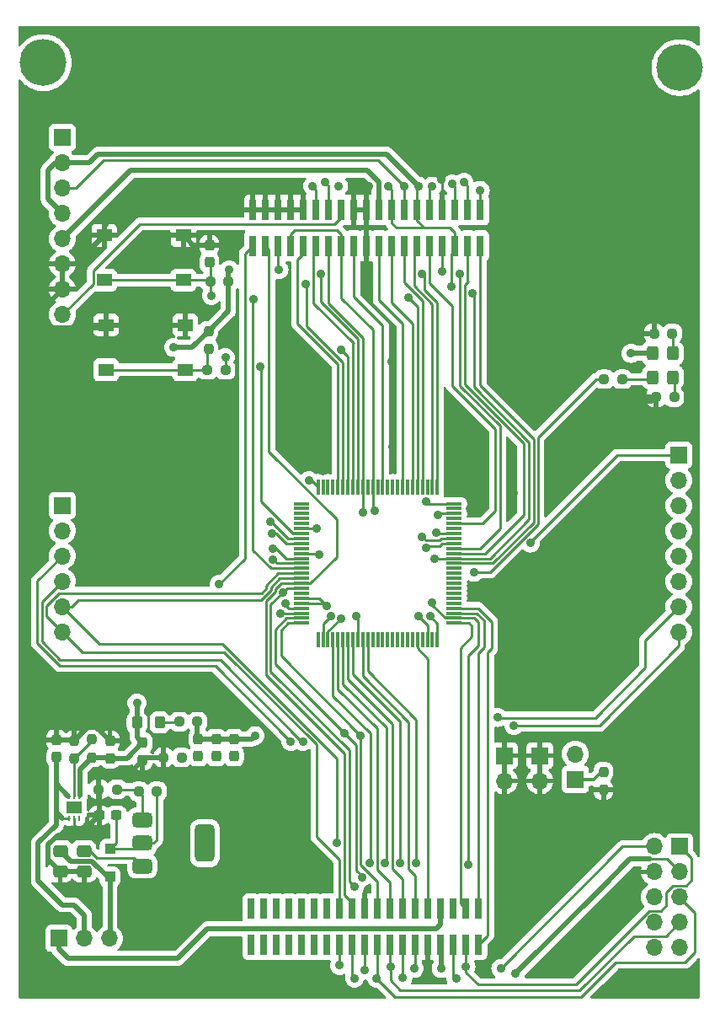
<source format=gbr>
%TF.GenerationSoftware,KiCad,Pcbnew,8.0.0*%
%TF.CreationDate,2024-11-20T18:03:40+03:00*%
%TF.ProjectId,box_side_blue,626f785f-7369-4646-955f-626c75652e6b,rev?*%
%TF.SameCoordinates,Original*%
%TF.FileFunction,Copper,L1,Top*%
%TF.FilePolarity,Positive*%
%FSLAX46Y46*%
G04 Gerber Fmt 4.6, Leading zero omitted, Abs format (unit mm)*
G04 Created by KiCad (PCBNEW 8.0.0) date 2024-11-20 18:03:40*
%MOMM*%
%LPD*%
G01*
G04 APERTURE LIST*
G04 Aperture macros list*
%AMRoundRect*
0 Rectangle with rounded corners*
0 $1 Rounding radius*
0 $2 $3 $4 $5 $6 $7 $8 $9 X,Y pos of 4 corners*
0 Add a 4 corners polygon primitive as box body*
4,1,4,$2,$3,$4,$5,$6,$7,$8,$9,$2,$3,0*
0 Add four circle primitives for the rounded corners*
1,1,$1+$1,$2,$3*
1,1,$1+$1,$4,$5*
1,1,$1+$1,$6,$7*
1,1,$1+$1,$8,$9*
0 Add four rect primitives between the rounded corners*
20,1,$1+$1,$2,$3,$4,$5,0*
20,1,$1+$1,$4,$5,$6,$7,0*
20,1,$1+$1,$6,$7,$8,$9,0*
20,1,$1+$1,$8,$9,$2,$3,0*%
G04 Aperture macros list end*
%TA.AperFunction,SMDPad,CuDef*%
%ADD10RoundRect,0.250000X-0.475000X0.337500X-0.475000X-0.337500X0.475000X-0.337500X0.475000X0.337500X0*%
%TD*%
%TA.AperFunction,ComponentPad*%
%ADD11R,1.700000X1.700000*%
%TD*%
%TA.AperFunction,ComponentPad*%
%ADD12O,1.700000X1.700000*%
%TD*%
%TA.AperFunction,SMDPad,CuDef*%
%ADD13RoundRect,0.237500X0.237500X-0.250000X0.237500X0.250000X-0.237500X0.250000X-0.237500X-0.250000X0*%
%TD*%
%TA.AperFunction,SMDPad,CuDef*%
%ADD14RoundRect,0.075000X-0.725000X-0.075000X0.725000X-0.075000X0.725000X0.075000X-0.725000X0.075000X0*%
%TD*%
%TA.AperFunction,SMDPad,CuDef*%
%ADD15RoundRect,0.075000X-0.075000X-0.725000X0.075000X-0.725000X0.075000X0.725000X-0.075000X0.725000X0*%
%TD*%
%TA.AperFunction,SMDPad,CuDef*%
%ADD16RoundRect,0.237500X0.250000X0.237500X-0.250000X0.237500X-0.250000X-0.237500X0.250000X-0.237500X0*%
%TD*%
%TA.AperFunction,SMDPad,CuDef*%
%ADD17RoundRect,0.237500X-0.237500X0.250000X-0.237500X-0.250000X0.237500X-0.250000X0.237500X0.250000X0*%
%TD*%
%TA.AperFunction,SMDPad,CuDef*%
%ADD18RoundRect,0.250000X0.300000X-0.300000X0.300000X0.300000X-0.300000X0.300000X-0.300000X-0.300000X0*%
%TD*%
%TA.AperFunction,SMDPad,CuDef*%
%ADD19RoundRect,0.050000X0.050000X-0.225000X0.050000X0.225000X-0.050000X0.225000X-0.050000X-0.225000X0*%
%TD*%
%TA.AperFunction,HeatsinkPad*%
%ADD20R,1.600000X1.200000*%
%TD*%
%TA.AperFunction,SMDPad,CuDef*%
%ADD21RoundRect,0.237500X-0.250000X-0.237500X0.250000X-0.237500X0.250000X0.237500X-0.250000X0.237500X0*%
%TD*%
%TA.AperFunction,SMDPad,CuDef*%
%ADD22R,1.550000X1.300000*%
%TD*%
%TA.AperFunction,SMDPad,CuDef*%
%ADD23RoundRect,0.237500X-0.237500X0.300000X-0.237500X-0.300000X0.237500X-0.300000X0.237500X0.300000X0*%
%TD*%
%TA.AperFunction,SMDPad,CuDef*%
%ADD24RoundRect,0.237500X0.237500X-0.300000X0.237500X0.300000X-0.237500X0.300000X-0.237500X-0.300000X0*%
%TD*%
%TA.AperFunction,SMDPad,CuDef*%
%ADD25RoundRect,0.250000X0.325000X0.450000X-0.325000X0.450000X-0.325000X-0.450000X0.325000X-0.450000X0*%
%TD*%
%TA.AperFunction,SMDPad,CuDef*%
%ADD26R,0.750000X2.100000*%
%TD*%
%TA.AperFunction,SMDPad,CuDef*%
%ADD27RoundRect,0.237500X0.300000X0.237500X-0.300000X0.237500X-0.300000X-0.237500X0.300000X-0.237500X0*%
%TD*%
%TA.AperFunction,SMDPad,CuDef*%
%ADD28RoundRect,0.250000X-0.275000X-0.350000X0.275000X-0.350000X0.275000X0.350000X-0.275000X0.350000X0*%
%TD*%
%TA.AperFunction,SMDPad,CuDef*%
%ADD29RoundRect,0.375000X-0.625000X-0.375000X0.625000X-0.375000X0.625000X0.375000X-0.625000X0.375000X0*%
%TD*%
%TA.AperFunction,SMDPad,CuDef*%
%ADD30RoundRect,0.500000X-0.500000X-1.400000X0.500000X-1.400000X0.500000X1.400000X-0.500000X1.400000X0*%
%TD*%
%TA.AperFunction,ComponentPad*%
%ADD31C,3.100000*%
%TD*%
%TA.AperFunction,ConnectorPad*%
%ADD32C,4.700000*%
%TD*%
%TA.AperFunction,ViaPad*%
%ADD33C,0.900000*%
%TD*%
%TA.AperFunction,Conductor*%
%ADD34C,0.500000*%
%TD*%
%TA.AperFunction,Conductor*%
%ADD35C,0.250000*%
%TD*%
%TA.AperFunction,Conductor*%
%ADD36C,0.300000*%
%TD*%
G04 APERTURE END LIST*
D10*
%TO.P,C8,1,C1*%
%TO.N,VIN*%
X130606590Y-118178410D03*
%TO.P,C8,2,C2*%
%TO.N,PGND*%
X130606590Y-120253410D03*
%TD*%
D11*
%TO.P,X3,1*%
%TO.N,BOOT0*%
X180000000Y-111000000D03*
D12*
%TO.P,X3,2*%
%TO.N,VDD*%
X180000000Y-108460000D03*
%TD*%
D10*
%TO.P,C12,1,C1*%
%TO.N,E5V*%
X128206589Y-118178410D03*
%TO.P,C12,2,C2*%
%TO.N,PGND*%
X128206589Y-120253410D03*
%TD*%
D11*
%TO.P,X6,1*%
%TO.N,/PA0*%
X128400000Y-83475000D03*
D12*
%TO.P,X6,2*%
%TO.N,/PA1*%
X128400000Y-86015000D03*
%TO.P,X6,3*%
%TO.N,/PA4*%
X128400000Y-88554999D03*
%TO.P,X6,4*%
%TO.N,/PB0*%
X128400000Y-91095000D03*
%TO.P,X6,5*%
%TO.N,/PC1*%
X128400000Y-93635000D03*
%TO.P,X6,6*%
%TO.N,/PC0*%
X128400000Y-96175000D03*
%TD*%
D13*
%TO.P,R9,1,R1*%
%TO.N,Net-(R8-R2)*%
X129600000Y-108912500D03*
%TO.P,R9,2,R2*%
%TO.N,PGND*%
X129600000Y-107087500D03*
%TD*%
D14*
%TO.P,U1,1,PE2*%
%TO.N,unconnected-(U1-PE2-Pad1)*%
X152450000Y-83300000D03*
%TO.P,U1,2,PE3*%
%TO.N,unconnected-(U1-PE3-Pad2)*%
X152450000Y-83800000D03*
%TO.P,U1,3,PE4*%
%TO.N,unconnected-(U1-PE4-Pad3)*%
X152450000Y-84300001D03*
%TO.P,U1,4,PE5*%
%TO.N,unconnected-(U1-PE5-Pad4)*%
X152450000Y-84800000D03*
%TO.P,U1,5,PE6*%
%TO.N,unconnected-(U1-PE6-Pad5)*%
X152450000Y-85299999D03*
%TO.P,U1,6,VBAT*%
%TO.N,VBAT*%
X152450000Y-85800000D03*
%TO.P,U1,7,PC13*%
%TO.N,/PC13*%
X152450000Y-86300000D03*
%TO.P,U1,8,OSC32I/PC14*%
%TO.N,/PC14*%
X152450000Y-86800001D03*
%TO.P,U1,9,OSC32O/PC15*%
%TO.N,/PC15*%
X152450000Y-87300000D03*
%TO.P,U1,10,VSS*%
%TO.N,PGND*%
X152450000Y-87800000D03*
%TO.P,U1,11,VDD*%
%TO.N,VDD*%
X152450000Y-88300000D03*
%TO.P,U1,12,XI/PH0*%
%TO.N,/PH0*%
X152450000Y-88800000D03*
%TO.P,U1,13,XO/PH1*%
%TO.N,/PH1*%
X152449999Y-89300000D03*
%TO.P,U1,14,nRST*%
%TO.N,/nRST*%
X152450000Y-89800000D03*
%TO.P,U1,15,PC0*%
%TO.N,/PC0*%
X152450000Y-90300000D03*
%TO.P,U1,16,PC1*%
%TO.N,/PC1*%
X152450000Y-90800000D03*
%TO.P,U1,17,PC2_C*%
%TO.N,/PC2*%
X152450000Y-91300000D03*
%TO.P,U1,18,PC3_C*%
%TO.N,/PC3*%
X152450000Y-91799999D03*
%TO.P,U1,19,VSSA*%
%TO.N,AGND*%
X152450000Y-92300000D03*
%TO.P,U1,20,VREF+*%
%TO.N,VDDA*%
X152450000Y-92800000D03*
%TO.P,U1,21,VDDA*%
X152450000Y-93300001D03*
%TO.P,U1,22,PA0*%
%TO.N,/PA0*%
X152450000Y-93800000D03*
%TO.P,U1,23,PA1*%
%TO.N,/PA1*%
X152450000Y-94299999D03*
%TO.P,U1,24,PA2*%
%TO.N,/PA2*%
X152450000Y-94800000D03*
%TO.P,U1,25,PA3*%
%TO.N,/PA3*%
X152450000Y-95300000D03*
D15*
%TO.P,U1,26,VSS*%
%TO.N,PGND*%
X154125000Y-96975000D03*
%TO.P,U1,27,VDD*%
%TO.N,VDD*%
X154625000Y-96975000D03*
%TO.P,U1,28,PA4*%
%TO.N,/PA4*%
X155125001Y-96975000D03*
%TO.P,U1,29,PA5*%
%TO.N,/PA5*%
X155625000Y-96975000D03*
%TO.P,U1,30,PA6*%
%TO.N,/PA6*%
X156124999Y-96975000D03*
%TO.P,U1,31,PA7*%
%TO.N,/PA7*%
X156625000Y-96975000D03*
%TO.P,U1,32,PC4*%
%TO.N,/PC4*%
X157125000Y-96975000D03*
%TO.P,U1,33,PC5*%
%TO.N,/PC5*%
X157625001Y-96975000D03*
%TO.P,U1,34,PB0*%
%TO.N,/PB0*%
X158125000Y-96975000D03*
%TO.P,U1,35,PB1*%
%TO.N,/PB1*%
X158625000Y-96975000D03*
%TO.P,U1,36,PB2*%
%TO.N,/PB2*%
X159125000Y-96975000D03*
%TO.P,U1,37,PE7*%
%TO.N,unconnected-(U1-PE7-Pad37)*%
X159625000Y-96975000D03*
%TO.P,U1,38,PE8*%
%TO.N,unconnected-(U1-PE8-Pad38)*%
X160125000Y-96975001D03*
%TO.P,U1,39,PE9*%
%TO.N,unconnected-(U1-PE9-Pad39)*%
X160625000Y-96975000D03*
%TO.P,U1,40,PE10*%
%TO.N,unconnected-(U1-PE10-Pad40)*%
X161125000Y-96975000D03*
%TO.P,U1,41,PE11*%
%TO.N,unconnected-(U1-PE11-Pad41)*%
X161625000Y-96975000D03*
%TO.P,U1,42,PE12*%
%TO.N,unconnected-(U1-PE12-Pad42)*%
X162125000Y-96975000D03*
%TO.P,U1,43,PE13*%
%TO.N,unconnected-(U1-PE13-Pad43)*%
X162624999Y-96975000D03*
%TO.P,U1,44,PE14*%
%TO.N,unconnected-(U1-PE14-Pad44)*%
X163125000Y-96975000D03*
%TO.P,U1,45,PE15*%
%TO.N,unconnected-(U1-PE15-Pad45)*%
X163625000Y-96975000D03*
%TO.P,U1,46,PB10*%
%TO.N,/PB10*%
X164125001Y-96975000D03*
%TO.P,U1,47,PB11*%
%TO.N,/PB11*%
X164625000Y-96975000D03*
%TO.P,U1,48,VCAP*%
%TO.N,Net-(C6-C1)*%
X165124999Y-96975000D03*
%TO.P,U1,49,VSS*%
%TO.N,PGND*%
X165625000Y-96975000D03*
%TO.P,U1,50,VDD*%
%TO.N,VDD*%
X166125000Y-96975000D03*
D14*
%TO.P,U1,51,PB12*%
%TO.N,/PB12*%
X167800000Y-95300000D03*
%TO.P,U1,52,PB13*%
%TO.N,PB13*%
X167800000Y-94800000D03*
%TO.P,U1,53,PB14*%
%TO.N,/PB14*%
X167800000Y-94299999D03*
%TO.P,U1,54,PB15*%
%TO.N,/PB15*%
X167800000Y-93800000D03*
%TO.P,U1,55,PD8*%
%TO.N,unconnected-(U1-PD8-Pad55)*%
X167800000Y-93300001D03*
%TO.P,U1,56,PD9*%
%TO.N,unconnected-(U1-PD9-Pad56)*%
X167800000Y-92800000D03*
%TO.P,U1,57,PD10*%
%TO.N,unconnected-(U1-PD10-Pad57)*%
X167800000Y-92300000D03*
%TO.P,U1,58,PD11*%
%TO.N,unconnected-(U1-PD11-Pad58)*%
X167800000Y-91799999D03*
%TO.P,U1,59,PD12*%
%TO.N,unconnected-(U1-PD12-Pad59)*%
X167800000Y-91300000D03*
%TO.P,U1,60,PD13*%
%TO.N,unconnected-(U1-PD13-Pad60)*%
X167800000Y-90800000D03*
%TO.P,U1,61,PD14*%
%TO.N,unconnected-(U1-PD14-Pad61)*%
X167800000Y-90300000D03*
%TO.P,U1,62,PD15*%
%TO.N,unconnected-(U1-PD15-Pad62)*%
X167800000Y-89800000D03*
%TO.P,U1,63,PC6*%
%TO.N,/PC6*%
X167800001Y-89300000D03*
%TO.P,U1,64,PC7*%
%TO.N,/PC7*%
X167800000Y-88800000D03*
%TO.P,U1,65,PC8*%
%TO.N,/PC8*%
X167800000Y-88300000D03*
%TO.P,U1,66,PC9*%
%TO.N,/PC9*%
X167800000Y-87800000D03*
%TO.P,U1,67,PA8*%
%TO.N,/PA8*%
X167800000Y-87300000D03*
%TO.P,U1,68,PA9*%
%TO.N,/PA9*%
X167800000Y-86800001D03*
%TO.P,U1,69,PA10*%
%TO.N,/PA10*%
X167800000Y-86300000D03*
%TO.P,U1,70,PA11*%
%TO.N,/PA11*%
X167800000Y-85800000D03*
%TO.P,U1,71,PA12*%
%TO.N,/PA12*%
X167800000Y-85299999D03*
%TO.P,U1,72,PA13/SWDIO*%
%TO.N,/PA13*%
X167800000Y-84800000D03*
%TO.P,U1,73,VCAP*%
%TO.N,Net-(C7-C1)*%
X167800000Y-84300001D03*
%TO.P,U1,74,VSS*%
%TO.N,PGND*%
X167800000Y-83800000D03*
%TO.P,U1,75,VDD*%
%TO.N,VDD*%
X167800000Y-83300000D03*
D15*
%TO.P,U1,76,PA14/SWCLK*%
%TO.N,/PA14*%
X166125000Y-81625000D03*
%TO.P,U1,77,PA15/JTDI*%
%TO.N,/PA15*%
X165625000Y-81625000D03*
%TO.P,U1,78,PC10*%
%TO.N,/PC10*%
X165124999Y-81625000D03*
%TO.P,U1,79,PC11*%
%TO.N,/PC11*%
X164625000Y-81625000D03*
%TO.P,U1,80,PC12*%
%TO.N,/PC12*%
X164125001Y-81625000D03*
%TO.P,U1,81,PD0*%
%TO.N,/PD0*%
X163625000Y-81625000D03*
%TO.P,U1,82,PD1*%
%TO.N,/PD1*%
X163125000Y-81625000D03*
%TO.P,U1,83,PD2*%
%TO.N,/PD2*%
X162624999Y-81625000D03*
%TO.P,U1,84,PD3*%
%TO.N,/PD3*%
X162125000Y-81625000D03*
%TO.P,U1,85,PD4*%
%TO.N,/PD4*%
X161625000Y-81625000D03*
%TO.P,U1,86,PD5*%
%TO.N,/PD5*%
X161125000Y-81625000D03*
%TO.P,U1,87,PD6*%
%TO.N,/PD6*%
X160625000Y-81625000D03*
%TO.P,U1,88,PD7*%
%TO.N,/PD7*%
X160125000Y-81624999D03*
%TO.P,U1,89,PB3/JTDO*%
%TO.N,/PB3*%
X159625000Y-81625000D03*
%TO.P,U1,90,PB4/JTRST*%
%TO.N,/PB4*%
X159125000Y-81625000D03*
%TO.P,U1,91,PB5*%
%TO.N,/PB5*%
X158625000Y-81625000D03*
%TO.P,U1,92,PB6*%
%TO.N,/PB6*%
X158125000Y-81625000D03*
%TO.P,U1,93,PB7*%
%TO.N,/PB7*%
X157625001Y-81625000D03*
%TO.P,U1,94,BOOT0*%
%TO.N,BOOT0*%
X157125000Y-81625000D03*
%TO.P,U1,95,PB8*%
%TO.N,/PB8*%
X156625000Y-81625000D03*
%TO.P,U1,96,PB9*%
%TO.N,/PB9*%
X156124999Y-81625000D03*
%TO.P,U1,97,PE0*%
%TO.N,unconnected-(U1-PE0-Pad97)*%
X155625000Y-81625000D03*
%TO.P,U1,98,PE1*%
%TO.N,unconnected-(U1-PE1-Pad98)*%
X155125001Y-81625000D03*
%TO.P,U1,99,VSS*%
%TO.N,PGND*%
X154625000Y-81625000D03*
%TO.P,U1,100,VDD*%
%TO.N,VDD*%
X154125000Y-81625000D03*
%TD*%
D16*
%TO.P,R7,1,R1*%
%TO.N,Net-(R6-R2)*%
X133912500Y-111999999D03*
%TO.P,R7,2,R2*%
%TO.N,PGND*%
X132087500Y-111999999D03*
%TD*%
D17*
%TO.P,R4,1,R1*%
%TO.N,VDD*%
X143105000Y-65947500D03*
%TO.P,R4,2,R2*%
%TO.N,Net-(R4-R2)*%
X143105000Y-67772500D03*
%TD*%
D18*
%TO.P,D3,1,K*%
%TO.N,E5V*%
X133200000Y-120799999D03*
%TO.P,D3,2,A*%
%TO.N,Net-(C10-C1)*%
X133200000Y-118000001D03*
%TD*%
D19*
%TO.P,U3,1,EN*%
%TO.N,C5V*%
X129099999Y-114875000D03*
%TO.P,U3,2,GND*%
%TO.N,PGND*%
X129599999Y-114875000D03*
%TO.P,U3,3,PG*%
%TO.N,unconnected-(U3-PG-Pad3)*%
X130099999Y-114875000D03*
%TO.P,U3,4,VOUT*%
%TO.N,VDD*%
X130099999Y-112725000D03*
%TO.P,U3,5,ADJ/NC*%
%TO.N,Net-(R8-R2)*%
X129599999Y-112725000D03*
%TO.P,U3,6,VIN*%
%TO.N,C5V*%
X129099999Y-112725000D03*
D20*
%TO.P,U3,7*%
%TO.N,N/C*%
X129599999Y-113800000D03*
%TD*%
D21*
%TO.P,SB17,1,J1*%
%TO.N,Net-(L1-R2)*%
X140175000Y-105200000D03*
%TO.P,SB17,2,J2*%
%TO.N,VDDA*%
X142000000Y-105200000D03*
%TD*%
D22*
%TO.P,SW2,1,CMN*%
%TO.N,Net-(R4-R2)*%
X140780000Y-69850000D03*
X132820000Y-69850000D03*
%TO.P,SW2,2,NO*%
%TO.N,PGND*%
X140780000Y-65350000D03*
X132820000Y-65350000D03*
%TD*%
D23*
%TO.P,C16,1,C1*%
%TO.N,VDD*%
X136487499Y-107337499D03*
%TO.P,C16,2,C2*%
%TO.N,PGND*%
X136487499Y-109062501D03*
%TD*%
D24*
%TO.P,C3,1,C1*%
%TO.N,/nRST*%
X143200000Y-59062501D03*
%TO.P,C3,2,C2*%
%TO.N,PGND*%
X143200000Y-57337499D03*
%TD*%
%TO.P,C21,1,C1*%
%TO.N,VDD*%
X133200000Y-108862501D03*
%TO.P,C21,2,C2*%
%TO.N,PGND*%
X133200000Y-107137499D03*
%TD*%
D16*
%TO.P,SB1,1,J1*%
%TO.N,Net-(D1-A)*%
X184712500Y-70800000D03*
%TO.P,SB1,2,J2*%
%TO.N,PB13*%
X182887500Y-70800000D03*
%TD*%
D23*
%TO.P,C19,1,C1*%
%TO.N,VDDA*%
X143887500Y-106937499D03*
%TO.P,C19,2,C2*%
%TO.N,AGND*%
X143887500Y-108662501D03*
%TD*%
D25*
%TO.P,D2,1,K*%
%TO.N,Net-(D2-K)*%
X189792749Y-68205073D03*
%TO.P,D2,2,A*%
%TO.N,VDD*%
X187742751Y-68205073D03*
%TD*%
%TO.P,D1,1,K*%
%TO.N,Net-(D1-K)*%
X189824999Y-70600000D03*
%TO.P,D1,2,A*%
%TO.N,Net-(D1-A)*%
X187775001Y-70600000D03*
%TD*%
D16*
%TO.P,R6,1,R1*%
%TO.N,Net-(C10-C1)*%
X137912500Y-112200000D03*
%TO.P,R6,2,R2*%
%TO.N,Net-(R6-R2)*%
X136087500Y-112200000D03*
%TD*%
D26*
%TO.P,X10,1,PC9*%
%TO.N,/PB15*%
X170260000Y-127600000D03*
%TO.P,X10,2,PC8*%
%TO.N,/PB14*%
X170260000Y-124000000D03*
%TO.P,X10,3,PB8*%
%TO.N,PB13*%
X168990000Y-127600000D03*
%TO.P,X10,4,PC6*%
%TO.N,/PB12*%
X168990000Y-124000000D03*
%TO.P,X10,5,PB9*%
%TO.N,Net-(X10-PB9)*%
X167720000Y-127600000D03*
%TO.P,X10,6,PC5*%
%TO.N,/PC5*%
X167720000Y-124000000D03*
%TO.P,X10,7,AVDD*%
%TO.N,VDDA*%
X166450000Y-127600000D03*
%TO.P,X10,8,U5V*%
%TO.N,U5V*%
X166450000Y-124000000D03*
%TO.P,X10,9,GND*%
%TO.N,PGND*%
X165180000Y-127600000D03*
%TO.P,X10,10,10*%
%TO.N,/PB10*%
X165180000Y-124000000D03*
%TO.P,X10,11,PA5*%
%TO.N,/PB2*%
X163910000Y-127600000D03*
%TO.P,X10,12,PA12*%
%TO.N,/PB1*%
X163910000Y-124000000D03*
%TO.P,X10,13,PA6*%
%TO.N,/PC5*%
X162640000Y-127600000D03*
%TO.P,X10,14,PA11*%
%TO.N,/PC4*%
X162640000Y-124000000D03*
%TO.P,X10,15,PA7*%
%TO.N,/PA7*%
X161370000Y-127600000D03*
%TO.P,X10,16,PB12*%
%TO.N,/PA6*%
X161370000Y-124000000D03*
%TO.P,X10,17,PB6*%
%TO.N,/PA5*%
X160100000Y-127600000D03*
%TO.P,X10,18,18*%
%TO.N,/PA3*%
X160100000Y-124000000D03*
%TO.P,X10,19,PC7*%
%TO.N,/PA2*%
X158830000Y-127600000D03*
%TO.P,X10,20,GND*%
%TO.N,PGND*%
X158830000Y-124000000D03*
%TO.P,X10,21,PA9*%
%TO.N,/PC3*%
X157560000Y-127600000D03*
%TO.P,X10,22,PB2*%
%TO.N,/PC2*%
X157560000Y-124000000D03*
%TO.P,X10,23,PA8*%
%TO.N,/PC1*%
X156290000Y-127600000D03*
%TO.P,X10,24,PB1*%
%TO.N,/PC0*%
X156290000Y-124000000D03*
%TO.P,X10,25,PB10*%
%TO.N,unconnected-(X10-PB10-Pad25)*%
X155020000Y-127600000D03*
%TO.P,X10,26,PB15*%
%TO.N,unconnected-(X10-PB15-Pad26)*%
X155020000Y-124000000D03*
%TO.P,X10,27,PB4*%
%TO.N,unconnected-(X10-PB4-Pad27)*%
X153750000Y-127600000D03*
%TO.P,X10,28,PB14*%
%TO.N,unconnected-(X10-PB14-Pad28)*%
X153750000Y-124000000D03*
%TO.P,X10,29,PB5*%
%TO.N,unconnected-(X10-PB5-Pad29)*%
X152480000Y-127600000D03*
%TO.P,X10,30,PB13*%
%TO.N,unconnected-(X10-PB13-Pad30)*%
X152480000Y-124000000D03*
%TO.P,X10,31,PB3*%
%TO.N,unconnected-(X10-PB3-Pad31)*%
X151210000Y-127600000D03*
%TO.P,X10,32,AGND*%
%TO.N,AGND*%
X151210000Y-124000000D03*
%TO.P,X10,33,PA10*%
%TO.N,unconnected-(X10-PA10-Pad33)*%
X149940000Y-127600000D03*
%TO.P,X10,34,PC4*%
%TO.N,unconnected-(X10-PC4-Pad34)*%
X149940000Y-124000000D03*
%TO.P,X10,35,PA2*%
%TO.N,unconnected-(X10-PA2-Pad35)*%
X148670000Y-127600000D03*
%TO.P,X10,36,36*%
%TO.N,unconnected-(X10-Pad36)*%
X148670000Y-124000000D03*
%TO.P,X10,37,PA3*%
%TO.N,unconnected-(X10-PA3-Pad37)*%
X147400000Y-127600000D03*
%TO.P,X10,38,38*%
%TO.N,unconnected-(X10-Pad38)*%
X147400000Y-124000000D03*
%TD*%
D27*
%TO.P,C10,1,C1*%
%TO.N,Net-(C10-C1)*%
X133862501Y-114600000D03*
%TO.P,C10,2,C2*%
%TO.N,PGND*%
X132137499Y-114600000D03*
%TD*%
D11*
%TO.P,X8,1*%
%TO.N,PB13*%
X190489999Y-117749999D03*
D12*
%TO.P,X8,2*%
%TO.N,Net-(X10-PB9)*%
X187949999Y-117749999D03*
%TO.P,X8,3*%
%TO.N,VDDA*%
X190489999Y-120289999D03*
%TO.P,X8,4*%
%TO.N,PGND*%
X187949999Y-120289999D03*
%TO.P,X8,5*%
%TO.N,/PA5*%
X190489999Y-122829998D03*
%TO.P,X8,6*%
%TO.N,/PA6*%
X187949999Y-122829999D03*
%TO.P,X8,7*%
%TO.N,/PA7*%
X190489999Y-125369999D03*
%TO.P,X8,8*%
%TO.N,/PB6*%
X187949999Y-125369999D03*
%TO.P,X8,9*%
%TO.N,/PC7*%
X190489999Y-127909999D03*
%TO.P,X8,10*%
%TO.N,/PA9*%
X187949999Y-127909999D03*
%TD*%
D28*
%TO.P,L1,1,R1*%
%TO.N,VDD*%
X135912499Y-105289999D03*
%TO.P,L1,2,R2*%
%TO.N,Net-(L1-R2)*%
X138212499Y-105289999D03*
%TD*%
D29*
%TO.P,U2,1,ADJ*%
%TO.N,Net-(R6-R2)*%
X136450000Y-115100000D03*
%TO.P,U2,2,VOUT*%
%TO.N,Net-(C10-C1)*%
X136450001Y-117400000D03*
%TO.P,U2,3,VIN*%
%TO.N,VIN*%
X136450000Y-119700000D03*
D30*
%TO.P,U2,4*%
%TO.N,N/C*%
X142749999Y-117400000D03*
%TD*%
D31*
%TO.P,REF\u002A\u002A,1*%
%TO.N,PGND*%
X126500000Y-39000000D03*
D32*
%TO.N,N/C*%
X126500000Y-39000000D03*
%TD*%
D17*
%TO.P,R5,1,R1*%
%TO.N,BOOT0*%
X182825000Y-110237500D03*
%TO.P,R5,2,R2*%
%TO.N,PGND*%
X182825000Y-112062500D03*
%TD*%
D11*
%TO.P,X9,1*%
%TO.N,/PA8*%
X190400000Y-78420000D03*
D12*
%TO.P,X9,2*%
%TO.N,/PB10*%
X190400000Y-80960000D03*
%TO.P,X9,3*%
%TO.N,/PB4*%
X190400000Y-83500000D03*
%TO.P,X9,4*%
%TO.N,/PB5*%
X190400000Y-86040000D03*
%TO.P,X9,5*%
%TO.N,/PB3*%
X190400000Y-88580000D03*
%TO.P,X9,6*%
%TO.N,/PA10*%
X190400000Y-91120000D03*
%TO.P,X9,7*%
%TO.N,/PA2*%
X190400000Y-93660000D03*
%TO.P,X9,8*%
%TO.N,/PA3*%
X190400000Y-96200000D03*
%TD*%
D13*
%TO.P,R8,1,R1*%
%TO.N,VDD*%
X131400000Y-108800000D03*
%TO.P,R8,2,R2*%
%TO.N,Net-(R8-R2)*%
X131400000Y-106975000D03*
%TD*%
D26*
%TO.P,X4,1,PC10*%
%TO.N,/PC6*%
X170430000Y-57385000D03*
%TO.P,X4,2,PC11*%
%TO.N,/PC7*%
X170430000Y-53785000D03*
%TO.P,X4,3,PC12*%
%TO.N,/PC8*%
X169160000Y-57385000D03*
%TO.P,X4,4,PD2*%
%TO.N,/PC9*%
X169160000Y-53785000D03*
%TO.P,X4,5,VDD*%
%TO.N,VDD*%
X167890000Y-57385000D03*
%TO.P,X4,6,E5V*%
%TO.N,E5V*%
X167890000Y-53785000D03*
%TO.P,X4,7,BOOT0*%
%TO.N,BOOT0*%
X166620000Y-57385000D03*
%TO.P,X4,8,GND*%
%TO.N,PGND*%
X166620000Y-53785000D03*
%TO.P,X4,9,9*%
%TO.N,/PA12*%
X165350000Y-57385000D03*
%TO.P,X4,10,10*%
%TO.N,/PA14*%
X165350000Y-53785000D03*
%TO.P,X4,11,11*%
%TO.N,/PA15*%
X164080000Y-57385000D03*
%TO.P,X4,12,IOREF*%
%TO.N,VDD*%
X164080000Y-53785000D03*
%TO.P,X4,13,PA13*%
%TO.N,/PC11*%
X162810000Y-57385000D03*
%TO.P,X4,14,RESET*%
%TO.N,/PC12*%
X162810000Y-53785000D03*
%TO.P,X4,15,PA14*%
%TO.N,/PD0*%
X161540000Y-57385000D03*
%TO.P,X4,16,+3V3*%
%TO.N,VDD*%
X161540000Y-53785000D03*
%TO.P,X4,17,PA15*%
%TO.N,/PD2*%
X160270000Y-57385000D03*
%TO.P,X4,18,+5V*%
%TO.N,C5V*%
X160270000Y-53785000D03*
%TO.P,X4,19,GND*%
%TO.N,PGND*%
X159000000Y-57385000D03*
%TO.P,X4,20,GND*%
X159000000Y-53785000D03*
%TO.P,X4,21,PB7*%
%TO.N,/PD6*%
X157730000Y-57385000D03*
%TO.P,X4,22,GND*%
%TO.N,PGND*%
X157730000Y-53785000D03*
%TO.P,X4,23,PC13*%
%TO.N,/PB3*%
X156460000Y-57385000D03*
%TO.P,X4,24,VIN*%
%TO.N,VIN*%
X156460000Y-53785000D03*
%TO.P,X4,25,PC14*%
%TO.N,/PB5*%
X155190000Y-57385000D03*
%TO.P,X4,26,26*%
%TO.N,/PB6*%
X155190000Y-53785000D03*
%TO.P,X4,27,PC15*%
%TO.N,/PB7*%
X153920000Y-57385000D03*
%TO.P,X4,28,PA0*%
%TO.N,/PB8*%
X153920000Y-53785000D03*
%TO.P,X4,29,PH0*%
%TO.N,/PB9*%
X152650000Y-57385000D03*
%TO.P,X4,30,PA1*%
%TO.N,PGND*%
X152650000Y-53785000D03*
%TO.P,X4,31,PH1*%
%TO.N,/PB3*%
X151380000Y-57385000D03*
%TO.P,X4,32,PA4*%
%TO.N,PGND*%
X151380000Y-53785000D03*
%TO.P,X4,33,VBAT*%
%TO.N,VBAT*%
X150110000Y-57385000D03*
%TO.P,X4,34,PB0*%
%TO.N,PGND*%
X150110000Y-53785000D03*
%TO.P,X4,35,PC2*%
%TO.N,/PC2*%
X148840000Y-57385000D03*
%TO.P,X4,36,PC1/PB9*%
%TO.N,PGND*%
X148840000Y-53785000D03*
%TO.P,X4,37,PC3*%
%TO.N,/PC3*%
X147570000Y-57385000D03*
%TO.P,X4,38,PC0/PB8*%
%TO.N,PGND*%
X147570000Y-53785000D03*
%TD*%
D11*
%TO.P,X1,1*%
%TO.N,PGND*%
X172850000Y-108610000D03*
D12*
%TO.P,X1,2*%
X172850000Y-111150000D03*
%TD*%
D11*
%TO.P,X5,1*%
%TO.N,unconnected-(X5-Pad1)*%
X128425000Y-46525000D03*
D12*
%TO.P,X5,2*%
%TO.N,VDD*%
X128425000Y-49065000D03*
%TO.P,X5,3*%
%TO.N,/PC12*%
X128425000Y-51605000D03*
%TO.P,X5,4*%
%TO.N,VDD*%
X128425000Y-54145000D03*
%TO.P,X5,5*%
%TO.N,C5V*%
X128425000Y-56685000D03*
%TO.P,X5,6*%
%TO.N,PGND*%
X128425000Y-59225000D03*
%TO.P,X5,7*%
X128425000Y-61765000D03*
%TO.P,X5,8*%
%TO.N,VIN*%
X128425000Y-64305000D03*
%TD*%
D21*
%TO.P,SB10,1,J1*%
%TO.N,Net-(R4-R2)*%
X142992500Y-69860000D03*
%TO.P,SB10,2,J2*%
%TO.N,/PC13*%
X144817500Y-69860000D03*
%TD*%
D16*
%TO.P,R1,1,R1*%
%TO.N,Net-(D1-K)*%
X189937499Y-72600000D03*
%TO.P,R1,2,R2*%
%TO.N,PGND*%
X188112499Y-72600000D03*
%TD*%
D11*
%TO.P,X7,1*%
%TO.N,U5V*%
X128075000Y-126975000D03*
D12*
%TO.P,X7,2*%
%TO.N,C5V*%
X130615000Y-126975000D03*
%TO.P,X7,3*%
%TO.N,E5V*%
X133154999Y-126975000D03*
%TD*%
D24*
%TO.P,C14,1,C1*%
%TO.N,C5V*%
X127799999Y-108750001D03*
%TO.P,C14,2,C2*%
%TO.N,PGND*%
X127799999Y-107024999D03*
%TD*%
D22*
%TO.P,SW1,1,CMN*%
%TO.N,/nRST*%
X140580000Y-60850000D03*
X132620000Y-60850000D03*
%TO.P,SW1,2,NO*%
%TO.N,PGND*%
X140580000Y-56350000D03*
X132620000Y-56350000D03*
%TD*%
D23*
%TO.P,C18,1,C1*%
%TO.N,VDDA*%
X142087500Y-106937499D03*
%TO.P,C18,2,C2*%
%TO.N,AGND*%
X142087500Y-108662501D03*
%TD*%
D21*
%TO.P,SB16,1,J1*%
%TO.N,PGND*%
X138575000Y-108800000D03*
%TO.P,SB16,2,J2*%
%TO.N,AGND*%
X140400000Y-108800000D03*
%TD*%
D31*
%TO.P,REF\u002A\u002A,1*%
%TO.N,PGND*%
X190500000Y-39500000D03*
D32*
%TO.N,N/C*%
X190500000Y-39500000D03*
%TD*%
D23*
%TO.P,C20,1,C1*%
%TO.N,VDDA*%
X145687499Y-106937498D03*
%TO.P,C20,2,C2*%
%TO.N,AGND*%
X145687499Y-108662500D03*
%TD*%
D16*
%TO.P,R2,1,R1*%
%TO.N,Net-(D2-K)*%
X189737499Y-66200000D03*
%TO.P,R2,2,R2*%
%TO.N,PGND*%
X187912499Y-66200000D03*
%TD*%
%TO.P,R3,1,R1*%
%TO.N,VDD*%
X145112500Y-61000000D03*
%TO.P,R3,2,R2*%
%TO.N,/nRST*%
X143287500Y-61000000D03*
%TD*%
D11*
%TO.P,X2,1*%
%TO.N,PGND*%
X176425000Y-108610000D03*
D12*
%TO.P,X2,2*%
X176425000Y-111150000D03*
%TD*%
D33*
%TO.N,PGND*%
X161600000Y-77600000D03*
X151800000Y-77600000D03*
X152000000Y-51400000D03*
X166480002Y-50739998D03*
X189000000Y-131500000D03*
X169000000Y-77400000D03*
X169000000Y-79500000D03*
X157600000Y-51400000D03*
X150000000Y-51400000D03*
X183800000Y-52400000D03*
X159200000Y-51400000D03*
X141000000Y-125000000D03*
X133600000Y-54400000D03*
X173800000Y-82200000D03*
X183500000Y-94000000D03*
X140780000Y-63420000D03*
X186000000Y-73000000D03*
X132500000Y-79500000D03*
X161500000Y-69000000D03*
X179500000Y-98500000D03*
X132820000Y-63620000D03*
X148000000Y-51400000D03*
X141000000Y-130000000D03*
X175800000Y-37600000D03*
X173600000Y-84000000D03*
X177000000Y-57000000D03*
X185600000Y-66200000D03*
X138400000Y-56400000D03*
X187000000Y-111000000D03*
X180500000Y-119000000D03*
X149500000Y-116000000D03*
X186000000Y-131500000D03*
X130000000Y-78000000D03*
X138400000Y-78800000D03*
%TO.N,/nRST*%
X143400000Y-62400000D03*
X147600000Y-62800000D03*
%TO.N,Net-(C6-C1)*%
X164200000Y-94600000D03*
%TO.N,Net-(C7-C1)*%
X166200000Y-84400000D03*
%TO.N,VIN*%
X156200000Y-51400000D03*
%TO.N,VDD*%
X161200000Y-51400000D03*
X153200000Y-81000000D03*
X164200000Y-51400000D03*
X135912499Y-103312499D03*
X145200000Y-59800000D03*
X164982664Y-83072230D03*
X139600000Y-67600000D03*
X185600000Y-68200000D03*
X155400000Y-94600000D03*
X154200000Y-88400000D03*
X165400000Y-94600000D03*
X167500000Y-61500000D03*
%TO.N,E5V*%
X167600000Y-51200000D03*
%TO.N,VBAT*%
X150200000Y-59800000D03*
X154000000Y-85800000D03*
%TO.N,VDDA*%
X147800000Y-106600000D03*
X154991469Y-93578673D03*
X166500000Y-130000000D03*
X174000000Y-130500000D03*
%TO.N,BOOT0*%
X156400000Y-67800000D03*
X166600000Y-60000000D03*
%TO.N,PB13*%
X165600000Y-93200000D03*
X169800000Y-90200000D03*
X169200000Y-119600000D03*
X169000000Y-129800000D03*
%TO.N,/PC14*%
X149293110Y-85106890D03*
%TO.N,/PC15*%
X149498883Y-86298883D03*
%TO.N,/PH0*%
X149600000Y-87800000D03*
%TO.N,/PH1*%
X149600000Y-88900003D03*
%TO.N,/PC13*%
X148344246Y-69559737D03*
X144800000Y-68600000D03*
%TO.N,/PA14*%
X164575000Y-60200000D03*
X165600000Y-51400000D03*
%TO.N,/PB5*%
X158600000Y-84200000D03*
%TO.N,/PC5*%
X162400000Y-119400000D03*
X162640000Y-130960000D03*
%TO.N,/PB6*%
X154400000Y-60200000D03*
X154800000Y-51000000D03*
%TO.N,/PB3*%
X159800000Y-84000000D03*
%TO.N,/PB0*%
X158000000Y-94600000D03*
X152600000Y-107200000D03*
%TO.N,/PA1*%
X150333794Y-94333794D03*
%TO.N,/PC3*%
X150600000Y-92200000D03*
X157800000Y-121800000D03*
X157800000Y-131000000D03*
X144200000Y-91400000D03*
%TO.N,/PA10*%
X166000000Y-86200000D03*
%TO.N,/PA5*%
X160000000Y-131000000D03*
X159300000Y-119400000D03*
%TO.N,/PB2*%
X163800000Y-130000000D03*
X164000000Y-119400000D03*
%TO.N,/PB8*%
X152850000Y-61200000D03*
X153600000Y-51400000D03*
%TO.N,/PC7*%
X165800000Y-88800000D03*
X169655000Y-62200000D03*
X170430000Y-51830000D03*
%TO.N,/PC1*%
X156000000Y-117400000D03*
X156290000Y-129690000D03*
%TO.N,/PA0*%
X150825147Y-93349631D03*
%TO.N,/PA4*%
X151400000Y-107200000D03*
X156478642Y-94815728D03*
%TO.N,/PA2*%
X158830000Y-130170000D03*
X158551992Y-120848008D03*
X172191469Y-104778673D03*
X156800000Y-106400000D03*
%TO.N,/PC9*%
X168800000Y-51000000D03*
X168385000Y-60200000D03*
%TO.N,/PA8*%
X165000000Y-87750000D03*
X175466206Y-87266206D03*
%TO.N,/PA9*%
X164600000Y-86600000D03*
%TO.N,/PA7*%
X160850000Y-119400000D03*
X161400000Y-129800000D03*
%TO.N,/PC12*%
X162800000Y-51400000D03*
X163200000Y-62600000D03*
%TO.N,/PA3*%
X173825000Y-105600000D03*
X158400000Y-106600000D03*
%TO.N,Net-(X10-PB9)*%
X168000000Y-131000000D03*
X172500000Y-130000000D03*
%TD*%
D34*
%TO.N,PGND*%
X187712499Y-73000000D02*
X188112499Y-72600000D01*
X186000000Y-73000000D02*
X187712499Y-73000000D01*
X128425000Y-61765000D02*
X126600000Y-63590000D01*
X127799999Y-107024999D02*
X129537499Y-107024999D01*
X126600000Y-65200000D02*
X127005000Y-65605000D01*
X130137499Y-116600000D02*
X132137499Y-114600000D01*
X141567499Y-57337499D02*
X140580000Y-56350000D01*
X138575000Y-108800000D02*
X136750000Y-108800000D01*
X127005000Y-65605000D02*
X132565000Y-65605000D01*
X140780000Y-65350000D02*
X140780000Y-63420000D01*
X138450000Y-56350000D02*
X138400000Y-56400000D01*
D35*
X159000000Y-57385000D02*
X159000000Y-53785000D01*
D34*
X127000000Y-117575621D02*
X127975621Y-116600000D01*
X132087500Y-110712500D02*
X132087500Y-111999999D01*
X128206589Y-120253410D02*
X127000000Y-119046821D01*
X129745000Y-59225000D02*
X132620000Y-56350000D01*
X128425000Y-61765000D02*
X128425000Y-59225000D01*
X128206589Y-120253410D02*
X130606590Y-120253410D01*
X132820000Y-65350000D02*
X140780000Y-65350000D01*
X132620000Y-55380000D02*
X133600000Y-54400000D01*
X135150000Y-110400000D02*
X132400000Y-110400000D01*
X132137499Y-112049998D02*
X132087500Y-111999999D01*
X131662501Y-105600000D02*
X133200000Y-107137499D01*
X187912499Y-66200000D02*
X185600000Y-66200000D01*
X136750000Y-108800000D02*
X136487499Y-109062501D01*
X140800000Y-63400000D02*
X140780000Y-63420000D01*
X143200000Y-57337499D02*
X141567499Y-57337499D01*
X127000000Y-119046821D02*
X127000000Y-117575621D01*
X132820000Y-65350000D02*
X132820000Y-63620000D01*
D35*
X159000000Y-53785000D02*
X157730000Y-53785000D01*
D34*
X140580000Y-56350000D02*
X138450000Y-56350000D01*
X132565000Y-65605000D02*
X132820000Y-65350000D01*
D35*
X166460002Y-50739998D02*
X166480002Y-50739998D01*
D34*
X129600000Y-107087500D02*
X131087500Y-105600000D01*
X132620000Y-56350000D02*
X132620000Y-55380000D01*
D35*
X147570000Y-53785000D02*
X152650000Y-53785000D01*
X166400000Y-50800000D02*
X166460002Y-50739998D01*
X166620000Y-53785000D02*
X166620000Y-51020000D01*
D34*
X127975621Y-116600000D02*
X129600000Y-116600000D01*
D35*
X129599999Y-114875000D02*
X129600000Y-116600000D01*
D34*
X129537499Y-107024999D02*
X129600000Y-107087500D01*
X129600000Y-116600000D02*
X130137499Y-116600000D01*
X126600000Y-63590000D02*
X126600000Y-65200000D01*
X128425000Y-59225000D02*
X129745000Y-59225000D01*
X131087500Y-105600000D02*
X131662501Y-105600000D01*
X132400000Y-110400000D02*
X132087500Y-110712500D01*
X136487499Y-109062501D02*
X135150000Y-110400000D01*
D35*
X166620000Y-51020000D02*
X166400000Y-50800000D01*
D34*
X132800000Y-63600000D02*
X132820000Y-63620000D01*
X132137499Y-114600000D02*
X132137499Y-112049998D01*
D35*
%TO.N,/nRST*%
X143287500Y-62287500D02*
X143400000Y-62400000D01*
X140580000Y-60850000D02*
X143137500Y-60850000D01*
X149403981Y-89800000D02*
X147569246Y-87965265D01*
X147569246Y-62830754D02*
X147600000Y-62800000D01*
X143287500Y-59150001D02*
X143200000Y-59062501D01*
X143287500Y-61000000D02*
X143287500Y-62287500D01*
X143137500Y-60850000D02*
X143287500Y-61000000D01*
X132620000Y-60850000D02*
X140580000Y-60850000D01*
X147569246Y-87965265D02*
X147569246Y-62830754D01*
X152450000Y-89800000D02*
X149403981Y-89800000D01*
X143287500Y-61000000D02*
X143287500Y-59150001D01*
%TO.N,Net-(C6-C1)*%
X165124999Y-96975000D02*
X165124999Y-95524999D01*
X165124999Y-95524999D02*
X164200000Y-94600000D01*
%TO.N,Net-(C7-C1)*%
X166299999Y-84300001D02*
X166200000Y-84400000D01*
X167800000Y-84300001D02*
X166299999Y-84300001D01*
%TO.N,VIN*%
X130606590Y-118178410D02*
X131178410Y-118178410D01*
X156460000Y-54540000D02*
X156460000Y-53785000D01*
X131875001Y-118875001D02*
X135625001Y-118875001D01*
X131520000Y-61210000D02*
X131520000Y-59875000D01*
X131520000Y-59875000D02*
X136195000Y-55200000D01*
X131178410Y-118178410D02*
X131875001Y-118875001D01*
X128425000Y-64305000D02*
X131520000Y-61210000D01*
X135625001Y-118875001D02*
X136450000Y-119700000D01*
X155800000Y-55200000D02*
X156460000Y-54540000D01*
X136195000Y-55200000D02*
X155800000Y-55200000D01*
D34*
%TO.N,VDD*%
X133200000Y-108862501D02*
X134962497Y-108862501D01*
D35*
X166125000Y-96975000D02*
X166125000Y-95325000D01*
D34*
X135912499Y-105289999D02*
X135912499Y-103312499D01*
D35*
X164080000Y-51520000D02*
X164200000Y-51400000D01*
X164080000Y-54880000D02*
X164080000Y-53785000D01*
X161540000Y-55140000D02*
X162000000Y-55600000D01*
X167890000Y-57890000D02*
X167500000Y-58280000D01*
X166125000Y-95325000D02*
X165400000Y-94600000D01*
X164982664Y-83072230D02*
X165210434Y-83300000D01*
D34*
X185605073Y-68205073D02*
X185600000Y-68200000D01*
X135912499Y-105289999D02*
X135912499Y-106762499D01*
X127000000Y-49800000D02*
X127000000Y-52720000D01*
D35*
X167890000Y-57385000D02*
X167890000Y-57890000D01*
X164080000Y-53785000D02*
X164080000Y-51520000D01*
X164800000Y-55600000D02*
X164080000Y-54880000D01*
X161540000Y-53785000D02*
X161540000Y-55140000D01*
D34*
X143105000Y-65947500D02*
X141452500Y-67600000D01*
D35*
X161540000Y-51740000D02*
X161200000Y-51400000D01*
D34*
X131135000Y-49065000D02*
X132000000Y-48200000D01*
X135912499Y-106762499D02*
X136487499Y-107337499D01*
X145112500Y-59887500D02*
X145200000Y-59800000D01*
X127735000Y-49065000D02*
X127000000Y-49800000D01*
D35*
X167500000Y-58280000D02*
X167500000Y-61500000D01*
D34*
X134962497Y-108862501D02*
X136487499Y-107337499D01*
X143105000Y-65947500D02*
X145112500Y-63940000D01*
X187742751Y-68205073D02*
X185605073Y-68205073D01*
D35*
X167890000Y-57385000D02*
X167890000Y-56090000D01*
X162000000Y-55600000D02*
X164800000Y-55600000D01*
X153500000Y-81000000D02*
X153200000Y-81000000D01*
X154100000Y-88300000D02*
X154200000Y-88400000D01*
D34*
X127000000Y-52720000D02*
X128425000Y-54145000D01*
X145112500Y-63940000D02*
X145112500Y-61000000D01*
X161000000Y-48200000D02*
X164200000Y-51400000D01*
D35*
X167890000Y-56090000D02*
X167400000Y-55600000D01*
D34*
X128425000Y-49065000D02*
X131135000Y-49065000D01*
D35*
X161540000Y-53785000D02*
X161540000Y-51740000D01*
D34*
X141452500Y-67600000D02*
X139600000Y-67600000D01*
X128425000Y-49065000D02*
X127735000Y-49065000D01*
X131400000Y-108800000D02*
X133137499Y-108800000D01*
D35*
X154125000Y-81625000D02*
X153500000Y-81000000D01*
X165210434Y-83300000D02*
X167800000Y-83300000D01*
D34*
X131400000Y-108800000D02*
X130199999Y-110000001D01*
X145112500Y-61000000D02*
X145112500Y-59887500D01*
X135800000Y-103200000D02*
X135912499Y-103312499D01*
X130199999Y-110000001D02*
X130199999Y-112625000D01*
D35*
X167400000Y-55600000D02*
X164800000Y-55600000D01*
D34*
X133137499Y-108800000D02*
X133200000Y-108862501D01*
D35*
X154625000Y-96975000D02*
X154625000Y-95375000D01*
X154625000Y-95375000D02*
X155400000Y-94600000D01*
X152450000Y-88300000D02*
X154100000Y-88300000D01*
D34*
X132000000Y-48200000D02*
X161000000Y-48200000D01*
D35*
%TO.N,Net-(C10-C1)*%
X135850000Y-118000001D02*
X136450001Y-117400000D01*
X133200000Y-118000001D02*
X135850000Y-118000001D01*
X133862501Y-114600000D02*
X133862501Y-114537499D01*
X136450001Y-117400000D02*
X137600000Y-117400000D01*
X133862501Y-114600000D02*
X133862501Y-117337500D01*
X133862501Y-117337500D02*
X133200000Y-118000001D01*
X137912500Y-117087500D02*
X137912500Y-112200000D01*
X137600000Y-117400000D02*
X137912500Y-117087500D01*
D34*
%TO.N,E5V*%
X133200000Y-126929999D02*
X133154999Y-126975000D01*
X133200000Y-120799999D02*
X133200000Y-126929999D01*
X131612559Y-119450001D02*
X131378468Y-119215910D01*
D35*
X167890000Y-51490000D02*
X167600000Y-51200000D01*
D34*
X131378468Y-119215910D02*
X129244089Y-119215910D01*
X129244089Y-119215910D02*
X128206589Y-118178410D01*
X131650001Y-119450001D02*
X131612559Y-119450001D01*
D35*
X167890000Y-53785000D02*
X167890000Y-51490000D01*
D34*
X132999999Y-120799999D02*
X131650001Y-119450001D01*
X133200000Y-120799999D02*
X132999999Y-120799999D01*
%TO.N,C5V*%
X127799999Y-115600001D02*
X126000000Y-117400000D01*
D35*
X129099999Y-114875000D02*
X128374999Y-114875000D01*
D34*
X126000000Y-121200000D02*
X128400000Y-123600000D01*
X127799999Y-109400000D02*
X127799999Y-115600001D01*
X135310000Y-49800000D02*
X159072793Y-49800000D01*
X159072793Y-49800000D02*
X160270000Y-50997207D01*
X128400000Y-123600000D02*
X129600000Y-123600000D01*
X130615000Y-124615000D02*
X130615000Y-126975000D01*
X128425000Y-56685000D02*
X135310000Y-49800000D01*
X126000000Y-117400000D02*
X126000000Y-121200000D01*
X127799999Y-109400000D02*
X127799999Y-114300000D01*
X127799999Y-108750001D02*
X127799999Y-111475000D01*
X127799999Y-108750001D02*
X127799999Y-109400000D01*
X129600000Y-123600000D02*
X130615000Y-124615000D01*
X127799999Y-114300000D02*
X128374999Y-114875000D01*
X160270000Y-50997207D02*
X160270000Y-53785000D01*
X127799999Y-111475000D02*
X129049999Y-112725000D01*
D35*
%TO.N,VBAT*%
X150110000Y-57385000D02*
X150110000Y-59710000D01*
X150110000Y-59710000D02*
X150200000Y-59800000D01*
X154000000Y-85800000D02*
X152450000Y-85800000D01*
D34*
%TO.N,VDDA*%
X147462502Y-106937498D02*
X147800000Y-106600000D01*
X142000000Y-106849999D02*
X142087500Y-106937499D01*
D35*
X189200000Y-119000000D02*
X190489999Y-120289999D01*
D34*
X166450000Y-128450000D02*
X166500000Y-128500000D01*
X142000000Y-105200000D02*
X142000000Y-106849999D01*
X166500000Y-128500000D02*
X166500000Y-130000000D01*
X166450000Y-127600000D02*
X166450000Y-128450000D01*
D35*
X187500000Y-119000000D02*
X189200000Y-119000000D01*
X154212796Y-92800000D02*
X154991469Y-93578673D01*
D34*
X174000000Y-130500000D02*
X182910001Y-121589999D01*
X142087500Y-106937499D02*
X145687499Y-106937498D01*
X185500000Y-119000000D02*
X187500000Y-119000000D01*
D35*
X152450000Y-92800000D02*
X154212796Y-92800000D01*
D34*
X145687499Y-106937498D02*
X147462502Y-106937498D01*
D35*
X154712797Y-93300001D02*
X154991469Y-93578673D01*
D34*
X185000000Y-119500000D02*
X185500000Y-119000000D01*
X182910001Y-121589999D02*
X185000000Y-119500000D01*
D35*
X152450000Y-93300001D02*
X154712797Y-93300001D01*
%TO.N,Net-(D1-K)*%
X189937499Y-72600000D02*
X189937499Y-70712500D01*
X189937499Y-70712500D02*
X189824999Y-70600000D01*
%TO.N,Net-(D1-A)*%
X187575001Y-70800000D02*
X187775001Y-70600000D01*
X184712500Y-70800000D02*
X187575001Y-70800000D01*
%TO.N,Net-(D2-K)*%
X189792749Y-68205073D02*
X189792749Y-66255250D01*
X189792749Y-66255250D02*
X189737499Y-66200000D01*
%TO.N,Net-(L1-R2)*%
X138212499Y-105289999D02*
X140085001Y-105289999D01*
X140085001Y-105289999D02*
X140175000Y-105200000D01*
%TO.N,Net-(R4-R2)*%
X132820000Y-69850000D02*
X140780000Y-69850000D01*
X142992500Y-69860000D02*
X142992500Y-67885000D01*
X142992500Y-67885000D02*
X143105000Y-67772500D01*
X140780000Y-69850000D02*
X142982500Y-69850000D01*
X142982500Y-69850000D02*
X142992500Y-69860000D01*
D36*
%TO.N,BOOT0*%
X182562500Y-110237500D02*
X181800000Y-111000000D01*
X181800000Y-111000000D02*
X180000000Y-111000000D01*
D35*
X166620000Y-57385000D02*
X166620000Y-59980000D01*
X166620000Y-59980000D02*
X166600000Y-60000000D01*
X157125000Y-81625000D02*
X157125000Y-68525000D01*
X157125000Y-68525000D02*
X156400000Y-67800000D01*
D36*
X182825000Y-110237500D02*
X182562500Y-110237500D01*
D35*
%TO.N,Net-(R6-R2)*%
X135887499Y-111999999D02*
X136087500Y-112200000D01*
X136450000Y-115100000D02*
X136450000Y-112562500D01*
X133912500Y-111999999D02*
X135887499Y-111999999D01*
X136450000Y-112562500D02*
X136087500Y-112200000D01*
%TO.N,Net-(R8-R2)*%
X129600000Y-108912500D02*
X131400000Y-107112500D01*
X129624999Y-108937499D02*
X129624999Y-112725000D01*
X129600000Y-108912500D02*
X129624999Y-108937499D01*
X131400000Y-107112500D02*
X131400000Y-106975000D01*
%TO.N,PB13*%
X191664999Y-121135001D02*
X191145002Y-121654998D01*
X169200000Y-98600000D02*
X170200000Y-97600000D01*
X182887500Y-70800000D02*
X182063604Y-70800000D01*
X169200000Y-119600000D02*
X169200000Y-98600000D01*
X169000000Y-130400000D02*
X169000000Y-129800000D01*
X170200000Y-95200000D02*
X169800000Y-94800000D01*
X189124999Y-123675001D02*
X188605001Y-124194999D01*
X168990000Y-127600000D02*
X168990000Y-129790000D01*
X190489999Y-117749999D02*
X191664999Y-118924999D01*
X188605001Y-124194999D02*
X187463298Y-124194999D01*
X165600000Y-93467763D02*
X165600000Y-93200000D01*
X176250000Y-76613604D02*
X176250000Y-85386396D01*
X167800000Y-94800000D02*
X166932237Y-94800000D01*
X168990000Y-129790000D02*
X169000000Y-129800000D01*
X169800000Y-94800000D02*
X167800000Y-94800000D01*
X182063604Y-70800000D02*
X176250000Y-76613604D01*
X189124999Y-122343298D02*
X189124999Y-123675001D01*
X191145002Y-121654998D02*
X189813299Y-121654998D01*
X170200000Y-97600000D02*
X170200000Y-95200000D01*
X176250000Y-85386396D02*
X171436396Y-90200000D01*
X187463298Y-124194999D02*
X180058297Y-131600000D01*
X170200000Y-131600000D02*
X169000000Y-130400000D01*
X191664999Y-118924999D02*
X191664999Y-121135001D01*
X189813299Y-121654998D02*
X189124999Y-122343298D01*
X166932237Y-94800000D02*
X165600000Y-93467763D01*
X171436396Y-90200000D02*
X169800000Y-90200000D01*
X180058297Y-131600000D02*
X170200000Y-131600000D01*
%TO.N,/PC14*%
X149402906Y-85106890D02*
X151096017Y-86800001D01*
X149293110Y-85106890D02*
X149402906Y-85106890D01*
X151096017Y-86800001D02*
X152450000Y-86800001D01*
%TO.N,/PC15*%
X149498883Y-86298883D02*
X149898883Y-86298883D01*
X150900000Y-87300000D02*
X152450000Y-87300000D01*
X149898883Y-86298883D02*
X150900000Y-87300000D01*
%TO.N,/PH0*%
X149600000Y-87800000D02*
X149896016Y-87800000D01*
X149896016Y-87800000D02*
X150896016Y-88800000D01*
X150896016Y-88800000D02*
X152450000Y-88800000D01*
%TO.N,/PH1*%
X149600000Y-88900003D02*
X149600000Y-88903984D01*
X149600000Y-88903984D02*
X149996016Y-89300000D01*
X149996016Y-89300000D02*
X152449999Y-89300000D01*
%TO.N,/PC13*%
X152450000Y-86300000D02*
X151582236Y-86300000D01*
X144800000Y-68600000D02*
X144800000Y-69842500D01*
X144800000Y-69842500D02*
X144817500Y-69860000D01*
X148400000Y-69615491D02*
X148344246Y-69559737D01*
X151582236Y-86300000D02*
X148400000Y-83117764D01*
X148400000Y-83117764D02*
X148400000Y-69615491D01*
%TO.N,/PA14*%
X166125000Y-63125000D02*
X164800000Y-61800000D01*
X166125000Y-81625000D02*
X166125000Y-63125000D01*
X164800000Y-60200000D02*
X164575000Y-60200000D01*
X165350000Y-51650000D02*
X165600000Y-51400000D01*
X165350000Y-53785000D02*
X165350000Y-51650000D01*
X164800000Y-61800000D02*
X164800000Y-60200000D01*
%TO.N,/PA12*%
X170700001Y-85299999D02*
X171950000Y-84050000D01*
X167600000Y-71450000D02*
X167600000Y-63400000D01*
X165350000Y-61150000D02*
X165350000Y-57385000D01*
X167800000Y-85299999D02*
X170700001Y-85299999D01*
X171950000Y-75800000D02*
X167600000Y-71450000D01*
X167600000Y-63400000D02*
X165350000Y-61150000D01*
X171950000Y-84050000D02*
X171950000Y-75800000D01*
%TO.N,/PC2*%
X149825000Y-91878984D02*
X150403984Y-91300000D01*
X148900000Y-100500000D02*
X148900000Y-93100000D01*
X149200000Y-78096016D02*
X155975000Y-84871016D01*
X156800000Y-122625000D02*
X156800000Y-108400000D01*
X148840000Y-57385000D02*
X149200000Y-57745000D01*
X153317764Y-91300000D02*
X152450000Y-91300000D01*
X150403984Y-91300000D02*
X152450000Y-91300000D01*
X157560000Y-124000000D02*
X157560000Y-123385000D01*
X156800000Y-108400000D02*
X148900000Y-100500000D01*
X155975000Y-88642764D02*
X153317764Y-91300000D01*
X157560000Y-123385000D02*
X156800000Y-122625000D01*
X149200000Y-57745000D02*
X149200000Y-78096016D01*
X149825000Y-92175000D02*
X149825000Y-91878984D01*
X148900000Y-93100000D02*
X149825000Y-92175000D01*
X155975000Y-84871016D02*
X155975000Y-88642764D01*
%TO.N,/PC0*%
X154000000Y-116800000D02*
X154000000Y-107503984D01*
X144696016Y-98200000D02*
X130425000Y-98200000D01*
X148457208Y-92270000D02*
X148925000Y-91802208D01*
X126800000Y-94575000D02*
X126800000Y-93573299D01*
X128400000Y-96175000D02*
X126800000Y-94575000D01*
X128103299Y-92270000D02*
X148457208Y-92270000D01*
X154000000Y-107503984D02*
X144696016Y-98200000D01*
X130425000Y-98200000D02*
X128400000Y-96175000D01*
X156290000Y-124000000D02*
X156290000Y-119090000D01*
X156290000Y-119090000D02*
X154000000Y-116800000D01*
X150131192Y-90300000D02*
X152450000Y-90300000D01*
X148925000Y-91802208D02*
X148925000Y-91506192D01*
X126800000Y-93573299D02*
X128103299Y-92270000D01*
X148925000Y-91506192D02*
X150131192Y-90300000D01*
%TO.N,/PB5*%
X158625000Y-66625000D02*
X155190000Y-63190000D01*
X158625000Y-84175000D02*
X158600000Y-84200000D01*
X155190000Y-63190000D02*
X155190000Y-57385000D01*
X158625000Y-81625000D02*
X158625000Y-84175000D01*
X158625000Y-81625000D02*
X158625000Y-66625000D01*
%TO.N,/PC5*%
X162400000Y-119400000D02*
X162400000Y-105200000D01*
X162400000Y-105200000D02*
X157625001Y-100425001D01*
X162640000Y-127600000D02*
X162640000Y-130960000D01*
X162600000Y-131000000D02*
X162640000Y-130960000D01*
X157625001Y-100425001D02*
X157625001Y-96975000D01*
%TO.N,/PB6*%
X158125000Y-81625000D02*
X158125000Y-66761396D01*
X155190000Y-51390000D02*
X154800000Y-51000000D01*
X158125000Y-66761396D02*
X154400000Y-63036396D01*
X155190000Y-53785000D02*
X155190000Y-51390000D01*
X154400000Y-63036396D02*
X154400000Y-60200000D01*
%TO.N,/PB3*%
X156000000Y-55800000D02*
X156460000Y-56260000D01*
X159625000Y-81625000D02*
X159625000Y-83825000D01*
X151800000Y-55800000D02*
X156000000Y-55800000D01*
X159625000Y-65825000D02*
X156460000Y-62660000D01*
X151380000Y-57385000D02*
X151380000Y-56220000D01*
X159625000Y-81625000D02*
X159625000Y-65825000D01*
X156460000Y-56260000D02*
X156460000Y-57385000D01*
X151380000Y-56220000D02*
X151800000Y-55800000D01*
X159625000Y-83825000D02*
X159800000Y-84000000D01*
X156460000Y-62660000D02*
X156460000Y-57385000D01*
%TO.N,/PB0*%
X126350000Y-93145000D02*
X126350000Y-97150000D01*
X128400000Y-91095000D02*
X126350000Y-93145000D01*
X128200000Y-99000000D02*
X144296016Y-99000000D01*
X144296016Y-99000000D02*
X152496016Y-107200000D01*
X158125000Y-94725000D02*
X158000000Y-94600000D01*
X158125000Y-96975000D02*
X158125000Y-94725000D01*
X152496016Y-107200000D02*
X152600000Y-107200000D01*
X126350000Y-97150000D02*
X128200000Y-99000000D01*
%TO.N,/PA1*%
X152450000Y-94299999D02*
X150500001Y-94299999D01*
X150400000Y-94400000D02*
X150333794Y-94333794D01*
X150500001Y-94299999D02*
X150400000Y-94400000D01*
%TO.N,/PB7*%
X157675000Y-67200000D02*
X157625001Y-67249999D01*
X153625000Y-57680000D02*
X153625000Y-63150000D01*
X157625001Y-67249999D02*
X157625001Y-81625000D01*
X153920000Y-57385000D02*
X153625000Y-57680000D01*
X153625000Y-63150000D02*
X157675000Y-67200000D01*
%TO.N,/PC3*%
X149350000Y-93450000D02*
X151000001Y-91799999D01*
X157250000Y-108050000D02*
X149350000Y-100150000D01*
X151000001Y-91799999D02*
X152450000Y-91799999D01*
X157800000Y-121800000D02*
X157250000Y-121250000D01*
X146800000Y-88800000D02*
X144200000Y-91400000D01*
X157560000Y-127600000D02*
X157560000Y-130760000D01*
X157560000Y-130760000D02*
X157800000Y-131000000D01*
X149350000Y-100150000D02*
X149350000Y-93450000D01*
X147570000Y-57385000D02*
X146800000Y-58155000D01*
X146800000Y-58155000D02*
X146800000Y-88800000D01*
X157250000Y-121250000D02*
X157250000Y-108050000D01*
%TO.N,/PA10*%
X167800000Y-86300000D02*
X166100000Y-86300000D01*
X166100000Y-86300000D02*
X166000000Y-86200000D01*
%TO.N,/PB12*%
X167800000Y-95300000D02*
X169300000Y-95300000D01*
X169600000Y-96600000D02*
X168425000Y-97775000D01*
X169300000Y-95300000D02*
X169600000Y-95600000D01*
X168425000Y-123435000D02*
X168990000Y-124000000D01*
X168425000Y-97775000D02*
X168425000Y-123435000D01*
X169600000Y-95600000D02*
X169600000Y-96600000D01*
%TO.N,/PB1*%
X163910000Y-120710000D02*
X163910000Y-124000000D01*
X158625000Y-100625000D02*
X163225000Y-105225000D01*
X158625000Y-96975000D02*
X158625000Y-100625000D01*
X163225000Y-105225000D02*
X163225000Y-120025000D01*
X163225000Y-120025000D02*
X163910000Y-120710000D01*
%TO.N,/PA5*%
X155625000Y-96975000D02*
X155625000Y-102625000D01*
X161850000Y-132850000D02*
X160000000Y-131000000D01*
X192000000Y-124400000D02*
X192000000Y-128400000D01*
X160100000Y-130900000D02*
X160000000Y-131000000D01*
X192000000Y-128400000D02*
X191000000Y-129400000D01*
X190489999Y-122889999D02*
X192000000Y-124400000D01*
X190489999Y-122829998D02*
X190489999Y-122889999D01*
X155625000Y-102625000D02*
X159400000Y-106400000D01*
X184036396Y-129400000D02*
X180586396Y-132850000D01*
X159400000Y-106400000D02*
X159400000Y-119300000D01*
X180586396Y-132850000D02*
X161850000Y-132850000D01*
X159400000Y-119300000D02*
X159300000Y-119400000D01*
X191000000Y-129400000D02*
X184036396Y-129400000D01*
X160100000Y-127600000D02*
X160100000Y-130900000D01*
%TO.N,/PD2*%
X162624999Y-65224999D02*
X160270000Y-62870000D01*
X160270000Y-62870000D02*
X160270000Y-57385000D01*
X162624999Y-81625000D02*
X162624999Y-65224999D01*
%TO.N,/PB2*%
X163910000Y-127600000D02*
X163910000Y-129890000D01*
X164000000Y-119400000D02*
X164000000Y-105000000D01*
X164000000Y-105000000D02*
X159125000Y-100125000D01*
X163910000Y-129890000D02*
X163800000Y-130000000D01*
X159125000Y-100125000D02*
X159125000Y-96975000D01*
%TO.N,/PB8*%
X156625000Y-69121016D02*
X153000000Y-65496016D01*
X153920000Y-53785000D02*
X153920000Y-51720000D01*
X156625000Y-81625000D02*
X156625000Y-69121016D01*
X153000000Y-61200000D02*
X152850000Y-61200000D01*
X153000000Y-65496016D02*
X153000000Y-61200000D01*
X153920000Y-51720000D02*
X153600000Y-51400000D01*
%TO.N,/PC7*%
X170400000Y-51800000D02*
X170430000Y-51830000D01*
X175350000Y-84850000D02*
X175350000Y-77150000D01*
X167800000Y-88800000D02*
X171400000Y-88800000D01*
X167800000Y-88800000D02*
X165800000Y-88800000D01*
X171400000Y-88800000D02*
X175350000Y-84850000D01*
X169800000Y-62200000D02*
X169655000Y-62200000D01*
X170430000Y-53785000D02*
X170430000Y-51830000D01*
X175350000Y-77150000D02*
X169800000Y-71600000D01*
X169800000Y-71600000D02*
X169800000Y-62200000D01*
%TO.N,/PA15*%
X165625000Y-63261396D02*
X163800000Y-61436396D01*
X163800000Y-61436396D02*
X163800000Y-57665000D01*
X165625000Y-81625000D02*
X165625000Y-63261396D01*
X163800000Y-57665000D02*
X164080000Y-57385000D01*
%TO.N,/PC1*%
X156000000Y-108867588D02*
X144532412Y-97400000D01*
X148363604Y-93000000D02*
X149375000Y-91988604D01*
X156400000Y-129800000D02*
X156290000Y-129690000D01*
X144532412Y-97400000D02*
X132165000Y-97400000D01*
X149375000Y-91692588D02*
X150267588Y-90800000D01*
X128400000Y-93635000D02*
X129365000Y-93635000D01*
X149375000Y-91988604D02*
X149375000Y-91692588D01*
X150267588Y-90800000D02*
X152450000Y-90800000D01*
X156000000Y-117400000D02*
X156000000Y-108867588D01*
X129365000Y-93635000D02*
X130000000Y-93000000D01*
X132165000Y-97400000D02*
X128400000Y-93635000D01*
X156290000Y-127600000D02*
X156290000Y-129690000D01*
X130000000Y-93000000D02*
X148363604Y-93000000D01*
%TO.N,/PA0*%
X151200000Y-93800000D02*
X150800000Y-93400000D01*
X150800000Y-93400000D02*
X150825147Y-93374853D01*
X150825147Y-93374853D02*
X150825147Y-93349631D01*
X152450000Y-93800000D02*
X151200000Y-93800000D01*
%TO.N,/PB14*%
X170850000Y-97750000D02*
X170260000Y-98340000D01*
X170260000Y-98340000D02*
X170260000Y-124000000D01*
X167800000Y-94299999D02*
X170099999Y-94299999D01*
X170850000Y-95050000D02*
X170850000Y-97750000D01*
X170099999Y-94299999D02*
X170850000Y-95050000D01*
%TO.N,/PA4*%
X128163604Y-99600000D02*
X134200000Y-99600000D01*
X155125001Y-96107235D02*
X156416508Y-94815728D01*
X151200000Y-107000000D02*
X151400000Y-107200000D01*
X143800000Y-99600000D02*
X151200000Y-107000000D01*
X125900000Y-97336396D02*
X128163604Y-99600000D01*
X134200000Y-99600000D02*
X143800000Y-99600000D01*
X125900000Y-91054999D02*
X125900000Y-97000000D01*
X125900000Y-97000000D02*
X125900000Y-97336396D01*
X128400000Y-88554999D02*
X125900000Y-91054999D01*
X155125001Y-96975000D02*
X155125001Y-96107235D01*
X156416508Y-94815728D02*
X156478642Y-94815728D01*
%TO.N,/PA2*%
X182000000Y-104800000D02*
X172170142Y-104800000D01*
X187000000Y-97060000D02*
X187000000Y-99800000D01*
X187000000Y-99800000D02*
X182000000Y-104800000D01*
X157950000Y-107550000D02*
X157950000Y-120150000D01*
X158800000Y-130200000D02*
X158830000Y-130170000D01*
X157950000Y-120150000D02*
X158600000Y-120800000D01*
X149800000Y-95963604D02*
X149800000Y-99400000D01*
X158600000Y-120800000D02*
X158551992Y-120848008D01*
X150963604Y-94800000D02*
X149800000Y-95963604D01*
X190400000Y-93660000D02*
X187000000Y-97060000D01*
X158830000Y-127600000D02*
X158830000Y-130170000D01*
X149800000Y-99400000D02*
X157950000Y-107550000D01*
X172170142Y-104800000D02*
X172191469Y-104778673D01*
X152450000Y-94800000D02*
X150963604Y-94800000D01*
%TO.N,/PC9*%
X168400000Y-71472792D02*
X168400000Y-60200000D01*
X169160000Y-51360000D02*
X168800000Y-51000000D01*
X172400000Y-85800000D02*
X172400000Y-75472792D01*
X167800000Y-87800000D02*
X170400000Y-87800000D01*
X170400000Y-87800000D02*
X172400000Y-85800000D01*
X168400000Y-60200000D02*
X168385000Y-60200000D01*
X169160000Y-53785000D02*
X169160000Y-51360000D01*
X172400000Y-75472792D02*
X168400000Y-71472792D01*
%TO.N,/PA8*%
X167800000Y-87300000D02*
X166632412Y-87300000D01*
X184180000Y-78420000D02*
X175400000Y-87200000D01*
X165000000Y-87600000D02*
X165000000Y-87750000D01*
X175400000Y-87200000D02*
X175466206Y-87266206D01*
X166332412Y-87600000D02*
X165000000Y-87600000D01*
X190400000Y-78420000D02*
X184180000Y-78420000D01*
X166632412Y-87300000D02*
X166332412Y-87600000D01*
%TO.N,/PD0*%
X163625000Y-81625000D02*
X163625000Y-65225000D01*
X163625000Y-65225000D02*
X161540000Y-63140000D01*
X161540000Y-63140000D02*
X161540000Y-57385000D01*
%TO.N,/PB15*%
X171200000Y-98236396D02*
X171200000Y-126660000D01*
X171600000Y-97836396D02*
X171200000Y-98236396D01*
X170236396Y-93800000D02*
X171600000Y-95163604D01*
X167800000Y-93800000D02*
X170236396Y-93800000D01*
X171200000Y-126660000D02*
X170260000Y-127600000D01*
X171600000Y-95163604D02*
X171600000Y-97836396D01*
%TO.N,/PB9*%
X156124999Y-69257411D02*
X152075000Y-65207412D01*
X152075000Y-65207412D02*
X152075000Y-58760000D01*
X152650000Y-58185000D02*
X152650000Y-57385000D01*
X152075000Y-58760000D02*
X152650000Y-58185000D01*
X156124999Y-81625000D02*
X156124999Y-69257411D01*
%TO.N,/PC4*%
X157125000Y-96975000D02*
X157125000Y-100925000D01*
X161625000Y-120025000D02*
X162640000Y-121040000D01*
X157125000Y-100925000D02*
X161625000Y-105425000D01*
X162640000Y-121040000D02*
X162640000Y-124000000D01*
X161625000Y-105425000D02*
X161625000Y-120025000D01*
%TO.N,/PA9*%
X166321016Y-86975000D02*
X166496015Y-86800001D01*
X164600000Y-86600000D02*
X164975000Y-86975000D01*
X166496015Y-86800001D02*
X167800000Y-86800001D01*
X164975000Y-86975000D02*
X166321016Y-86975000D01*
%TO.N,/PC11*%
X164625000Y-81625000D02*
X164625000Y-62897792D01*
X162810000Y-61082792D02*
X162810000Y-57385000D01*
X164625000Y-62897792D02*
X162810000Y-61082792D01*
%TO.N,/PC8*%
X174800000Y-77236396D02*
X168880000Y-71316396D01*
X174800000Y-84400000D02*
X174800000Y-77236396D01*
X169160000Y-60960000D02*
X169160000Y-57385000D01*
X169200000Y-61000000D02*
X169160000Y-60960000D01*
X168880000Y-71316396D02*
X168880000Y-61320000D01*
X168880000Y-61320000D02*
X169200000Y-61000000D01*
X170900000Y-88300000D02*
X174800000Y-84400000D01*
X167800000Y-88300000D02*
X170900000Y-88300000D01*
%TO.N,/PD6*%
X160625000Y-81625000D02*
X160625000Y-65425000D01*
X157730000Y-62530000D02*
X157730000Y-57385000D01*
X160625000Y-65425000D02*
X157730000Y-62530000D01*
%TO.N,/PC6*%
X167800001Y-89300000D02*
X171700000Y-89300000D01*
X175800000Y-76800000D02*
X170430000Y-71430000D01*
X171700000Y-89300000D02*
X175800000Y-85200000D01*
X170430000Y-71430000D02*
X170430000Y-57385000D01*
X175800000Y-85200000D02*
X175800000Y-76800000D01*
%TO.N,/PB10*%
X164125001Y-97842765D02*
X165180000Y-98897764D01*
X164125001Y-96975000D02*
X164125001Y-97842765D01*
X165180000Y-98897764D02*
X165180000Y-124000000D01*
%TO.N,/PA7*%
X156625000Y-96975000D02*
X156625000Y-97175000D01*
X190489999Y-125369999D02*
X189124999Y-126734999D01*
X180400000Y-132200000D02*
X162400000Y-132200000D01*
X161000000Y-119250000D02*
X161000000Y-105800000D01*
X162400000Y-132200000D02*
X161400000Y-131200000D01*
X189124999Y-126734999D02*
X185865001Y-126734999D01*
X160850000Y-119400000D02*
X161000000Y-119250000D01*
X185865001Y-126734999D02*
X180400000Y-132200000D01*
X161370000Y-129770000D02*
X161400000Y-129800000D01*
X156625000Y-101425000D02*
X156625000Y-96975000D01*
X161000000Y-105800000D02*
X156625000Y-101425000D01*
X161370000Y-127600000D02*
X161370000Y-129770000D01*
X161400000Y-131200000D02*
X161400000Y-129800000D01*
X156625000Y-97175000D02*
X156600000Y-97200000D01*
%TO.N,/PC12*%
X132600000Y-48800000D02*
X160200000Y-48800000D01*
X162800000Y-51400000D02*
X162810000Y-51410000D01*
X162810000Y-51410000D02*
X162810000Y-53785000D01*
X164125001Y-81625000D02*
X164125001Y-63525001D01*
X160200000Y-48800000D02*
X162800000Y-51400000D01*
X128425000Y-51605000D02*
X129795000Y-51605000D01*
X129795000Y-51605000D02*
X132600000Y-48800000D01*
X164125001Y-63525001D02*
X163200000Y-62600000D01*
%TO.N,/PA6*%
X160075000Y-105875000D02*
X160075000Y-120075000D01*
X160075000Y-120075000D02*
X161370000Y-121370000D01*
X161370000Y-121370000D02*
X161370000Y-124000000D01*
X156124999Y-96975000D02*
X156124999Y-101924999D01*
X156124999Y-101924999D02*
X160075000Y-105875000D01*
%TO.N,/PA3*%
X151100000Y-95300000D02*
X150400000Y-96000000D01*
X190400000Y-97600000D02*
X190400000Y-96200000D01*
X182400000Y-105600000D02*
X190400000Y-97600000D01*
X150400000Y-96000000D02*
X150400000Y-98600000D01*
X158400000Y-119600000D02*
X160100000Y-121300000D01*
X152450000Y-95300000D02*
X151100000Y-95300000D01*
X160100000Y-121300000D02*
X160100000Y-124000000D01*
X173825000Y-105600000D02*
X182400000Y-105600000D01*
X158400000Y-106600000D02*
X158400000Y-119600000D01*
X150400000Y-98600000D02*
X158400000Y-106600000D01*
D34*
%TO.N,U5V*%
X129000000Y-129000000D02*
X140000000Y-129000000D01*
X140000000Y-129000000D02*
X143000000Y-126000000D01*
X128075000Y-126975000D02*
X128075000Y-128075000D01*
X143000000Y-126000000D02*
X166000000Y-126000000D01*
X166000000Y-126000000D02*
X166450000Y-125550000D01*
X128075000Y-128075000D02*
X129000000Y-129000000D01*
X166450000Y-125550000D02*
X166450000Y-124000000D01*
D35*
%TO.N,Net-(X10-PB9)*%
X187949999Y-117749999D02*
X184750001Y-117749999D01*
X167720000Y-130720000D02*
X168000000Y-131000000D01*
X184750001Y-117749999D02*
X172500000Y-130000000D01*
X167720000Y-127600000D02*
X167720000Y-130720000D01*
%TD*%
%TA.AperFunction,Conductor*%
%TO.N,PGND*%
G36*
X176675000Y-110716988D02*
G01*
X176617993Y-110684075D01*
X176490826Y-110650000D01*
X176359174Y-110650000D01*
X176232007Y-110684075D01*
X176175000Y-110716988D01*
X176175000Y-109043012D01*
X176232007Y-109075925D01*
X176359174Y-109110000D01*
X176490826Y-109110000D01*
X176617993Y-109075925D01*
X176675000Y-109043012D01*
X176675000Y-110716988D01*
G37*
%TD.AperFunction*%
%TA.AperFunction,Conductor*%
G36*
X192443039Y-35320185D02*
G01*
X192488794Y-35372989D01*
X192500000Y-35424500D01*
X192500000Y-37191216D01*
X192480315Y-37258255D01*
X192427511Y-37304010D01*
X192358353Y-37313954D01*
X192296295Y-37286206D01*
X192205085Y-37209673D01*
X192205079Y-37209668D01*
X191927669Y-37027212D01*
X191630946Y-36878192D01*
X191630940Y-36878189D01*
X191318930Y-36764627D01*
X191318909Y-36764620D01*
X190995838Y-36688050D01*
X190995823Y-36688048D01*
X190666023Y-36649500D01*
X190333977Y-36649500D01*
X190045402Y-36683229D01*
X190004176Y-36688048D01*
X190004161Y-36688050D01*
X189681090Y-36764620D01*
X189681069Y-36764627D01*
X189369059Y-36878189D01*
X189369053Y-36878192D01*
X189072330Y-37027212D01*
X188794920Y-37209668D01*
X188794912Y-37209674D01*
X188649527Y-37331667D01*
X188540553Y-37423107D01*
X188312690Y-37664629D01*
X188312687Y-37664632D01*
X188312685Y-37664635D01*
X188312678Y-37664643D01*
X188114406Y-37930968D01*
X187948385Y-38218525D01*
X187948379Y-38218538D01*
X187816866Y-38523419D01*
X187721634Y-38841518D01*
X187721631Y-38841532D01*
X187663977Y-39168504D01*
X187663976Y-39168515D01*
X187644669Y-39499996D01*
X187644669Y-39500003D01*
X187663976Y-39831484D01*
X187663977Y-39831495D01*
X187721631Y-40158467D01*
X187721634Y-40158481D01*
X187816866Y-40476580D01*
X187948379Y-40781461D01*
X187948385Y-40781474D01*
X188114406Y-41069031D01*
X188312678Y-41335356D01*
X188312683Y-41335362D01*
X188312690Y-41335371D01*
X188540553Y-41576893D01*
X188703706Y-41713794D01*
X188794912Y-41790325D01*
X188794920Y-41790331D01*
X189072330Y-41972787D01*
X189072334Y-41972789D01*
X189369061Y-42121811D01*
X189681082Y-42235377D01*
X189681088Y-42235378D01*
X189681090Y-42235379D01*
X190004161Y-42311949D01*
X190004168Y-42311950D01*
X190004177Y-42311952D01*
X190333977Y-42350500D01*
X190333984Y-42350500D01*
X190666016Y-42350500D01*
X190666023Y-42350500D01*
X190995823Y-42311952D01*
X190995832Y-42311949D01*
X190995838Y-42311949D01*
X191256445Y-42250183D01*
X191318918Y-42235377D01*
X191630939Y-42121811D01*
X191927666Y-41972789D01*
X192172207Y-41811951D01*
X192205079Y-41790331D01*
X192205079Y-41790330D01*
X192205085Y-41790327D01*
X192296294Y-41713794D01*
X192360302Y-41685781D01*
X192429294Y-41696820D01*
X192481366Y-41743407D01*
X192500000Y-41808783D01*
X192500000Y-118682968D01*
X192480315Y-118750007D01*
X192427511Y-118795762D01*
X192358353Y-118805706D01*
X192294797Y-118776681D01*
X192261439Y-118730421D01*
X192235876Y-118668707D01*
X192235876Y-118668706D01*
X192219313Y-118628719D01*
X192219311Y-118628714D01*
X192209071Y-118613389D01*
X192177353Y-118565919D01*
X192150857Y-118526266D01*
X192150852Y-118526260D01*
X192060636Y-118436044D01*
X192060605Y-118436015D01*
X191876817Y-118252227D01*
X191843332Y-118190904D01*
X191840498Y-118164546D01*
X191840498Y-116852128D01*
X191840497Y-116852122D01*
X191834090Y-116792515D01*
X191783796Y-116657670D01*
X191783792Y-116657663D01*
X191697546Y-116542454D01*
X191697543Y-116542451D01*
X191582334Y-116456205D01*
X191582327Y-116456201D01*
X191447481Y-116405907D01*
X191447482Y-116405907D01*
X191387882Y-116399500D01*
X191387880Y-116399499D01*
X191387872Y-116399499D01*
X191387863Y-116399499D01*
X189592128Y-116399499D01*
X189592122Y-116399500D01*
X189532515Y-116405907D01*
X189397670Y-116456201D01*
X189397663Y-116456205D01*
X189282454Y-116542451D01*
X189282451Y-116542454D01*
X189196205Y-116657663D01*
X189196202Y-116657668D01*
X189147188Y-116789082D01*
X189105316Y-116845015D01*
X189039852Y-116869432D01*
X188971579Y-116854580D01*
X188943325Y-116833429D01*
X188821401Y-116711505D01*
X188821394Y-116711500D01*
X188627833Y-116575966D01*
X188627829Y-116575964D01*
X188573659Y-116550704D01*
X188413662Y-116476096D01*
X188413658Y-116476095D01*
X188413654Y-116476093D01*
X188185412Y-116414937D01*
X188185402Y-116414935D01*
X187950000Y-116394340D01*
X187949998Y-116394340D01*
X187714595Y-116414935D01*
X187714585Y-116414937D01*
X187486343Y-116476093D01*
X187486334Y-116476097D01*
X187272170Y-116575963D01*
X187272168Y-116575964D01*
X187078596Y-116711504D01*
X186911504Y-116878596D01*
X186776347Y-117071622D01*
X186721770Y-117115247D01*
X186674772Y-117124499D01*
X184817742Y-117124499D01*
X184817722Y-117124498D01*
X184811608Y-117124498D01*
X184688395Y-117124498D01*
X184587598Y-117144547D01*
X184587593Y-117144547D01*
X184567554Y-117148534D01*
X184567547Y-117148536D01*
X184549296Y-117156095D01*
X184549297Y-117156096D01*
X184453718Y-117195685D01*
X184453709Y-117195690D01*
X184351268Y-117264140D01*
X184351264Y-117264143D01*
X172605656Y-129009752D01*
X172544333Y-129043237D01*
X172505827Y-129045474D01*
X172500006Y-129044901D01*
X172500000Y-129044901D01*
X172313668Y-129063252D01*
X172313666Y-129063253D01*
X172134497Y-129117604D01*
X171969376Y-129205862D01*
X171969373Y-129205864D01*
X171824642Y-129324642D01*
X171705864Y-129469373D01*
X171705862Y-129469376D01*
X171617604Y-129634497D01*
X171563253Y-129813666D01*
X171563252Y-129813668D01*
X171544901Y-130000000D01*
X171563252Y-130186331D01*
X171563253Y-130186333D01*
X171617604Y-130365502D01*
X171705862Y-130530623D01*
X171705864Y-130530626D01*
X171824642Y-130675357D01*
X171921257Y-130754647D01*
X171960591Y-130812393D01*
X171962462Y-130882237D01*
X171926274Y-130942006D01*
X171863518Y-130972721D01*
X171842592Y-130974500D01*
X170510452Y-130974500D01*
X170443413Y-130954815D01*
X170422771Y-130938181D01*
X169866506Y-130381916D01*
X169833021Y-130320593D01*
X169838005Y-130250901D01*
X169844823Y-130235793D01*
X169882396Y-130165501D01*
X169936747Y-129986331D01*
X169955099Y-129800000D01*
X169938392Y-129630374D01*
X169936747Y-129613668D01*
X169936746Y-129613666D01*
X169919408Y-129556511D01*
X169882396Y-129434499D01*
X169862848Y-129397927D01*
X169828119Y-129332952D01*
X169813877Y-129264549D01*
X169838877Y-129199305D01*
X169895182Y-129157935D01*
X169937471Y-129150499D01*
X170682872Y-129150499D01*
X170742483Y-129144091D01*
X170877331Y-129093796D01*
X170992546Y-129007546D01*
X171078796Y-128892331D01*
X171129091Y-128757483D01*
X171135500Y-128697873D01*
X171135499Y-127660450D01*
X171155183Y-127593412D01*
X171171813Y-127572775D01*
X171598729Y-127145860D01*
X171598733Y-127145858D01*
X171685858Y-127058733D01*
X171754311Y-126956286D01*
X171754312Y-126956285D01*
X171754313Y-126956282D01*
X171754315Y-126956279D01*
X171754315Y-126956277D01*
X171795816Y-126856085D01*
X171795817Y-126856081D01*
X171801463Y-126842452D01*
X171819753Y-126750500D01*
X171825500Y-126721607D01*
X171825500Y-126598393D01*
X171825500Y-112318884D01*
X171845185Y-112251845D01*
X171897989Y-112206090D01*
X171967147Y-112196146D01*
X172020624Y-112217310D01*
X172172414Y-112323595D01*
X172172420Y-112323599D01*
X172386507Y-112423429D01*
X172386516Y-112423433D01*
X172600000Y-112480634D01*
X172600000Y-111583012D01*
X172657007Y-111615925D01*
X172784174Y-111650000D01*
X172915826Y-111650000D01*
X173042993Y-111615925D01*
X173100000Y-111583012D01*
X173100000Y-112480633D01*
X173313483Y-112423433D01*
X173313492Y-112423429D01*
X173527578Y-112323600D01*
X173721082Y-112188105D01*
X173888105Y-112021082D01*
X174023600Y-111827578D01*
X174123429Y-111613492D01*
X174123432Y-111613486D01*
X174180636Y-111400000D01*
X173283012Y-111400000D01*
X173315925Y-111342993D01*
X173350000Y-111215826D01*
X173350000Y-111084174D01*
X173315925Y-110957007D01*
X173283012Y-110900000D01*
X174180636Y-110900000D01*
X174180635Y-110899999D01*
X174123432Y-110686513D01*
X174123429Y-110686507D01*
X174023600Y-110472422D01*
X174023599Y-110472420D01*
X173888113Y-110278926D01*
X173888108Y-110278920D01*
X173765665Y-110156477D01*
X173732180Y-110095154D01*
X173737164Y-110025462D01*
X173779036Y-109969529D01*
X173810013Y-109952614D01*
X173942086Y-109903354D01*
X173942093Y-109903350D01*
X174057187Y-109817190D01*
X174057190Y-109817187D01*
X174143350Y-109702093D01*
X174143354Y-109702086D01*
X174193596Y-109567379D01*
X174193598Y-109567372D01*
X174199999Y-109507844D01*
X175075000Y-109507844D01*
X175081401Y-109567372D01*
X175081403Y-109567379D01*
X175131645Y-109702086D01*
X175131649Y-109702093D01*
X175217809Y-109817187D01*
X175217812Y-109817190D01*
X175332906Y-109903350D01*
X175332913Y-109903354D01*
X175464986Y-109952614D01*
X175520920Y-109994485D01*
X175545337Y-110059949D01*
X175530486Y-110128222D01*
X175509335Y-110156477D01*
X175386886Y-110278926D01*
X175251400Y-110472420D01*
X175251399Y-110472422D01*
X175151570Y-110686507D01*
X175151567Y-110686513D01*
X175094364Y-110899999D01*
X175094364Y-110900000D01*
X175991988Y-110900000D01*
X175959075Y-110957007D01*
X175925000Y-111084174D01*
X175925000Y-111215826D01*
X175959075Y-111342993D01*
X175991988Y-111400000D01*
X175094364Y-111400000D01*
X175151567Y-111613486D01*
X175151570Y-111613492D01*
X175251399Y-111827578D01*
X175386894Y-112021082D01*
X175553917Y-112188105D01*
X175747421Y-112323600D01*
X175961507Y-112423429D01*
X175961516Y-112423433D01*
X176175000Y-112480634D01*
X176175000Y-111583012D01*
X176232007Y-111615925D01*
X176359174Y-111650000D01*
X176490826Y-111650000D01*
X176617993Y-111615925D01*
X176675000Y-111583012D01*
X176675000Y-112480633D01*
X176888483Y-112423433D01*
X176888492Y-112423429D01*
X177102578Y-112323600D01*
X177296082Y-112188105D01*
X177463105Y-112021082D01*
X177598600Y-111827578D01*
X177698429Y-111613492D01*
X177698432Y-111613486D01*
X177755636Y-111400000D01*
X176858012Y-111400000D01*
X176890925Y-111342993D01*
X176925000Y-111215826D01*
X176925000Y-111084174D01*
X176890925Y-110957007D01*
X176858012Y-110900000D01*
X177755636Y-110900000D01*
X177755635Y-110899999D01*
X177698432Y-110686513D01*
X177698429Y-110686507D01*
X177598600Y-110472422D01*
X177598599Y-110472420D01*
X177463113Y-110278926D01*
X177463108Y-110278920D01*
X177340665Y-110156477D01*
X177307180Y-110095154D01*
X177312164Y-110025462D01*
X177354036Y-109969529D01*
X177385013Y-109952614D01*
X177517086Y-109903354D01*
X177517093Y-109903350D01*
X177632187Y-109817190D01*
X177632190Y-109817187D01*
X177718350Y-109702093D01*
X177718354Y-109702086D01*
X177768596Y-109567379D01*
X177768598Y-109567372D01*
X177774999Y-109507844D01*
X177775000Y-109507827D01*
X177775000Y-108860000D01*
X176858012Y-108860000D01*
X176890925Y-108802993D01*
X176925000Y-108675826D01*
X176925000Y-108544174D01*
X176902445Y-108460000D01*
X178644341Y-108460000D01*
X178664936Y-108695403D01*
X178664938Y-108695413D01*
X178726094Y-108923655D01*
X178726096Y-108923659D01*
X178726097Y-108923663D01*
X178807941Y-109099177D01*
X178825965Y-109137830D01*
X178825967Y-109137834D01*
X178923072Y-109276513D01*
X178961501Y-109331396D01*
X178961506Y-109331402D01*
X179083430Y-109453326D01*
X179116915Y-109514649D01*
X179111931Y-109584341D01*
X179070059Y-109640274D01*
X179039083Y-109657189D01*
X178907669Y-109706203D01*
X178907664Y-109706206D01*
X178792455Y-109792452D01*
X178792452Y-109792455D01*
X178706206Y-109907664D01*
X178706202Y-109907671D01*
X178655908Y-110042517D01*
X178649501Y-110102116D01*
X178649501Y-110102123D01*
X178649500Y-110102135D01*
X178649500Y-111897870D01*
X178649501Y-111897876D01*
X178655908Y-111957483D01*
X178706202Y-112092328D01*
X178706206Y-112092335D01*
X178792452Y-112207544D01*
X178792455Y-112207547D01*
X178907664Y-112293793D01*
X178907671Y-112293797D01*
X179042517Y-112344091D01*
X179042516Y-112344091D01*
X179049444Y-112344835D01*
X179102127Y-112350500D01*
X180897872Y-112350499D01*
X180957483Y-112344091D01*
X181042183Y-112312500D01*
X181850001Y-112312500D01*
X181850001Y-112361654D01*
X181860319Y-112462652D01*
X181914546Y-112626300D01*
X181914551Y-112626311D01*
X182005052Y-112773034D01*
X182005055Y-112773038D01*
X182126961Y-112894944D01*
X182126965Y-112894947D01*
X182273688Y-112985448D01*
X182273699Y-112985453D01*
X182437347Y-113039680D01*
X182538352Y-113049999D01*
X182575000Y-113049999D01*
X182575000Y-112312500D01*
X183075000Y-112312500D01*
X183075000Y-113049999D01*
X183111640Y-113049999D01*
X183111654Y-113049998D01*
X183212652Y-113039680D01*
X183376300Y-112985453D01*
X183376311Y-112985448D01*
X183523034Y-112894947D01*
X183523038Y-112894944D01*
X183644944Y-112773038D01*
X183644947Y-112773034D01*
X183735448Y-112626311D01*
X183735453Y-112626300D01*
X183789680Y-112462652D01*
X183799999Y-112361654D01*
X183800000Y-112361641D01*
X183800000Y-112312500D01*
X183075000Y-112312500D01*
X182575000Y-112312500D01*
X181850001Y-112312500D01*
X181042183Y-112312500D01*
X181092331Y-112293796D01*
X181207546Y-112207546D01*
X181293796Y-112092331D01*
X181344091Y-111957483D01*
X181350500Y-111897873D01*
X181350500Y-111774500D01*
X181370185Y-111707461D01*
X181422989Y-111661706D01*
X181474500Y-111650500D01*
X181726000Y-111650500D01*
X181793039Y-111670185D01*
X181838794Y-111722989D01*
X181850000Y-111774500D01*
X181850000Y-111812500D01*
X183799999Y-111812500D01*
X183799999Y-111763360D01*
X183799998Y-111763345D01*
X183789680Y-111662347D01*
X183735453Y-111498699D01*
X183735448Y-111498688D01*
X183644947Y-111351965D01*
X183644944Y-111351961D01*
X183531017Y-111238034D01*
X183497532Y-111176711D01*
X183502516Y-111107019D01*
X183531013Y-111062676D01*
X183645340Y-110948350D01*
X183735908Y-110801516D01*
X183790174Y-110637753D01*
X183800500Y-110536677D01*
X183800499Y-109938324D01*
X183796926Y-109903350D01*
X183790174Y-109837247D01*
X183785466Y-109823039D01*
X183735908Y-109673484D01*
X183645340Y-109526650D01*
X183523350Y-109404660D01*
X183404580Y-109331402D01*
X183376518Y-109314093D01*
X183376513Y-109314091D01*
X183316489Y-109294201D01*
X183212753Y-109259826D01*
X183212751Y-109259825D01*
X183111678Y-109249500D01*
X182538330Y-109249500D01*
X182538312Y-109249501D01*
X182437247Y-109259825D01*
X182273484Y-109314092D01*
X182273481Y-109314093D01*
X182126648Y-109404661D01*
X182004661Y-109526648D01*
X181914093Y-109673481D01*
X181914091Y-109673486D01*
X181901691Y-109710907D01*
X181859826Y-109837247D01*
X181859826Y-109837248D01*
X181859825Y-109837248D01*
X181849500Y-109938315D01*
X181849500Y-109979191D01*
X181829815Y-110046230D01*
X181813181Y-110066872D01*
X181566873Y-110313181D01*
X181505550Y-110346666D01*
X181479192Y-110349500D01*
X181474499Y-110349500D01*
X181407460Y-110329815D01*
X181361705Y-110277011D01*
X181350499Y-110225500D01*
X181350499Y-110102129D01*
X181350498Y-110102123D01*
X181350497Y-110102116D01*
X181344091Y-110042517D01*
X181326176Y-109994485D01*
X181293797Y-109907671D01*
X181293793Y-109907664D01*
X181207547Y-109792455D01*
X181207544Y-109792452D01*
X181092335Y-109706206D01*
X181092328Y-109706202D01*
X180960917Y-109657189D01*
X180904983Y-109615318D01*
X180880566Y-109549853D01*
X180895418Y-109481580D01*
X180916563Y-109453332D01*
X181038495Y-109331401D01*
X181174035Y-109137830D01*
X181273903Y-108923663D01*
X181335063Y-108695408D01*
X181355659Y-108460000D01*
X181354942Y-108451810D01*
X181348266Y-108375498D01*
X181335063Y-108224592D01*
X181273903Y-107996337D01*
X181174035Y-107782171D01*
X181170130Y-107776593D01*
X181038494Y-107588597D01*
X180871402Y-107421506D01*
X180871395Y-107421501D01*
X180677834Y-107285967D01*
X180677830Y-107285965D01*
X180654313Y-107274999D01*
X180463663Y-107186097D01*
X180463659Y-107186096D01*
X180463655Y-107186094D01*
X180235413Y-107124938D01*
X180235403Y-107124936D01*
X180000001Y-107104341D01*
X179999999Y-107104341D01*
X179764596Y-107124936D01*
X179764586Y-107124938D01*
X179536344Y-107186094D01*
X179536335Y-107186098D01*
X179322171Y-107285964D01*
X179322169Y-107285965D01*
X179128597Y-107421505D01*
X178961505Y-107588597D01*
X178825965Y-107782169D01*
X178825964Y-107782171D01*
X178726098Y-107996335D01*
X178726094Y-107996344D01*
X178664938Y-108224586D01*
X178664936Y-108224596D01*
X178644341Y-108459999D01*
X178644341Y-108460000D01*
X176902445Y-108460000D01*
X176890925Y-108417007D01*
X176858012Y-108360000D01*
X177775000Y-108360000D01*
X177775000Y-107712172D01*
X177774999Y-107712155D01*
X177768598Y-107652627D01*
X177768596Y-107652620D01*
X177718354Y-107517913D01*
X177718350Y-107517906D01*
X177632190Y-107402812D01*
X177632187Y-107402809D01*
X177517093Y-107316649D01*
X177517086Y-107316645D01*
X177382379Y-107266403D01*
X177382372Y-107266401D01*
X177322844Y-107260000D01*
X176675000Y-107260000D01*
X176675000Y-108176988D01*
X176617993Y-108144075D01*
X176490826Y-108110000D01*
X176359174Y-108110000D01*
X176232007Y-108144075D01*
X176175000Y-108176988D01*
X176175000Y-107260000D01*
X175527155Y-107260000D01*
X175467627Y-107266401D01*
X175467620Y-107266403D01*
X175332913Y-107316645D01*
X175332906Y-107316649D01*
X175217812Y-107402809D01*
X175217809Y-107402812D01*
X175131649Y-107517906D01*
X175131645Y-107517913D01*
X175081403Y-107652620D01*
X175081401Y-107652627D01*
X175075000Y-107712155D01*
X175075000Y-108360000D01*
X175991988Y-108360000D01*
X175959075Y-108417007D01*
X175925000Y-108544174D01*
X175925000Y-108675826D01*
X175959075Y-108802993D01*
X175991988Y-108860000D01*
X175075000Y-108860000D01*
X175075000Y-109507844D01*
X174199999Y-109507844D01*
X174200000Y-109507827D01*
X174200000Y-108860000D01*
X173283012Y-108860000D01*
X173315925Y-108802993D01*
X173350000Y-108675826D01*
X173350000Y-108544174D01*
X173315925Y-108417007D01*
X173283012Y-108360000D01*
X174200000Y-108360000D01*
X174200000Y-107712172D01*
X174199999Y-107712155D01*
X174193598Y-107652627D01*
X174193596Y-107652620D01*
X174143354Y-107517913D01*
X174143350Y-107517906D01*
X174057190Y-107402812D01*
X174057187Y-107402809D01*
X173942093Y-107316649D01*
X173942086Y-107316645D01*
X173807379Y-107266403D01*
X173807372Y-107266401D01*
X173747844Y-107260000D01*
X173100000Y-107260000D01*
X173100000Y-108176988D01*
X173042993Y-108144075D01*
X172915826Y-108110000D01*
X172784174Y-108110000D01*
X172657007Y-108144075D01*
X172600000Y-108176988D01*
X172600000Y-107260000D01*
X171949500Y-107260000D01*
X171882461Y-107240315D01*
X171836706Y-107187511D01*
X171825500Y-107136000D01*
X171825500Y-105828122D01*
X171845185Y-105761083D01*
X171897989Y-105715328D01*
X171967147Y-105705384D01*
X171985496Y-105709462D01*
X172005135Y-105715419D01*
X172005137Y-105715420D01*
X172021843Y-105717065D01*
X172191469Y-105733772D01*
X172377800Y-105715420D01*
X172556970Y-105661069D01*
X172696298Y-105586596D01*
X172764700Y-105572355D01*
X172829944Y-105597355D01*
X172871315Y-105653660D01*
X172878154Y-105683800D01*
X172888253Y-105786332D01*
X172888253Y-105786333D01*
X172942604Y-105965502D01*
X173030862Y-106130623D01*
X173030864Y-106130626D01*
X173149642Y-106275357D01*
X173294373Y-106394135D01*
X173294376Y-106394137D01*
X173407606Y-106454659D01*
X173459499Y-106482396D01*
X173595653Y-106523698D01*
X173638666Y-106536746D01*
X173638668Y-106536747D01*
X173655374Y-106538392D01*
X173825000Y-106555099D01*
X174011331Y-106536747D01*
X174190501Y-106482396D01*
X174355625Y-106394136D01*
X174500357Y-106275357D01*
X174504070Y-106270831D01*
X174561816Y-106231500D01*
X174599921Y-106225500D01*
X182461608Y-106225500D01*
X182461608Y-106225499D01*
X182525978Y-106212696D01*
X182525979Y-106212696D01*
X182540193Y-106209868D01*
X182582452Y-106201463D01*
X182622402Y-106184915D01*
X182696286Y-106154312D01*
X182761243Y-106110908D01*
X182798733Y-106085858D01*
X182885858Y-105998733D01*
X182885858Y-105998731D01*
X182896066Y-105988524D01*
X182896067Y-105988521D01*
X190885857Y-97998734D01*
X190891538Y-97990233D01*
X190954311Y-97896286D01*
X191001463Y-97782452D01*
X191005891Y-97760187D01*
X191010360Y-97737724D01*
X191010360Y-97737720D01*
X191025500Y-97661607D01*
X191025500Y-97538394D01*
X191025500Y-97538393D01*
X191025500Y-97475226D01*
X191045185Y-97408187D01*
X191078374Y-97373654D01*
X191271401Y-97238495D01*
X191438495Y-97071401D01*
X191574035Y-96877830D01*
X191673903Y-96663663D01*
X191735063Y-96435408D01*
X191755659Y-96200000D01*
X191735063Y-95964592D01*
X191673903Y-95736337D01*
X191574035Y-95522171D01*
X191552269Y-95491085D01*
X191438494Y-95328597D01*
X191271402Y-95161506D01*
X191271396Y-95161501D01*
X191085842Y-95031575D01*
X191042217Y-94976998D01*
X191035023Y-94907500D01*
X191066546Y-94845145D01*
X191085842Y-94828425D01*
X191261175Y-94705655D01*
X191271401Y-94698495D01*
X191438495Y-94531401D01*
X191574035Y-94337830D01*
X191673903Y-94123663D01*
X191735063Y-93895408D01*
X191755659Y-93660000D01*
X191735063Y-93424592D01*
X191678193Y-93212347D01*
X191673905Y-93196344D01*
X191673904Y-93196343D01*
X191673903Y-93196337D01*
X191574035Y-92982171D01*
X191525412Y-92912729D01*
X191438494Y-92788597D01*
X191271402Y-92621506D01*
X191271396Y-92621501D01*
X191085842Y-92491575D01*
X191042217Y-92436998D01*
X191035023Y-92367500D01*
X191066546Y-92305145D01*
X191085842Y-92288425D01*
X191121793Y-92263252D01*
X191271401Y-92158495D01*
X191438495Y-91991401D01*
X191574035Y-91797830D01*
X191673903Y-91583663D01*
X191735063Y-91355408D01*
X191755659Y-91120000D01*
X191735063Y-90884592D01*
X191673903Y-90656337D01*
X191574035Y-90442171D01*
X191563543Y-90427186D01*
X191438494Y-90248597D01*
X191271402Y-90081506D01*
X191271396Y-90081501D01*
X191085842Y-89951575D01*
X191042217Y-89896998D01*
X191035023Y-89827500D01*
X191066546Y-89765145D01*
X191085842Y-89748425D01*
X191200049Y-89668456D01*
X191271401Y-89618495D01*
X191438495Y-89451401D01*
X191574035Y-89257830D01*
X191673903Y-89043663D01*
X191735063Y-88815408D01*
X191755659Y-88580000D01*
X191755416Y-88577228D01*
X191742129Y-88425357D01*
X191735063Y-88344592D01*
X191673903Y-88116337D01*
X191574035Y-87902171D01*
X191568089Y-87893678D01*
X191438494Y-87708597D01*
X191271402Y-87541506D01*
X191271396Y-87541501D01*
X191085842Y-87411575D01*
X191042217Y-87356998D01*
X191035023Y-87287500D01*
X191066546Y-87225145D01*
X191085842Y-87208425D01*
X191162405Y-87154815D01*
X191271401Y-87078495D01*
X191438495Y-86911401D01*
X191574035Y-86717830D01*
X191673903Y-86503663D01*
X191735063Y-86275408D01*
X191755659Y-86040000D01*
X191735063Y-85804592D01*
X191673903Y-85576337D01*
X191574035Y-85362171D01*
X191556529Y-85337169D01*
X191438494Y-85168597D01*
X191271402Y-85001506D01*
X191271396Y-85001501D01*
X191085842Y-84871575D01*
X191042217Y-84816998D01*
X191035023Y-84747500D01*
X191066546Y-84685145D01*
X191085842Y-84668425D01*
X191143249Y-84628228D01*
X191271401Y-84538495D01*
X191438495Y-84371401D01*
X191574035Y-84177830D01*
X191673903Y-83963663D01*
X191735063Y-83735408D01*
X191755659Y-83500000D01*
X191735063Y-83264592D01*
X191687937Y-83088713D01*
X191673905Y-83036344D01*
X191673904Y-83036343D01*
X191673903Y-83036337D01*
X191574035Y-82822171D01*
X191504107Y-82722302D01*
X191438494Y-82628597D01*
X191271402Y-82461506D01*
X191271396Y-82461501D01*
X191085842Y-82331575D01*
X191042217Y-82276998D01*
X191035023Y-82207500D01*
X191066546Y-82145145D01*
X191085842Y-82128425D01*
X191108026Y-82112891D01*
X191271401Y-81998495D01*
X191438495Y-81831401D01*
X191574035Y-81637830D01*
X191673903Y-81423663D01*
X191735063Y-81195408D01*
X191755659Y-80960000D01*
X191735063Y-80724592D01*
X191673903Y-80496337D01*
X191574035Y-80282171D01*
X191543104Y-80237997D01*
X191438496Y-80088600D01*
X191394797Y-80044901D01*
X191316567Y-79966671D01*
X191283084Y-79905351D01*
X191288068Y-79835659D01*
X191329939Y-79779725D01*
X191360915Y-79762810D01*
X191492331Y-79713796D01*
X191607546Y-79627546D01*
X191693796Y-79512331D01*
X191744091Y-79377483D01*
X191750500Y-79317873D01*
X191750499Y-77522128D01*
X191744091Y-77462517D01*
X191693796Y-77327669D01*
X191693795Y-77327668D01*
X191693793Y-77327664D01*
X191607547Y-77212455D01*
X191607544Y-77212452D01*
X191492335Y-77126206D01*
X191492328Y-77126202D01*
X191357482Y-77075908D01*
X191357483Y-77075908D01*
X191297883Y-77069501D01*
X191297881Y-77069500D01*
X191297873Y-77069500D01*
X191297864Y-77069500D01*
X189502129Y-77069500D01*
X189502123Y-77069501D01*
X189442516Y-77075908D01*
X189307671Y-77126202D01*
X189307664Y-77126206D01*
X189192455Y-77212452D01*
X189192452Y-77212455D01*
X189106206Y-77327664D01*
X189106202Y-77327671D01*
X189055908Y-77462517D01*
X189052364Y-77495486D01*
X189049501Y-77522123D01*
X189049500Y-77522135D01*
X189049500Y-77670500D01*
X189029815Y-77737539D01*
X188977011Y-77783294D01*
X188925500Y-77794500D01*
X184118393Y-77794500D01*
X184092099Y-77799730D01*
X184092098Y-77799729D01*
X183997554Y-77818535D01*
X183997545Y-77818537D01*
X183977543Y-77826823D01*
X183964207Y-77832347D01*
X183883719Y-77865684D01*
X183883705Y-77865692D01*
X183781272Y-77934138D01*
X183781264Y-77934144D01*
X177087181Y-84628228D01*
X177025858Y-84661713D01*
X176956166Y-84656729D01*
X176900233Y-84614857D01*
X176875816Y-84549393D01*
X176875500Y-84540547D01*
X176875500Y-76924056D01*
X176895185Y-76857017D01*
X176911819Y-76836375D01*
X177788664Y-75959530D01*
X180898193Y-72850000D01*
X187125000Y-72850000D01*
X187125000Y-72886654D01*
X187135318Y-72987652D01*
X187189545Y-73151300D01*
X187189550Y-73151311D01*
X187280051Y-73298034D01*
X187280054Y-73298038D01*
X187401960Y-73419944D01*
X187401964Y-73419947D01*
X187548687Y-73510448D01*
X187548698Y-73510453D01*
X187712346Y-73564680D01*
X187813350Y-73574999D01*
X187862498Y-73574998D01*
X187862499Y-73574998D01*
X187862499Y-72850000D01*
X187125000Y-72850000D01*
X180898193Y-72850000D01*
X182077142Y-71671051D01*
X182138463Y-71637568D01*
X182208155Y-71642552D01*
X182229918Y-71653196D01*
X182323475Y-71710903D01*
X182323478Y-71710904D01*
X182323484Y-71710908D01*
X182487247Y-71765174D01*
X182588323Y-71775500D01*
X183186676Y-71775499D01*
X183186684Y-71775498D01*
X183186687Y-71775498D01*
X183242030Y-71769844D01*
X183287753Y-71765174D01*
X183451516Y-71710908D01*
X183598350Y-71620340D01*
X183712319Y-71506371D01*
X183773642Y-71472886D01*
X183843334Y-71477870D01*
X183887681Y-71506371D01*
X184001650Y-71620340D01*
X184148484Y-71710908D01*
X184312247Y-71765174D01*
X184413323Y-71775500D01*
X185011676Y-71775499D01*
X185011684Y-71775498D01*
X185011687Y-71775498D01*
X185067030Y-71769844D01*
X185112753Y-71765174D01*
X185276516Y-71710908D01*
X185423350Y-71620340D01*
X185545340Y-71498350D01*
X185553943Y-71484403D01*
X185605890Y-71437679D01*
X185659481Y-71425500D01*
X186730623Y-71425500D01*
X186797662Y-71445185D01*
X186836160Y-71484401D01*
X186857289Y-71518656D01*
X186981345Y-71642712D01*
X187130667Y-71734814D01*
X187191442Y-71754953D01*
X187248886Y-71794724D01*
X187275709Y-71859240D01*
X187263394Y-71928016D01*
X187257976Y-71937755D01*
X187189547Y-72048694D01*
X187189545Y-72048699D01*
X187135318Y-72212347D01*
X187124999Y-72313345D01*
X187124999Y-72350000D01*
X188238499Y-72350000D01*
X188305538Y-72369685D01*
X188351293Y-72422489D01*
X188362499Y-72474000D01*
X188362499Y-73574999D01*
X188411639Y-73574999D01*
X188411653Y-73574998D01*
X188512651Y-73564680D01*
X188676299Y-73510453D01*
X188676310Y-73510448D01*
X188823032Y-73419948D01*
X188936963Y-73306017D01*
X188998286Y-73272532D01*
X189067978Y-73277516D01*
X189112326Y-73306017D01*
X189226649Y-73420340D01*
X189373483Y-73510908D01*
X189537246Y-73565174D01*
X189638322Y-73575500D01*
X190236675Y-73575499D01*
X190236683Y-73575498D01*
X190236686Y-73575498D01*
X190292029Y-73569844D01*
X190337752Y-73565174D01*
X190501515Y-73510908D01*
X190648349Y-73420340D01*
X190770339Y-73298350D01*
X190860907Y-73151516D01*
X190915173Y-72987753D01*
X190925499Y-72886677D01*
X190925498Y-72313324D01*
X190915173Y-72212247D01*
X190860907Y-72048484D01*
X190770339Y-71901650D01*
X190652709Y-71784020D01*
X190619224Y-71722697D01*
X190624208Y-71653005D01*
X190652709Y-71608658D01*
X190683928Y-71577439D01*
X190742711Y-71518656D01*
X190834813Y-71369334D01*
X190889998Y-71202797D01*
X190900499Y-71100009D01*
X190900498Y-70099992D01*
X190889998Y-69997203D01*
X190834813Y-69830666D01*
X190742711Y-69681344D01*
X190618655Y-69557288D01*
X190522741Y-69498128D01*
X190476018Y-69446181D01*
X190464795Y-69377218D01*
X190492639Y-69313136D01*
X190522739Y-69287053D01*
X190586405Y-69247785D01*
X190710461Y-69123729D01*
X190802563Y-68974407D01*
X190857748Y-68807870D01*
X190868249Y-68705082D01*
X190868248Y-67705065D01*
X190857748Y-67602276D01*
X190802563Y-67435739D01*
X190710461Y-67286417D01*
X190586405Y-67162361D01*
X190546650Y-67137840D01*
X190499927Y-67085893D01*
X190488704Y-67016930D01*
X190516548Y-66952848D01*
X190524057Y-66944631D01*
X190570339Y-66898350D01*
X190660907Y-66751516D01*
X190715173Y-66587753D01*
X190725499Y-66486677D01*
X190725498Y-65913324D01*
X190715173Y-65812247D01*
X190660907Y-65648484D01*
X190570339Y-65501650D01*
X190448349Y-65379660D01*
X190310755Y-65294791D01*
X190301517Y-65289093D01*
X190301512Y-65289091D01*
X190253692Y-65273245D01*
X190137752Y-65234826D01*
X190137750Y-65234825D01*
X190036677Y-65224500D01*
X189438329Y-65224500D01*
X189438311Y-65224501D01*
X189337246Y-65234825D01*
X189173483Y-65289092D01*
X189173480Y-65289093D01*
X189026650Y-65379659D01*
X188912326Y-65493983D01*
X188851003Y-65527467D01*
X188781311Y-65522483D01*
X188736964Y-65493982D01*
X188623037Y-65380055D01*
X188623033Y-65380052D01*
X188476310Y-65289551D01*
X188476299Y-65289546D01*
X188312651Y-65235319D01*
X188211653Y-65225000D01*
X188162499Y-65225000D01*
X188162499Y-66326000D01*
X188142814Y-66393039D01*
X188090010Y-66438794D01*
X188038499Y-66450000D01*
X186925000Y-66450000D01*
X186925000Y-66486654D01*
X186935318Y-66587652D01*
X186989545Y-66751300D01*
X186989550Y-66751311D01*
X187080051Y-66898034D01*
X187080054Y-66898038D01*
X187082687Y-66900671D01*
X187083916Y-66902922D01*
X187084532Y-66903701D01*
X187084398Y-66903806D01*
X187116172Y-66961994D01*
X187111188Y-67031686D01*
X187069316Y-67087619D01*
X187060103Y-67093891D01*
X186949093Y-67162362D01*
X186825040Y-67286415D01*
X186757652Y-67395670D01*
X186705704Y-67442394D01*
X186652113Y-67454573D01*
X186234345Y-67454573D01*
X186167306Y-67434888D01*
X186155680Y-67426426D01*
X186130626Y-67405864D01*
X186130623Y-67405862D01*
X185965502Y-67317604D01*
X185786333Y-67263253D01*
X185786331Y-67263252D01*
X185600000Y-67244901D01*
X185413668Y-67263252D01*
X185413666Y-67263253D01*
X185234497Y-67317604D01*
X185069376Y-67405862D01*
X185069373Y-67405864D01*
X184924642Y-67524642D01*
X184805864Y-67669373D01*
X184805862Y-67669376D01*
X184717604Y-67834497D01*
X184663253Y-68013666D01*
X184663252Y-68013668D01*
X184644901Y-68200000D01*
X184663252Y-68386331D01*
X184663253Y-68386333D01*
X184717604Y-68565502D01*
X184805862Y-68730623D01*
X184805864Y-68730626D01*
X184924642Y-68875357D01*
X185069373Y-68994135D01*
X185069376Y-68994137D01*
X185219109Y-69074170D01*
X185234499Y-69082396D01*
X185393488Y-69130625D01*
X185413666Y-69136746D01*
X185413668Y-69136747D01*
X185430374Y-69138392D01*
X185600000Y-69155099D01*
X185786331Y-69136747D01*
X185965501Y-69082396D01*
X186130625Y-68994136D01*
X186143316Y-68983721D01*
X186207626Y-68956407D01*
X186221982Y-68955573D01*
X186652113Y-68955573D01*
X186719152Y-68975258D01*
X186757650Y-69014474D01*
X186825039Y-69123729D01*
X186825040Y-69123730D01*
X186949095Y-69247785D01*
X187045006Y-69306943D01*
X187091731Y-69358891D01*
X187102954Y-69427853D01*
X187075110Y-69491936D01*
X187045007Y-69518020D01*
X186981348Y-69557285D01*
X186981344Y-69557288D01*
X186857290Y-69681342D01*
X186765188Y-69830663D01*
X186765186Y-69830668D01*
X186710002Y-69997204D01*
X186710001Y-69997205D01*
X186703269Y-70063103D01*
X186676872Y-70127795D01*
X186619691Y-70167946D01*
X186579911Y-70174500D01*
X185659481Y-70174500D01*
X185592442Y-70154815D01*
X185553942Y-70115596D01*
X185552908Y-70113920D01*
X185545340Y-70101650D01*
X185423350Y-69979660D01*
X185276516Y-69889092D01*
X185112753Y-69834826D01*
X185112751Y-69834825D01*
X185011678Y-69824500D01*
X184413330Y-69824500D01*
X184413312Y-69824501D01*
X184312247Y-69834825D01*
X184148484Y-69889092D01*
X184148481Y-69889093D01*
X184001648Y-69979661D01*
X183887681Y-70093629D01*
X183826358Y-70127114D01*
X183756666Y-70122130D01*
X183712319Y-70093629D01*
X183598351Y-69979661D01*
X183598350Y-69979660D01*
X183451516Y-69889092D01*
X183287753Y-69834826D01*
X183287751Y-69834825D01*
X183186678Y-69824500D01*
X182588330Y-69824500D01*
X182588312Y-69824501D01*
X182487247Y-69834825D01*
X182323484Y-69889092D01*
X182323481Y-69889093D01*
X182176648Y-69979661D01*
X182054659Y-70101650D01*
X182039168Y-70126766D01*
X181987220Y-70173490D01*
X181957821Y-70183285D01*
X181901203Y-70194546D01*
X181901204Y-70194547D01*
X181881155Y-70198535D01*
X181862894Y-70206099D01*
X181852906Y-70210237D01*
X181852905Y-70210237D01*
X181767325Y-70245684D01*
X181767312Y-70245691D01*
X181664871Y-70314141D01*
X181664867Y-70314144D01*
X176019482Y-75959530D01*
X175958159Y-75993015D01*
X175888467Y-75988031D01*
X175844120Y-75959530D01*
X171091819Y-71207229D01*
X171058334Y-71145906D01*
X171055500Y-71119548D01*
X171055500Y-65950000D01*
X186924999Y-65950000D01*
X187662499Y-65950000D01*
X187662499Y-65225000D01*
X187662498Y-65224999D01*
X187613360Y-65225000D01*
X187613342Y-65225001D01*
X187512346Y-65235319D01*
X187348698Y-65289546D01*
X187348687Y-65289551D01*
X187201964Y-65380052D01*
X187201960Y-65380055D01*
X187080054Y-65501961D01*
X187080051Y-65501965D01*
X186989550Y-65648688D01*
X186989545Y-65648699D01*
X186935318Y-65812347D01*
X186924999Y-65913345D01*
X186924999Y-65950000D01*
X171055500Y-65950000D01*
X171055500Y-58934749D01*
X171075185Y-58867710D01*
X171105190Y-58835482D01*
X171162546Y-58792546D01*
X171248796Y-58677331D01*
X171299091Y-58542483D01*
X171305500Y-58482873D01*
X171305499Y-56287128D01*
X171299091Y-56227517D01*
X171296785Y-56221335D01*
X171248797Y-56092671D01*
X171248793Y-56092664D01*
X171162547Y-55977455D01*
X171162544Y-55977452D01*
X171047335Y-55891206D01*
X171047328Y-55891202D01*
X170912482Y-55840908D01*
X170912483Y-55840908D01*
X170852883Y-55834501D01*
X170852881Y-55834500D01*
X170852873Y-55834500D01*
X170852864Y-55834500D01*
X170007129Y-55834500D01*
X170007123Y-55834501D01*
X169947515Y-55840909D01*
X169838332Y-55881631D01*
X169768641Y-55886615D01*
X169751668Y-55881631D01*
X169642485Y-55840909D01*
X169642483Y-55840908D01*
X169582883Y-55834501D01*
X169582881Y-55834500D01*
X169582873Y-55834500D01*
X169582864Y-55834500D01*
X168737129Y-55834500D01*
X168737123Y-55834501D01*
X168677514Y-55840909D01*
X168604556Y-55868120D01*
X168534864Y-55873104D01*
X168473541Y-55839618D01*
X168446663Y-55799392D01*
X168444312Y-55793715D01*
X168375858Y-55691267D01*
X168231604Y-55547013D01*
X168198120Y-55485692D01*
X168203104Y-55416000D01*
X168244975Y-55360066D01*
X168309583Y-55335968D01*
X168309571Y-55335854D01*
X168310019Y-55335805D01*
X168310440Y-55335649D01*
X168312671Y-55335510D01*
X168312869Y-55335499D01*
X168312872Y-55335499D01*
X168372483Y-55329091D01*
X168481670Y-55288366D01*
X168551358Y-55283383D01*
X168568316Y-55288361D01*
X168677517Y-55329091D01*
X168737127Y-55335500D01*
X169582872Y-55335499D01*
X169642483Y-55329091D01*
X169751670Y-55288366D01*
X169821358Y-55283383D01*
X169838316Y-55288361D01*
X169947517Y-55329091D01*
X170007127Y-55335500D01*
X170852872Y-55335499D01*
X170912483Y-55329091D01*
X171047331Y-55278796D01*
X171162546Y-55192546D01*
X171248796Y-55077331D01*
X171299091Y-54942483D01*
X171305500Y-54882873D01*
X171305499Y-52687128D01*
X171299091Y-52627517D01*
X171248884Y-52492906D01*
X171248797Y-52492671D01*
X171248795Y-52492668D01*
X171240521Y-52481615D01*
X171216104Y-52416150D01*
X171230430Y-52348851D01*
X171288125Y-52240909D01*
X171312396Y-52195501D01*
X171366747Y-52016331D01*
X171385099Y-51830000D01*
X171366747Y-51643669D01*
X171312396Y-51464499D01*
X171224136Y-51299375D01*
X171224135Y-51299373D01*
X171105357Y-51154642D01*
X170960626Y-51035864D01*
X170960623Y-51035862D01*
X170795502Y-50947604D01*
X170616333Y-50893253D01*
X170616331Y-50893252D01*
X170430000Y-50874901D01*
X170243668Y-50893252D01*
X170243666Y-50893253D01*
X170064497Y-50947604D01*
X169929336Y-51019849D01*
X169860933Y-51034091D01*
X169795689Y-51009091D01*
X169754319Y-50952786D01*
X169747480Y-50922645D01*
X169747300Y-50920821D01*
X169736747Y-50813669D01*
X169682396Y-50634499D01*
X169667091Y-50605865D01*
X169594137Y-50469376D01*
X169594135Y-50469373D01*
X169475357Y-50324642D01*
X169330626Y-50205864D01*
X169330623Y-50205862D01*
X169165502Y-50117604D01*
X168986333Y-50063253D01*
X168986331Y-50063252D01*
X168800000Y-50044901D01*
X168613668Y-50063252D01*
X168613666Y-50063253D01*
X168434497Y-50117604D01*
X168269378Y-50205861D01*
X168131115Y-50319331D01*
X168066804Y-50346643D01*
X167997937Y-50334852D01*
X167993998Y-50332836D01*
X167965499Y-50317603D01*
X167965497Y-50317602D01*
X167786333Y-50263253D01*
X167786331Y-50263252D01*
X167600000Y-50244901D01*
X167413668Y-50263252D01*
X167413666Y-50263253D01*
X167234497Y-50317604D01*
X167069376Y-50405862D01*
X167069373Y-50405864D01*
X166924642Y-50524642D01*
X166805864Y-50669373D01*
X166805862Y-50669376D01*
X166717604Y-50834497D01*
X166680642Y-50956342D01*
X166642344Y-51014781D01*
X166578532Y-51043237D01*
X166509465Y-51032676D01*
X166457072Y-50986451D01*
X166452634Y-50978818D01*
X166394136Y-50869375D01*
X166394133Y-50869371D01*
X166275357Y-50724642D01*
X166130626Y-50605864D01*
X166130623Y-50605862D01*
X165965502Y-50517604D01*
X165786333Y-50463253D01*
X165786331Y-50463252D01*
X165600000Y-50444901D01*
X165413668Y-50463252D01*
X165413666Y-50463253D01*
X165234497Y-50517604D01*
X165069376Y-50605862D01*
X165069373Y-50605865D01*
X164978665Y-50680307D01*
X164914355Y-50707620D01*
X164845487Y-50695829D01*
X164821335Y-50680307D01*
X164730626Y-50605865D01*
X164730623Y-50605862D01*
X164565502Y-50517604D01*
X164386336Y-50463254D01*
X164386328Y-50463252D01*
X164362030Y-50460859D01*
X164297243Y-50434697D01*
X164286505Y-50425137D01*
X161478421Y-47617052D01*
X161478414Y-47617046D01*
X161404729Y-47567812D01*
X161404729Y-47567813D01*
X161355491Y-47534913D01*
X161218917Y-47478343D01*
X161218907Y-47478340D01*
X161073920Y-47449500D01*
X161073918Y-47449500D01*
X131926082Y-47449500D01*
X131926076Y-47449500D01*
X131897242Y-47455234D01*
X131897243Y-47455235D01*
X131781093Y-47478339D01*
X131781083Y-47478342D01*
X131701081Y-47511479D01*
X131701082Y-47511480D01*
X131644502Y-47534917D01*
X131595269Y-47567813D01*
X131521588Y-47617044D01*
X131521580Y-47617050D01*
X130860451Y-48278181D01*
X130799128Y-48311666D01*
X130772770Y-48314500D01*
X129612701Y-48314500D01*
X129545662Y-48294815D01*
X129511126Y-48261623D01*
X129463496Y-48193600D01*
X129463495Y-48193599D01*
X129341567Y-48071671D01*
X129308084Y-48010351D01*
X129313068Y-47940659D01*
X129354939Y-47884725D01*
X129385915Y-47867810D01*
X129517331Y-47818796D01*
X129632546Y-47732546D01*
X129718796Y-47617331D01*
X129769091Y-47482483D01*
X129775500Y-47422873D01*
X129775499Y-45627128D01*
X129769091Y-45567517D01*
X129718796Y-45432669D01*
X129718795Y-45432668D01*
X129718793Y-45432664D01*
X129632547Y-45317455D01*
X129632544Y-45317452D01*
X129517335Y-45231206D01*
X129517328Y-45231202D01*
X129382482Y-45180908D01*
X129382483Y-45180908D01*
X129322883Y-45174501D01*
X129322881Y-45174500D01*
X129322873Y-45174500D01*
X129322864Y-45174500D01*
X127527129Y-45174500D01*
X127527123Y-45174501D01*
X127467516Y-45180908D01*
X127332671Y-45231202D01*
X127332664Y-45231206D01*
X127217455Y-45317452D01*
X127217452Y-45317455D01*
X127131206Y-45432664D01*
X127131202Y-45432671D01*
X127080908Y-45567517D01*
X127074501Y-45627116D01*
X127074501Y-45627123D01*
X127074500Y-45627135D01*
X127074500Y-47422870D01*
X127074501Y-47422876D01*
X127080908Y-47482483D01*
X127131202Y-47617328D01*
X127131206Y-47617335D01*
X127217452Y-47732544D01*
X127217455Y-47732547D01*
X127332664Y-47818793D01*
X127332671Y-47818797D01*
X127464081Y-47867810D01*
X127520015Y-47909681D01*
X127544432Y-47975145D01*
X127529580Y-48043418D01*
X127508430Y-48071673D01*
X127386503Y-48193600D01*
X127250965Y-48387169D01*
X127250964Y-48387171D01*
X127172396Y-48555660D01*
X127147695Y-48590936D01*
X126417049Y-49321582D01*
X126417049Y-49321583D01*
X126393494Y-49356836D01*
X126334913Y-49444508D01*
X126278343Y-49581082D01*
X126278340Y-49581092D01*
X126249500Y-49726079D01*
X126249500Y-49726082D01*
X126249500Y-52793918D01*
X126249500Y-52793920D01*
X126249499Y-52793920D01*
X126278340Y-52938907D01*
X126278343Y-52938917D01*
X126291618Y-52970965D01*
X126334916Y-53075495D01*
X126355636Y-53106505D01*
X126355635Y-53106505D01*
X126417046Y-53198414D01*
X126417052Y-53198421D01*
X127052130Y-53833497D01*
X127085615Y-53894820D01*
X127087977Y-53931985D01*
X127069341Y-54144997D01*
X127069341Y-54145000D01*
X127089936Y-54380403D01*
X127089938Y-54380413D01*
X127151094Y-54608655D01*
X127151096Y-54608659D01*
X127151097Y-54608663D01*
X127200285Y-54714147D01*
X127250965Y-54822830D01*
X127250967Y-54822834D01*
X127386501Y-55016395D01*
X127386506Y-55016402D01*
X127553597Y-55183493D01*
X127553603Y-55183498D01*
X127739158Y-55313425D01*
X127782783Y-55368002D01*
X127789977Y-55437500D01*
X127758454Y-55499855D01*
X127739158Y-55516575D01*
X127553597Y-55646505D01*
X127386505Y-55813597D01*
X127250965Y-56007169D01*
X127250964Y-56007171D01*
X127151098Y-56221335D01*
X127151094Y-56221344D01*
X127089938Y-56449586D01*
X127089936Y-56449596D01*
X127069341Y-56684999D01*
X127069341Y-56685000D01*
X127089936Y-56920403D01*
X127089938Y-56920413D01*
X127151094Y-57148655D01*
X127151096Y-57148659D01*
X127151097Y-57148663D01*
X127233113Y-57324547D01*
X127250965Y-57362830D01*
X127250967Y-57362834D01*
X127386501Y-57556395D01*
X127386506Y-57556402D01*
X127553597Y-57723493D01*
X127553603Y-57723498D01*
X127739594Y-57853730D01*
X127783219Y-57908307D01*
X127790413Y-57977805D01*
X127758890Y-58040160D01*
X127739595Y-58056880D01*
X127553922Y-58186890D01*
X127553920Y-58186891D01*
X127386891Y-58353920D01*
X127386886Y-58353926D01*
X127251400Y-58547420D01*
X127251399Y-58547422D01*
X127151570Y-58761507D01*
X127151567Y-58761513D01*
X127094364Y-58974999D01*
X127094364Y-58975000D01*
X127991988Y-58975000D01*
X127959075Y-59032007D01*
X127925000Y-59159174D01*
X127925000Y-59290826D01*
X127959075Y-59417993D01*
X127991988Y-59475000D01*
X127094364Y-59475000D01*
X127151567Y-59688486D01*
X127151570Y-59688492D01*
X127251399Y-59902578D01*
X127386894Y-60096082D01*
X127553917Y-60263105D01*
X127740031Y-60393425D01*
X127783656Y-60448003D01*
X127790848Y-60517501D01*
X127759326Y-60579856D01*
X127740031Y-60596575D01*
X127553922Y-60726890D01*
X127553920Y-60726891D01*
X127386891Y-60893920D01*
X127386886Y-60893926D01*
X127251400Y-61087420D01*
X127251399Y-61087422D01*
X127151570Y-61301507D01*
X127151567Y-61301513D01*
X127094364Y-61514999D01*
X127094364Y-61515000D01*
X127991988Y-61515000D01*
X127959075Y-61572007D01*
X127925000Y-61699174D01*
X127925000Y-61830826D01*
X127959075Y-61957993D01*
X127991988Y-62015000D01*
X127094364Y-62015000D01*
X127151567Y-62228486D01*
X127151570Y-62228492D01*
X127251399Y-62442578D01*
X127386894Y-62636082D01*
X127553917Y-62803105D01*
X127739595Y-62933119D01*
X127783219Y-62987696D01*
X127790412Y-63057195D01*
X127758890Y-63119549D01*
X127739595Y-63136269D01*
X127553594Y-63266508D01*
X127386505Y-63433597D01*
X127250965Y-63627169D01*
X127250964Y-63627171D01*
X127151098Y-63841335D01*
X127151094Y-63841344D01*
X127089938Y-64069586D01*
X127089936Y-64069596D01*
X127069341Y-64304999D01*
X127069341Y-64305000D01*
X127089936Y-64540403D01*
X127089938Y-64540413D01*
X127151094Y-64768655D01*
X127151096Y-64768659D01*
X127151097Y-64768663D01*
X127244901Y-64969825D01*
X127250965Y-64982830D01*
X127250967Y-64982834D01*
X127333008Y-65100000D01*
X127386505Y-65176401D01*
X127553599Y-65343495D01*
X127619824Y-65389866D01*
X127747165Y-65479032D01*
X127747167Y-65479033D01*
X127747170Y-65479035D01*
X127961337Y-65578903D01*
X128189592Y-65640063D01*
X128377918Y-65656539D01*
X128424999Y-65660659D01*
X128425000Y-65660659D01*
X128425001Y-65660659D01*
X128464234Y-65657226D01*
X128660408Y-65640063D01*
X128809927Y-65600000D01*
X131545000Y-65600000D01*
X131545000Y-66047844D01*
X131551401Y-66107372D01*
X131551403Y-66107379D01*
X131601645Y-66242086D01*
X131601649Y-66242093D01*
X131687809Y-66357187D01*
X131687812Y-66357190D01*
X131802906Y-66443350D01*
X131802913Y-66443354D01*
X131937620Y-66493596D01*
X131937627Y-66493598D01*
X131997155Y-66499999D01*
X131997172Y-66500000D01*
X132570000Y-66500000D01*
X132570000Y-65600000D01*
X133070000Y-65600000D01*
X133070000Y-66500000D01*
X133642828Y-66500000D01*
X133642844Y-66499999D01*
X133702372Y-66493598D01*
X133702379Y-66493596D01*
X133837086Y-66443354D01*
X133837093Y-66443350D01*
X133952187Y-66357190D01*
X133952190Y-66357187D01*
X134038350Y-66242093D01*
X134038354Y-66242086D01*
X134088596Y-66107379D01*
X134088598Y-66107372D01*
X134094999Y-66047844D01*
X134095000Y-66047827D01*
X134095000Y-65600000D01*
X133070000Y-65600000D01*
X132570000Y-65600000D01*
X131545000Y-65600000D01*
X128809927Y-65600000D01*
X128888663Y-65578903D01*
X129102830Y-65479035D01*
X129296401Y-65343495D01*
X129463495Y-65176401D01*
X129516992Y-65100000D01*
X131545000Y-65100000D01*
X132570000Y-65100000D01*
X132570000Y-64200000D01*
X133070000Y-64200000D01*
X133070000Y-65100000D01*
X134095000Y-65100000D01*
X139505000Y-65100000D01*
X140530000Y-65100000D01*
X140530000Y-64200000D01*
X139957155Y-64200000D01*
X139897627Y-64206401D01*
X139897620Y-64206403D01*
X139762913Y-64256645D01*
X139762906Y-64256649D01*
X139647812Y-64342809D01*
X139647809Y-64342812D01*
X139561649Y-64457906D01*
X139561645Y-64457913D01*
X139511403Y-64592620D01*
X139511401Y-64592627D01*
X139505000Y-64652155D01*
X139505000Y-65100000D01*
X134095000Y-65100000D01*
X134095000Y-64652172D01*
X134094999Y-64652155D01*
X134088598Y-64592627D01*
X134088596Y-64592620D01*
X134038354Y-64457913D01*
X134038350Y-64457906D01*
X133952190Y-64342812D01*
X133952187Y-64342809D01*
X133837093Y-64256649D01*
X133837086Y-64256645D01*
X133702379Y-64206403D01*
X133702372Y-64206401D01*
X133642844Y-64200000D01*
X133070000Y-64200000D01*
X132570000Y-64200000D01*
X131997155Y-64200000D01*
X131937627Y-64206401D01*
X131937620Y-64206403D01*
X131802913Y-64256645D01*
X131802906Y-64256649D01*
X131687812Y-64342809D01*
X131687809Y-64342812D01*
X131601649Y-64457906D01*
X131601645Y-64457913D01*
X131551403Y-64592620D01*
X131551401Y-64592627D01*
X131545000Y-64652155D01*
X131545000Y-65100000D01*
X129516992Y-65100000D01*
X129599035Y-64982830D01*
X129698903Y-64768663D01*
X129760063Y-64540408D01*
X129780659Y-64305000D01*
X129777370Y-64267413D01*
X129776428Y-64256645D01*
X129760063Y-64069592D01*
X129733143Y-63969125D01*
X129734806Y-63899276D01*
X129765235Y-63849353D01*
X131595939Y-62018649D01*
X131657260Y-61985166D01*
X131726950Y-61990149D01*
X131726953Y-61990151D01*
X131726955Y-61990152D01*
X131737510Y-61994089D01*
X131737514Y-61994089D01*
X131737517Y-61994091D01*
X131797127Y-62000500D01*
X133442872Y-62000499D01*
X133502483Y-61994091D01*
X133637331Y-61943796D01*
X133752546Y-61857546D01*
X133838796Y-61742331D01*
X133889091Y-61607483D01*
X133891375Y-61586243D01*
X133918114Y-61521692D01*
X133975507Y-61481845D01*
X134014664Y-61475500D01*
X139185336Y-61475500D01*
X139252375Y-61495185D01*
X139298130Y-61547989D01*
X139308626Y-61586246D01*
X139310909Y-61607483D01*
X139361202Y-61742328D01*
X139361206Y-61742335D01*
X139447452Y-61857544D01*
X139447455Y-61857547D01*
X139562664Y-61943793D01*
X139562671Y-61943797D01*
X139697517Y-61994091D01*
X139697516Y-61994091D01*
X139704444Y-61994835D01*
X139757127Y-62000500D01*
X141402872Y-62000499D01*
X141462483Y-61994091D01*
X141597331Y-61943796D01*
X141712546Y-61857546D01*
X141798796Y-61742331D01*
X141849091Y-61607483D01*
X141851375Y-61586243D01*
X141878114Y-61521692D01*
X141935507Y-61481845D01*
X141974664Y-61475500D01*
X142249649Y-61475500D01*
X142316688Y-61495185D01*
X142362033Y-61547100D01*
X142364090Y-61551512D01*
X142364091Y-61551514D01*
X142364092Y-61551516D01*
X142385512Y-61586243D01*
X142454661Y-61698351D01*
X142547739Y-61791429D01*
X142581224Y-61852752D01*
X142576240Y-61922444D01*
X142569417Y-61937563D01*
X142517603Y-62034501D01*
X142463253Y-62213666D01*
X142463252Y-62213668D01*
X142444901Y-62400000D01*
X142463252Y-62586331D01*
X142463253Y-62586333D01*
X142517604Y-62765502D01*
X142605862Y-62930623D01*
X142605864Y-62930626D01*
X142724642Y-63075357D01*
X142869373Y-63194135D01*
X142869376Y-63194137D01*
X143004769Y-63266505D01*
X143034499Y-63282396D01*
X143193488Y-63330625D01*
X143213666Y-63336746D01*
X143213668Y-63336747D01*
X143230374Y-63338392D01*
X143400000Y-63355099D01*
X143586331Y-63336747D01*
X143765501Y-63282396D01*
X143930625Y-63194136D01*
X144075357Y-63075357D01*
X144094762Y-63051712D01*
X144142147Y-62993974D01*
X144199893Y-62954640D01*
X144269737Y-62952769D01*
X144329505Y-62988957D01*
X144360221Y-63051712D01*
X144362000Y-63072639D01*
X144362000Y-63577769D01*
X144342315Y-63644808D01*
X144325681Y-63665450D01*
X143067949Y-64923181D01*
X143006626Y-64956666D01*
X142980269Y-64959500D01*
X142818331Y-64959500D01*
X142818312Y-64959501D01*
X142717247Y-64969825D01*
X142553484Y-65024092D01*
X142553481Y-65024093D01*
X142406648Y-65114661D01*
X142284660Y-65236649D01*
X142284656Y-65236654D01*
X142284534Y-65236853D01*
X142284414Y-65236960D01*
X142280179Y-65242317D01*
X142279263Y-65241593D01*
X142232583Y-65283574D01*
X142163620Y-65294791D01*
X142099540Y-65266944D01*
X142060687Y-65208872D01*
X142055000Y-65171749D01*
X142055000Y-64652172D01*
X142054999Y-64652155D01*
X142048598Y-64592627D01*
X142048596Y-64592620D01*
X141998354Y-64457913D01*
X141998350Y-64457906D01*
X141912190Y-64342812D01*
X141912187Y-64342809D01*
X141797093Y-64256649D01*
X141797086Y-64256645D01*
X141662379Y-64206403D01*
X141662372Y-64206401D01*
X141602844Y-64200000D01*
X141030000Y-64200000D01*
X141030000Y-66500000D01*
X141191770Y-66500000D01*
X141258809Y-66519685D01*
X141304564Y-66572489D01*
X141314508Y-66641647D01*
X141285483Y-66705203D01*
X141279451Y-66711681D01*
X141177951Y-66813181D01*
X141116628Y-66846666D01*
X141090270Y-66849500D01*
X140228163Y-66849500D01*
X140161124Y-66829815D01*
X140149504Y-66821358D01*
X140130625Y-66805864D01*
X140130624Y-66805863D01*
X140028946Y-66751516D01*
X139994975Y-66733358D01*
X139945132Y-66684396D01*
X139929671Y-66616259D01*
X139953502Y-66550579D01*
X140009060Y-66508210D01*
X140053429Y-66500000D01*
X140530000Y-66500000D01*
X140530000Y-65600000D01*
X139505000Y-65600000D01*
X139505000Y-66047844D01*
X139511401Y-66107372D01*
X139511403Y-66107379D01*
X139561645Y-66242086D01*
X139561649Y-66242093D01*
X139647809Y-66357186D01*
X139742002Y-66427700D01*
X139783873Y-66483634D01*
X139788857Y-66553326D01*
X139755372Y-66614649D01*
X139694048Y-66648133D01*
X139655539Y-66650370D01*
X139600002Y-66644901D01*
X139600000Y-66644901D01*
X139413668Y-66663252D01*
X139413666Y-66663253D01*
X139234497Y-66717604D01*
X139069376Y-66805862D01*
X139069373Y-66805864D01*
X138924642Y-66924642D01*
X138805864Y-67069373D01*
X138805862Y-67069376D01*
X138717604Y-67234497D01*
X138663253Y-67413666D01*
X138663252Y-67413668D01*
X138644901Y-67600000D01*
X138663252Y-67786331D01*
X138663253Y-67786333D01*
X138717604Y-67965502D01*
X138805862Y-68130623D01*
X138805864Y-68130626D01*
X138924642Y-68275357D01*
X139069373Y-68394135D01*
X139069376Y-68394137D01*
X139204088Y-68466141D01*
X139234499Y-68482396D01*
X139389354Y-68529371D01*
X139413666Y-68536746D01*
X139413668Y-68536747D01*
X139432020Y-68538554D01*
X139600000Y-68555099D01*
X139654578Y-68549723D01*
X139723222Y-68562741D01*
X139773933Y-68610806D01*
X139790608Y-68678656D01*
X139767953Y-68744751D01*
X139741043Y-68772392D01*
X139647452Y-68842455D01*
X139561206Y-68957664D01*
X139561202Y-68957671D01*
X139510908Y-69092516D01*
X139508625Y-69113757D01*
X139481886Y-69178308D01*
X139424493Y-69218155D01*
X139385336Y-69224500D01*
X134214664Y-69224500D01*
X134147625Y-69204815D01*
X134101870Y-69152011D01*
X134091374Y-69113754D01*
X134091170Y-69111857D01*
X134089091Y-69092517D01*
X134038796Y-68957669D01*
X134038795Y-68957668D01*
X134038793Y-68957664D01*
X133952547Y-68842455D01*
X133952544Y-68842452D01*
X133837335Y-68756206D01*
X133837328Y-68756202D01*
X133702482Y-68705908D01*
X133702483Y-68705908D01*
X133642883Y-68699501D01*
X133642881Y-68699500D01*
X133642873Y-68699500D01*
X133642864Y-68699500D01*
X131997129Y-68699500D01*
X131997123Y-68699501D01*
X131937516Y-68705908D01*
X131802671Y-68756202D01*
X131802664Y-68756206D01*
X131687455Y-68842452D01*
X131687452Y-68842455D01*
X131601206Y-68957664D01*
X131601202Y-68957671D01*
X131550908Y-69092517D01*
X131544501Y-69152116D01*
X131544500Y-69152135D01*
X131544500Y-70547870D01*
X131544501Y-70547876D01*
X131550908Y-70607483D01*
X131601202Y-70742328D01*
X131601206Y-70742335D01*
X131687452Y-70857544D01*
X131687455Y-70857547D01*
X131802664Y-70943793D01*
X131802671Y-70943797D01*
X131937517Y-70994091D01*
X131937516Y-70994091D01*
X131944444Y-70994835D01*
X131997127Y-71000500D01*
X133642872Y-71000499D01*
X133702483Y-70994091D01*
X133837331Y-70943796D01*
X133952546Y-70857546D01*
X134038796Y-70742331D01*
X134089091Y-70607483D01*
X134090799Y-70591597D01*
X134091375Y-70586243D01*
X134118114Y-70521692D01*
X134175507Y-70481845D01*
X134214664Y-70475500D01*
X139385336Y-70475500D01*
X139452375Y-70495185D01*
X139498130Y-70547989D01*
X139508626Y-70586246D01*
X139510909Y-70607483D01*
X139561202Y-70742328D01*
X139561206Y-70742335D01*
X139647452Y-70857544D01*
X139647455Y-70857547D01*
X139762664Y-70943793D01*
X139762671Y-70943797D01*
X139897517Y-70994091D01*
X139897516Y-70994091D01*
X139904444Y-70994835D01*
X139957127Y-71000500D01*
X141602872Y-71000499D01*
X141662483Y-70994091D01*
X141797331Y-70943796D01*
X141912546Y-70857546D01*
X141998796Y-70742331D01*
X142025047Y-70671949D01*
X142066917Y-70616015D01*
X142132382Y-70591597D01*
X142200655Y-70606448D01*
X142228910Y-70627600D01*
X142281650Y-70680340D01*
X142428484Y-70770908D01*
X142592247Y-70825174D01*
X142693323Y-70835500D01*
X143291676Y-70835499D01*
X143291684Y-70835498D01*
X143291687Y-70835498D01*
X143347030Y-70829844D01*
X143392753Y-70825174D01*
X143556516Y-70770908D01*
X143703350Y-70680340D01*
X143817319Y-70566371D01*
X143878642Y-70532886D01*
X143948334Y-70537870D01*
X143992681Y-70566371D01*
X144106650Y-70680340D01*
X144253484Y-70770908D01*
X144417247Y-70825174D01*
X144518323Y-70835500D01*
X145116676Y-70835499D01*
X145116684Y-70835498D01*
X145116687Y-70835498D01*
X145172030Y-70829844D01*
X145217753Y-70825174D01*
X145381516Y-70770908D01*
X145528350Y-70680340D01*
X145650340Y-70558350D01*
X145740908Y-70411516D01*
X145795174Y-70247753D01*
X145805500Y-70146677D01*
X145805499Y-69573324D01*
X145795174Y-69472247D01*
X145740908Y-69308484D01*
X145650340Y-69161650D01*
X145650339Y-69161649D01*
X145648770Y-69159105D01*
X145630330Y-69091712D01*
X145644950Y-69035556D01*
X145682396Y-68965501D01*
X145736747Y-68786331D01*
X145755099Y-68600000D01*
X145736747Y-68413669D01*
X145682396Y-68234499D01*
X145652742Y-68179020D01*
X145594137Y-68069376D01*
X145594135Y-68069373D01*
X145475357Y-67924642D01*
X145330626Y-67805864D01*
X145330623Y-67805862D01*
X145165502Y-67717604D01*
X144986333Y-67663253D01*
X144986331Y-67663252D01*
X144800000Y-67644901D01*
X144613668Y-67663252D01*
X144613666Y-67663253D01*
X144434497Y-67717604D01*
X144264003Y-67808735D01*
X144262807Y-67806498D01*
X144206691Y-67824060D01*
X144139314Y-67805563D01*
X144092633Y-67753577D01*
X144080499Y-67700079D01*
X144080499Y-67473330D01*
X144080498Y-67473313D01*
X144070174Y-67372247D01*
X144052067Y-67317604D01*
X144015908Y-67208484D01*
X143925340Y-67061650D01*
X143811371Y-66947681D01*
X143777886Y-66886358D01*
X143782870Y-66816666D01*
X143811371Y-66772319D01*
X143866086Y-66717604D01*
X143925340Y-66658350D01*
X144015908Y-66511516D01*
X144070174Y-66347753D01*
X144080500Y-66246677D01*
X144080499Y-66084729D01*
X144100183Y-66017690D01*
X144116813Y-65997053D01*
X145695452Y-64418416D01*
X145744686Y-64344729D01*
X145777584Y-64295495D01*
X145802170Y-64236137D01*
X145814464Y-64206460D01*
X145834157Y-64158916D01*
X145834159Y-64158912D01*
X145863000Y-64013917D01*
X145863000Y-63866082D01*
X145863000Y-61832052D01*
X145882685Y-61765013D01*
X145899319Y-61744371D01*
X145918416Y-61725274D01*
X145945340Y-61698350D01*
X145945343Y-61698344D01*
X145949821Y-61692683D01*
X145950951Y-61693577D01*
X145996903Y-61652241D01*
X146065865Y-61641016D01*
X146129949Y-61668856D01*
X146168808Y-61726922D01*
X146174500Y-61764060D01*
X146174500Y-88489547D01*
X146154815Y-88556586D01*
X146138181Y-88577228D01*
X144305656Y-90409752D01*
X144244333Y-90443237D01*
X144205827Y-90445474D01*
X144200006Y-90444901D01*
X144200000Y-90444901D01*
X144013668Y-90463252D01*
X144013666Y-90463253D01*
X143834497Y-90517604D01*
X143669376Y-90605862D01*
X143669373Y-90605864D01*
X143524642Y-90724642D01*
X143405864Y-90869373D01*
X143405862Y-90869376D01*
X143317604Y-91034497D01*
X143263253Y-91213666D01*
X143263252Y-91213668D01*
X143244901Y-91400000D01*
X143255572Y-91508346D01*
X143242553Y-91576992D01*
X143194488Y-91627702D01*
X143132169Y-91644500D01*
X129812503Y-91644500D01*
X129745464Y-91624815D01*
X129699709Y-91572011D01*
X129689765Y-91502853D01*
X129692728Y-91488407D01*
X129713008Y-91412720D01*
X129735063Y-91330408D01*
X129755659Y-91095000D01*
X129735063Y-90859592D01*
X129673903Y-90631337D01*
X129574035Y-90417171D01*
X129570924Y-90412727D01*
X129438494Y-90223597D01*
X129271402Y-90056506D01*
X129271401Y-90056505D01*
X129181105Y-89993279D01*
X129085839Y-89926573D01*
X129042216Y-89871997D01*
X129035023Y-89802498D01*
X129066545Y-89740144D01*
X129085837Y-89723427D01*
X129271401Y-89593494D01*
X129438495Y-89426400D01*
X129574035Y-89232829D01*
X129673903Y-89018662D01*
X129735063Y-88790407D01*
X129755659Y-88554999D01*
X129735063Y-88319591D01*
X129673903Y-88091336D01*
X129574035Y-87877170D01*
X129520001Y-87800000D01*
X129438494Y-87683596D01*
X129271402Y-87516505D01*
X129271401Y-87516504D01*
X129085842Y-87386574D01*
X129042218Y-87331997D01*
X129035025Y-87262498D01*
X129066547Y-87200144D01*
X129085843Y-87183424D01*
X129157452Y-87133283D01*
X129271401Y-87053495D01*
X129438495Y-86886401D01*
X129574035Y-86692830D01*
X129673903Y-86478663D01*
X129735063Y-86250408D01*
X129755659Y-86015000D01*
X129735063Y-85779592D01*
X129673903Y-85551337D01*
X129574035Y-85337171D01*
X129563251Y-85321770D01*
X129438496Y-85143600D01*
X129388683Y-85093787D01*
X129316567Y-85021671D01*
X129283084Y-84960351D01*
X129288068Y-84890659D01*
X129329939Y-84834725D01*
X129360915Y-84817810D01*
X129492331Y-84768796D01*
X129607546Y-84682546D01*
X129693796Y-84567331D01*
X129744091Y-84432483D01*
X129750500Y-84372873D01*
X129750499Y-82577128D01*
X129744091Y-82517517D01*
X129723200Y-82461506D01*
X129693797Y-82382671D01*
X129693793Y-82382664D01*
X129607547Y-82267455D01*
X129607544Y-82267452D01*
X129492335Y-82181206D01*
X129492328Y-82181202D01*
X129357482Y-82130908D01*
X129357483Y-82130908D01*
X129297883Y-82124501D01*
X129297881Y-82124500D01*
X129297873Y-82124500D01*
X129297864Y-82124500D01*
X127502129Y-82124500D01*
X127502123Y-82124501D01*
X127442516Y-82130908D01*
X127307671Y-82181202D01*
X127307664Y-82181206D01*
X127192455Y-82267452D01*
X127192452Y-82267455D01*
X127106206Y-82382664D01*
X127106202Y-82382671D01*
X127055908Y-82517517D01*
X127049501Y-82577116D01*
X127049501Y-82577123D01*
X127049500Y-82577135D01*
X127049500Y-84372870D01*
X127049501Y-84372876D01*
X127055908Y-84432483D01*
X127106202Y-84567328D01*
X127106206Y-84567335D01*
X127192452Y-84682544D01*
X127192455Y-84682547D01*
X127307664Y-84768793D01*
X127307671Y-84768797D01*
X127439081Y-84817810D01*
X127495015Y-84859681D01*
X127519432Y-84925145D01*
X127504580Y-84993418D01*
X127483430Y-85021673D01*
X127361503Y-85143600D01*
X127225965Y-85337169D01*
X127225964Y-85337171D01*
X127126098Y-85551335D01*
X127126094Y-85551344D01*
X127064938Y-85779586D01*
X127064936Y-85779596D01*
X127044341Y-86014999D01*
X127044341Y-86015000D01*
X127064936Y-86250403D01*
X127064938Y-86250413D01*
X127126094Y-86478655D01*
X127126096Y-86478659D01*
X127126097Y-86478663D01*
X127179943Y-86594135D01*
X127225965Y-86692830D01*
X127225967Y-86692834D01*
X127361501Y-86886395D01*
X127361506Y-86886402D01*
X127528597Y-87053493D01*
X127528603Y-87053498D01*
X127714157Y-87183424D01*
X127757782Y-87238001D01*
X127764976Y-87307499D01*
X127733453Y-87369854D01*
X127714158Y-87386574D01*
X127528594Y-87516507D01*
X127361505Y-87683596D01*
X127225965Y-87877168D01*
X127225964Y-87877170D01*
X127126098Y-88091334D01*
X127126094Y-88091343D01*
X127064938Y-88319585D01*
X127064936Y-88319595D01*
X127044341Y-88554998D01*
X127044341Y-88554999D01*
X127064936Y-88790402D01*
X127064938Y-88790412D01*
X127091856Y-88890871D01*
X127090193Y-88960721D01*
X127059762Y-89010645D01*
X125501270Y-90569138D01*
X125414144Y-90656263D01*
X125414138Y-90656271D01*
X125345690Y-90758707D01*
X125345688Y-90758712D01*
X125318025Y-90825498D01*
X125318025Y-90825499D01*
X125298537Y-90872545D01*
X125274500Y-90993395D01*
X125274500Y-97398006D01*
X125279125Y-97421256D01*
X125285581Y-97453714D01*
X125290554Y-97478714D01*
X125298536Y-97518847D01*
X125305253Y-97535061D01*
X125305253Y-97535063D01*
X125345686Y-97632679D01*
X125345687Y-97632681D01*
X125345688Y-97632682D01*
X125365013Y-97661603D01*
X125365014Y-97661606D01*
X125365015Y-97661606D01*
X125414140Y-97735127D01*
X125414141Y-97735128D01*
X125414142Y-97735129D01*
X125501267Y-97822254D01*
X125501268Y-97822254D01*
X125508335Y-97829321D01*
X125508334Y-97829321D01*
X125508337Y-97829323D01*
X127677745Y-99998732D01*
X127677746Y-99998733D01*
X127724829Y-100045816D01*
X127764873Y-100085860D01*
X127764875Y-100085861D01*
X127829010Y-100128715D01*
X127867315Y-100154309D01*
X127867318Y-100154311D01*
X127981152Y-100201463D01*
X128101992Y-100225499D01*
X128101996Y-100225500D01*
X128101997Y-100225500D01*
X128101998Y-100225500D01*
X134138394Y-100225500D01*
X143489548Y-100225500D01*
X143556587Y-100245185D01*
X143577229Y-100261819D01*
X150409752Y-107094343D01*
X150443237Y-107155666D01*
X150445475Y-107194171D01*
X150444901Y-107200000D01*
X150463252Y-107386331D01*
X150463253Y-107386333D01*
X150517604Y-107565502D01*
X150605862Y-107730623D01*
X150605864Y-107730626D01*
X150724642Y-107875357D01*
X150869373Y-107994135D01*
X150869376Y-107994137D01*
X151021938Y-108075682D01*
X151034499Y-108082396D01*
X151211147Y-108135982D01*
X151213666Y-108136746D01*
X151213668Y-108136747D01*
X151230374Y-108138392D01*
X151400000Y-108155099D01*
X151586331Y-108136747D01*
X151765501Y-108082396D01*
X151930625Y-107994136D01*
X151930635Y-107994127D01*
X151931101Y-107993817D01*
X151931394Y-107993725D01*
X151935997Y-107991265D01*
X151936463Y-107992137D01*
X151997777Y-107972934D01*
X152065159Y-107991414D01*
X152068899Y-107993817D01*
X152069368Y-107994130D01*
X152069375Y-107994136D01*
X152069382Y-107994140D01*
X152069384Y-107994141D01*
X152221938Y-108075682D01*
X152234499Y-108082396D01*
X152411147Y-108135982D01*
X152413666Y-108136746D01*
X152413668Y-108136747D01*
X152430374Y-108138392D01*
X152600000Y-108155099D01*
X152786331Y-108136747D01*
X152965501Y-108082396D01*
X153130625Y-107994136D01*
X153171835Y-107960315D01*
X153236143Y-107933002D01*
X153305011Y-107944792D01*
X153356572Y-107991944D01*
X153374500Y-108056168D01*
X153374500Y-116861610D01*
X153398535Y-116982446D01*
X153398536Y-116982449D01*
X153398537Y-116982452D01*
X153412096Y-117015186D01*
X153412096Y-117015187D01*
X153445685Y-117096281D01*
X153445688Y-117096286D01*
X153464538Y-117124496D01*
X153464539Y-117124499D01*
X153464540Y-117124499D01*
X153514141Y-117198732D01*
X153514144Y-117198736D01*
X153605586Y-117290178D01*
X153605608Y-117290198D01*
X155628181Y-119312771D01*
X155661666Y-119374094D01*
X155664500Y-119400452D01*
X155664500Y-122337744D01*
X155644815Y-122404783D01*
X155592011Y-122450538D01*
X155522853Y-122460482D01*
X155510142Y-122457238D01*
X155510035Y-122457693D01*
X155502483Y-122455908D01*
X155442883Y-122449501D01*
X155442881Y-122449500D01*
X155442873Y-122449500D01*
X155442864Y-122449500D01*
X154597129Y-122449500D01*
X154597123Y-122449501D01*
X154537515Y-122455909D01*
X154428332Y-122496631D01*
X154358641Y-122501615D01*
X154341668Y-122496631D01*
X154232485Y-122455909D01*
X154232483Y-122455908D01*
X154172883Y-122449501D01*
X154172881Y-122449500D01*
X154172873Y-122449500D01*
X154172864Y-122449500D01*
X153327129Y-122449500D01*
X153327123Y-122449501D01*
X153267515Y-122455909D01*
X153158332Y-122496631D01*
X153088641Y-122501615D01*
X153071668Y-122496631D01*
X152962485Y-122455909D01*
X152962483Y-122455908D01*
X152902883Y-122449501D01*
X152902881Y-122449500D01*
X152902873Y-122449500D01*
X152902864Y-122449500D01*
X152057129Y-122449500D01*
X152057123Y-122449501D01*
X151997515Y-122455909D01*
X151888332Y-122496631D01*
X151818641Y-122501615D01*
X151801668Y-122496631D01*
X151692485Y-122455909D01*
X151692483Y-122455908D01*
X151632883Y-122449501D01*
X151632881Y-122449500D01*
X151632873Y-122449500D01*
X151632864Y-122449500D01*
X150787129Y-122449500D01*
X150787123Y-122449501D01*
X150727515Y-122455909D01*
X150618332Y-122496631D01*
X150548641Y-122501615D01*
X150531668Y-122496631D01*
X150422485Y-122455909D01*
X150422483Y-122455908D01*
X150362883Y-122449501D01*
X150362881Y-122449500D01*
X150362873Y-122449500D01*
X150362864Y-122449500D01*
X149517129Y-122449500D01*
X149517123Y-122449501D01*
X149457515Y-122455909D01*
X149348332Y-122496631D01*
X149278641Y-122501615D01*
X149261668Y-122496631D01*
X149152485Y-122455909D01*
X149152483Y-122455908D01*
X149092883Y-122449501D01*
X149092881Y-122449500D01*
X149092873Y-122449500D01*
X149092864Y-122449500D01*
X148247129Y-122449500D01*
X148247123Y-122449501D01*
X148187515Y-122455909D01*
X148078332Y-122496631D01*
X148008641Y-122501615D01*
X147991668Y-122496631D01*
X147882485Y-122455909D01*
X147882483Y-122455908D01*
X147822883Y-122449501D01*
X147822881Y-122449500D01*
X147822873Y-122449500D01*
X147822864Y-122449500D01*
X146977129Y-122449500D01*
X146977123Y-122449501D01*
X146917516Y-122455908D01*
X146782671Y-122506202D01*
X146782664Y-122506206D01*
X146667455Y-122592452D01*
X146667452Y-122592455D01*
X146581206Y-122707664D01*
X146581202Y-122707671D01*
X146530908Y-122842517D01*
X146524501Y-122902116D01*
X146524500Y-122902135D01*
X146524500Y-125097870D01*
X146524501Y-125097878D01*
X146526046Y-125112248D01*
X146513639Y-125181007D01*
X146466027Y-125232143D01*
X146402756Y-125249500D01*
X142926076Y-125249500D01*
X142897242Y-125255234D01*
X142897243Y-125255235D01*
X142781092Y-125278339D01*
X142781086Y-125278341D01*
X142747313Y-125292331D01*
X142644506Y-125334914D01*
X142562372Y-125389795D01*
X142521585Y-125417047D01*
X142521581Y-125417050D01*
X139725451Y-128213181D01*
X139664128Y-128246666D01*
X139637770Y-128249500D01*
X134082628Y-128249500D01*
X134015589Y-128229815D01*
X133969834Y-128177011D01*
X133959890Y-128107853D01*
X133988915Y-128044297D01*
X134011505Y-128023925D01*
X134018105Y-128019302D01*
X134026400Y-128013495D01*
X134193494Y-127846401D01*
X134329034Y-127652830D01*
X134428902Y-127438663D01*
X134490062Y-127210408D01*
X134510658Y-126975000D01*
X134490062Y-126739592D01*
X134428902Y-126511337D01*
X134329034Y-126297171D01*
X134323424Y-126289158D01*
X134193493Y-126103597D01*
X134026402Y-125936507D01*
X134026400Y-125936505D01*
X134003374Y-125920382D01*
X133959751Y-125865805D01*
X133950500Y-125818809D01*
X133950500Y-121762229D01*
X133970185Y-121695190D01*
X133986819Y-121674548D01*
X134033443Y-121627924D01*
X134092712Y-121568655D01*
X134184814Y-121419333D01*
X134239999Y-121252796D01*
X134250500Y-121150008D01*
X134250499Y-120449991D01*
X134239999Y-120347202D01*
X134184814Y-120180665D01*
X134092712Y-120031343D01*
X133968656Y-119907287D01*
X133851129Y-119834796D01*
X133819336Y-119815186D01*
X133819331Y-119815184D01*
X133817862Y-119814697D01*
X133652797Y-119760000D01*
X133652795Y-119759999D01*
X133550016Y-119749499D01*
X133550009Y-119749499D01*
X133062229Y-119749499D01*
X132995190Y-119729814D01*
X132974548Y-119713180D01*
X132973550Y-119712182D01*
X132940065Y-119650859D01*
X132945049Y-119581167D01*
X132986921Y-119525234D01*
X133052385Y-119500817D01*
X133061231Y-119500501D01*
X134825500Y-119500501D01*
X134892539Y-119520186D01*
X134938294Y-119572990D01*
X134949500Y-119624501D01*
X134949500Y-120151122D01*
X134949501Y-120151125D01*
X134952399Y-120193886D01*
X134952399Y-120193887D01*
X134952461Y-120194136D01*
X134990527Y-120347202D01*
X134998360Y-120378696D01*
X135082967Y-120549292D01*
X135082969Y-120549295D01*
X135202277Y-120697721D01*
X135202278Y-120697722D01*
X135350704Y-120817030D01*
X135350707Y-120817032D01*
X135521302Y-120901639D01*
X135521303Y-120901639D01*
X135521307Y-120901641D01*
X135706111Y-120947600D01*
X135748877Y-120950500D01*
X137151122Y-120950499D01*
X137193889Y-120947600D01*
X137378693Y-120901641D01*
X137549296Y-120817030D01*
X137697722Y-120697722D01*
X137817030Y-120549296D01*
X137901641Y-120378693D01*
X137947600Y-120193889D01*
X137950500Y-120151123D01*
X137950499Y-119248878D01*
X137947600Y-119206111D01*
X137901641Y-119021307D01*
X137879872Y-118977413D01*
X137820663Y-118858028D01*
X141249499Y-118858028D01*
X141249500Y-118858034D01*
X141260112Y-118977415D01*
X141316088Y-119173045D01*
X141316089Y-119173048D01*
X141316090Y-119173049D01*
X141410301Y-119353407D01*
X141410303Y-119353409D01*
X141538889Y-119511109D01*
X141614781Y-119572990D01*
X141696592Y-119639698D01*
X141876950Y-119733909D01*
X142072581Y-119789886D01*
X142191962Y-119800500D01*
X143308035Y-119800499D01*
X143427417Y-119789886D01*
X143623048Y-119733909D01*
X143803406Y-119639698D01*
X143961108Y-119511109D01*
X144089697Y-119353407D01*
X144183908Y-119173049D01*
X144239885Y-118977418D01*
X144250499Y-118858037D01*
X144250498Y-115941964D01*
X144239885Y-115822582D01*
X144184941Y-115630560D01*
X144183909Y-115626954D01*
X144183908Y-115626953D01*
X144183908Y-115626951D01*
X144089697Y-115446593D01*
X143990920Y-115325452D01*
X143961108Y-115288890D01*
X143803408Y-115160304D01*
X143803409Y-115160304D01*
X143803406Y-115160302D01*
X143623048Y-115066091D01*
X143623047Y-115066090D01*
X143623044Y-115066089D01*
X143505828Y-115032550D01*
X143427417Y-115010114D01*
X143427414Y-115010113D01*
X143427412Y-115010113D01*
X143361101Y-115004217D01*
X143308036Y-114999500D01*
X143308031Y-114999500D01*
X142191970Y-114999500D01*
X142191964Y-114999500D01*
X142191963Y-114999501D01*
X142180315Y-115000536D01*
X142072583Y-115010113D01*
X141876953Y-115066089D01*
X141786771Y-115113196D01*
X141696592Y-115160302D01*
X141696590Y-115160303D01*
X141696589Y-115160304D01*
X141538889Y-115288890D01*
X141410303Y-115446590D01*
X141410301Y-115446593D01*
X141372250Y-115519438D01*
X141316088Y-115626954D01*
X141302535Y-115674322D01*
X141261162Y-115818918D01*
X141260113Y-115822583D01*
X141260112Y-115822586D01*
X141249499Y-115941966D01*
X141249499Y-118858028D01*
X137820663Y-118858028D01*
X137817032Y-118850707D01*
X137817030Y-118850704D01*
X137697722Y-118702278D01*
X137697721Y-118702277D01*
X137628514Y-118646647D01*
X137588595Y-118589304D01*
X137586015Y-118519482D01*
X137621594Y-118459349D01*
X137628487Y-118453375D01*
X137697723Y-118397722D01*
X137817031Y-118249296D01*
X137901642Y-118078693D01*
X137928233Y-117971764D01*
X137963515Y-117911459D01*
X137979679Y-117898589D01*
X137998733Y-117885858D01*
X138085858Y-117798733D01*
X138085859Y-117798731D01*
X138092925Y-117791665D01*
X138092928Y-117791661D01*
X138311229Y-117573360D01*
X138311233Y-117573358D01*
X138398358Y-117486233D01*
X138456574Y-117399107D01*
X138466812Y-117383785D01*
X138507374Y-117285858D01*
X138513963Y-117269952D01*
X138538000Y-117149106D01*
X138538000Y-113142191D01*
X138557685Y-113075152D01*
X138596904Y-113036652D01*
X138599599Y-113034989D01*
X138623350Y-113020340D01*
X138745340Y-112898350D01*
X138835908Y-112751516D01*
X138890174Y-112587753D01*
X138900500Y-112486677D01*
X138900499Y-111913324D01*
X138898920Y-111897870D01*
X138890174Y-111812247D01*
X138873969Y-111763345D01*
X138835908Y-111648484D01*
X138745340Y-111501650D01*
X138623350Y-111379660D01*
X138497385Y-111301964D01*
X138476518Y-111289093D01*
X138476513Y-111289091D01*
X138475069Y-111288612D01*
X138312753Y-111234826D01*
X138312751Y-111234825D01*
X138211678Y-111224500D01*
X137613330Y-111224500D01*
X137613312Y-111224501D01*
X137512247Y-111234825D01*
X137348484Y-111289092D01*
X137348481Y-111289093D01*
X137201648Y-111379661D01*
X137087681Y-111493629D01*
X137026358Y-111527114D01*
X136956666Y-111522130D01*
X136912319Y-111493629D01*
X136798351Y-111379661D01*
X136798350Y-111379660D01*
X136672385Y-111301964D01*
X136651518Y-111289093D01*
X136651513Y-111289091D01*
X136650069Y-111288612D01*
X136487753Y-111234826D01*
X136487751Y-111234825D01*
X136386678Y-111224500D01*
X135788330Y-111224500D01*
X135788312Y-111224501D01*
X135687247Y-111234825D01*
X135523484Y-111289092D01*
X135523477Y-111289095D01*
X135414946Y-111356038D01*
X135349850Y-111374499D01*
X134859481Y-111374499D01*
X134792442Y-111354814D01*
X134753942Y-111315595D01*
X134745534Y-111301964D01*
X134745340Y-111301649D01*
X134623350Y-111179659D01*
X134505582Y-111107019D01*
X134476518Y-111089092D01*
X134476513Y-111089090D01*
X134475069Y-111088611D01*
X134312753Y-111034825D01*
X134312751Y-111034824D01*
X134211678Y-111024499D01*
X133613330Y-111024499D01*
X133613312Y-111024500D01*
X133512247Y-111034824D01*
X133348484Y-111089091D01*
X133348481Y-111089092D01*
X133201651Y-111179658D01*
X133087327Y-111293982D01*
X133026004Y-111327466D01*
X132956312Y-111322482D01*
X132911965Y-111293981D01*
X132798038Y-111180054D01*
X132798034Y-111180051D01*
X132651311Y-111089550D01*
X132651300Y-111089545D01*
X132487652Y-111035318D01*
X132386654Y-111024999D01*
X132337500Y-111024999D01*
X132337500Y-112974998D01*
X132386640Y-112974998D01*
X132386654Y-112974997D01*
X132487652Y-112964679D01*
X132651300Y-112910452D01*
X132651311Y-112910447D01*
X132798033Y-112819947D01*
X132911964Y-112706016D01*
X132973287Y-112672531D01*
X133042979Y-112677515D01*
X133087327Y-112706016D01*
X133201650Y-112820339D01*
X133348484Y-112910907D01*
X133512247Y-112965173D01*
X133613323Y-112975499D01*
X134211676Y-112975498D01*
X134211684Y-112975497D01*
X134211687Y-112975497D01*
X134267030Y-112969843D01*
X134312753Y-112965173D01*
X134476516Y-112910907D01*
X134623350Y-112820339D01*
X134745340Y-112698349D01*
X134753942Y-112684403D01*
X134805890Y-112637678D01*
X134859481Y-112625499D01*
X135032793Y-112625499D01*
X135099832Y-112645184D01*
X135145587Y-112697988D01*
X135150496Y-112710487D01*
X135164092Y-112751516D01*
X135254660Y-112898350D01*
X135376650Y-113020340D01*
X135523484Y-113110908D01*
X135687247Y-113165174D01*
X135713101Y-113167815D01*
X135777793Y-113194210D01*
X135817945Y-113251390D01*
X135824500Y-113291173D01*
X135824500Y-113728495D01*
X135804815Y-113795534D01*
X135752011Y-113841289D01*
X135711505Y-113851549D01*
X135711506Y-113851553D01*
X135711468Y-113851558D01*
X135708894Y-113852211D01*
X135706112Y-113852399D01*
X135521303Y-113898360D01*
X135350707Y-113982967D01*
X135350704Y-113982969D01*
X135202278Y-114102277D01*
X135202277Y-114102278D01*
X135098182Y-114231779D01*
X135040839Y-114271698D01*
X134971017Y-114274278D01*
X134910884Y-114238699D01*
X134883829Y-114193096D01*
X134866410Y-114140529D01*
X134835909Y-114048484D01*
X134745341Y-113901650D01*
X134623351Y-113779660D01*
X134532130Y-113723395D01*
X134476519Y-113689093D01*
X134476514Y-113689091D01*
X134475070Y-113688612D01*
X134312754Y-113634826D01*
X134312752Y-113634825D01*
X134211679Y-113624500D01*
X133513331Y-113624500D01*
X133513313Y-113624501D01*
X133412248Y-113634825D01*
X133248485Y-113689092D01*
X133248482Y-113689093D01*
X133101649Y-113779661D01*
X133087325Y-113793985D01*
X133026001Y-113827469D01*
X132956309Y-113822483D01*
X132911965Y-113793983D01*
X132898037Y-113780055D01*
X132898033Y-113780052D01*
X132751310Y-113689551D01*
X132751299Y-113689546D01*
X132587651Y-113635319D01*
X132486653Y-113625000D01*
X132387499Y-113625000D01*
X132387499Y-115574999D01*
X132486639Y-115574999D01*
X132486653Y-115574998D01*
X132587651Y-115564680D01*
X132751299Y-115510453D01*
X132751310Y-115510448D01*
X132898034Y-115419947D01*
X132911960Y-115406020D01*
X132973282Y-115372532D01*
X133042973Y-115377513D01*
X133087327Y-115406016D01*
X133101650Y-115420339D01*
X133101655Y-115420343D01*
X133144209Y-115446590D01*
X133178096Y-115467491D01*
X133224822Y-115519438D01*
X133237001Y-115573030D01*
X133237001Y-116825501D01*
X133217316Y-116892540D01*
X133164512Y-116938295D01*
X133113001Y-116949501D01*
X132849999Y-116949501D01*
X132849980Y-116949502D01*
X132747203Y-116960001D01*
X132747200Y-116960002D01*
X132580668Y-117015186D01*
X132580663Y-117015188D01*
X132431342Y-117107290D01*
X132307289Y-117231343D01*
X132215187Y-117380664D01*
X132215185Y-117380669D01*
X132203603Y-117415622D01*
X132160001Y-117547204D01*
X132160001Y-117547205D01*
X132160000Y-117547205D01*
X132149500Y-117649984D01*
X132149500Y-117965547D01*
X132129815Y-118032586D01*
X132077011Y-118078341D01*
X132007853Y-118088285D01*
X131944297Y-118059260D01*
X131937819Y-118053228D01*
X131868408Y-117983817D01*
X131834923Y-117922494D01*
X131832089Y-117896136D01*
X131832089Y-117790908D01*
X131832088Y-117790891D01*
X131821589Y-117688113D01*
X131821588Y-117688110D01*
X131806590Y-117642850D01*
X131766404Y-117521576D01*
X131674302Y-117372254D01*
X131550246Y-117248198D01*
X131400924Y-117156096D01*
X131234387Y-117100911D01*
X131234385Y-117100910D01*
X131131600Y-117090410D01*
X130081588Y-117090410D01*
X130081570Y-117090411D01*
X129978793Y-117100910D01*
X129978790Y-117100911D01*
X129812258Y-117156095D01*
X129812253Y-117156097D01*
X129662932Y-117248199D01*
X129538877Y-117372254D01*
X129512127Y-117415623D01*
X129460178Y-117462347D01*
X129391216Y-117473568D01*
X129327134Y-117445724D01*
X129301050Y-117415622D01*
X129274301Y-117372254D01*
X129150245Y-117248198D01*
X129000923Y-117156096D01*
X128834386Y-117100911D01*
X128834384Y-117100910D01*
X128731599Y-117090410D01*
X127681587Y-117090410D01*
X127678426Y-117090572D01*
X127678376Y-117089597D01*
X127613642Y-117077550D01*
X127562768Y-117029658D01*
X127545861Y-116961865D01*
X127568291Y-116895693D01*
X127582069Y-116879298D01*
X128382951Y-116078417D01*
X128432185Y-116004730D01*
X128465083Y-115955496D01*
X128521657Y-115818914D01*
X128550419Y-115674322D01*
X128582804Y-115612411D01*
X128624577Y-115583955D01*
X128657526Y-115570307D01*
X128726992Y-115562838D01*
X128769531Y-115581511D01*
X128770266Y-115580205D01*
X128777655Y-115584360D01*
X128777656Y-115584360D01*
X128777657Y-115584361D01*
X128918435Y-115639877D01*
X129006897Y-115650500D01*
X129006902Y-115650500D01*
X129193096Y-115650500D01*
X129193101Y-115650500D01*
X129281563Y-115639877D01*
X129305190Y-115630559D01*
X129374772Y-115624276D01*
X129396171Y-115630559D01*
X129418553Y-115639385D01*
X129506945Y-115650000D01*
X129693053Y-115650000D01*
X129781442Y-115639386D01*
X129803822Y-115630560D01*
X129873409Y-115624276D01*
X129894804Y-115630558D01*
X129918435Y-115639877D01*
X130006897Y-115650500D01*
X130006902Y-115650500D01*
X130193096Y-115650500D01*
X130193101Y-115650500D01*
X130281563Y-115639877D01*
X130422341Y-115584361D01*
X130542921Y-115492922D01*
X130634360Y-115372342D01*
X130689876Y-115231564D01*
X130700499Y-115143102D01*
X130700499Y-114862320D01*
X130704117Y-114850000D01*
X131100000Y-114850000D01*
X131100000Y-114886654D01*
X131110318Y-114987652D01*
X131164545Y-115151300D01*
X131164550Y-115151311D01*
X131255051Y-115298034D01*
X131255054Y-115298038D01*
X131376960Y-115419944D01*
X131376964Y-115419947D01*
X131523687Y-115510448D01*
X131523698Y-115510453D01*
X131687346Y-115564680D01*
X131788350Y-115574999D01*
X131887499Y-115574998D01*
X131887499Y-114850000D01*
X131100000Y-114850000D01*
X130704117Y-114850000D01*
X130720184Y-114795281D01*
X130750191Y-114763051D01*
X130757545Y-114757546D01*
X130843795Y-114642331D01*
X130894090Y-114507483D01*
X130900499Y-114447873D01*
X130900498Y-114447845D01*
X130900677Y-114444548D01*
X130902059Y-114444622D01*
X130920132Y-114382900D01*
X130972902Y-114337105D01*
X131042053Y-114327110D01*
X131092275Y-114350000D01*
X131887499Y-114350000D01*
X131887499Y-113624999D01*
X131788359Y-113625000D01*
X131788343Y-113625001D01*
X131687346Y-113635319D01*
X131523698Y-113689546D01*
X131523687Y-113689551D01*
X131376964Y-113780052D01*
X131376960Y-113780055D01*
X131255054Y-113901961D01*
X131255051Y-113901965D01*
X131164550Y-114048688D01*
X131164546Y-114048697D01*
X131142204Y-114116121D01*
X131102431Y-114173565D01*
X131037915Y-114200388D01*
X130969139Y-114188073D01*
X130917939Y-114140529D01*
X130900498Y-114077118D01*
X130900498Y-113152128D01*
X130894090Y-113092517D01*
X130875409Y-113042433D01*
X130870426Y-112972743D01*
X130877028Y-112951655D01*
X130921657Y-112843913D01*
X130940036Y-112751518D01*
X130950499Y-112698920D01*
X130950499Y-112641512D01*
X130970184Y-112574473D01*
X131022988Y-112528718D01*
X131092146Y-112518774D01*
X131155702Y-112547799D01*
X131180038Y-112576415D01*
X131255056Y-112698038D01*
X131376961Y-112819943D01*
X131376965Y-112819946D01*
X131523688Y-112910447D01*
X131523699Y-112910452D01*
X131687347Y-112964679D01*
X131788351Y-112974998D01*
X131837499Y-112974997D01*
X131837500Y-112974997D01*
X131837500Y-111024999D01*
X131837499Y-111024998D01*
X131788361Y-111024999D01*
X131788343Y-111025000D01*
X131687347Y-111035318D01*
X131523699Y-111089545D01*
X131523688Y-111089550D01*
X131376965Y-111180051D01*
X131376961Y-111180054D01*
X131255055Y-111301960D01*
X131255052Y-111301964D01*
X131180037Y-111423582D01*
X131128089Y-111470307D01*
X131059126Y-111481528D01*
X130995045Y-111453685D01*
X130956189Y-111395616D01*
X130950499Y-111358485D01*
X130950499Y-110362230D01*
X130970184Y-110295191D01*
X130986814Y-110274553D01*
X131437049Y-109824317D01*
X131498372Y-109790833D01*
X131524730Y-109787999D01*
X131686670Y-109787999D01*
X131686676Y-109787999D01*
X131787753Y-109777674D01*
X131951516Y-109723408D01*
X132098350Y-109632840D01*
X132144371Y-109586819D01*
X132205694Y-109553334D01*
X132232052Y-109550500D01*
X132265518Y-109550500D01*
X132332557Y-109570185D01*
X132371056Y-109609402D01*
X132377802Y-109620340D01*
X132379660Y-109623351D01*
X132501650Y-109745341D01*
X132648484Y-109835909D01*
X132812247Y-109890175D01*
X132913323Y-109900501D01*
X133486676Y-109900500D01*
X133486684Y-109900499D01*
X133486687Y-109900499D01*
X133542030Y-109894845D01*
X133587753Y-109890175D01*
X133751516Y-109835909D01*
X133898350Y-109745341D01*
X133994371Y-109649320D01*
X134055694Y-109615835D01*
X134082052Y-109613001D01*
X135036417Y-109613001D01*
X135133959Y-109593597D01*
X135181410Y-109584159D01*
X135317992Y-109527585D01*
X135354357Y-109503286D01*
X135421033Y-109482408D01*
X135488414Y-109500892D01*
X135535104Y-109552870D01*
X135540954Y-109567384D01*
X135577045Y-109676301D01*
X135577050Y-109676312D01*
X135667551Y-109823035D01*
X135667554Y-109823039D01*
X135789460Y-109944945D01*
X135789464Y-109944948D01*
X135936187Y-110035449D01*
X135936198Y-110035454D01*
X136099846Y-110089681D01*
X136200851Y-110100000D01*
X136237499Y-110100000D01*
X136237499Y-108936501D01*
X136257184Y-108869462D01*
X136309988Y-108823707D01*
X136361499Y-108812501D01*
X136613499Y-108812501D01*
X136680538Y-108832186D01*
X136726293Y-108884990D01*
X136737499Y-108936501D01*
X136737499Y-110100000D01*
X136774139Y-110100000D01*
X136774153Y-110099999D01*
X136875151Y-110089681D01*
X137038799Y-110035454D01*
X137038810Y-110035449D01*
X137185533Y-109944948D01*
X137185537Y-109944945D01*
X137307443Y-109823039D01*
X137307446Y-109823035D01*
X137397947Y-109676312D01*
X137397952Y-109676301D01*
X137452180Y-109512652D01*
X137457595Y-109459643D01*
X137483990Y-109394951D01*
X137541170Y-109354799D01*
X137610981Y-109351935D01*
X137671259Y-109387268D01*
X137686491Y-109407146D01*
X137742554Y-109498037D01*
X137864461Y-109619944D01*
X137864465Y-109619947D01*
X138011188Y-109710448D01*
X138011199Y-109710453D01*
X138174847Y-109764680D01*
X138275851Y-109774999D01*
X138324999Y-109774998D01*
X138325000Y-109774998D01*
X138325000Y-107825000D01*
X138324999Y-107824999D01*
X138275861Y-107825000D01*
X138275843Y-107825001D01*
X138174847Y-107835319D01*
X138011199Y-107889546D01*
X138011188Y-107889551D01*
X137864465Y-107980052D01*
X137864461Y-107980055D01*
X137742555Y-108101961D01*
X137742552Y-108101965D01*
X137652051Y-108248688D01*
X137652047Y-108248697D01*
X137603777Y-108394366D01*
X137564004Y-108451810D01*
X137499488Y-108478633D01*
X137430712Y-108466318D01*
X137380532Y-108420458D01*
X137307442Y-108301961D01*
X137293515Y-108288034D01*
X137260030Y-108226711D01*
X137265014Y-108157019D01*
X137293515Y-108112672D01*
X137307839Y-108098349D01*
X137398407Y-107951515D01*
X137452673Y-107787752D01*
X137462999Y-107686676D01*
X137462998Y-106988323D01*
X137462292Y-106981416D01*
X137452673Y-106887246D01*
X137398407Y-106723483D01*
X137307839Y-106576649D01*
X137185849Y-106454659D01*
X137081826Y-106390497D01*
X137039017Y-106364092D01*
X137039012Y-106364090D01*
X137013590Y-106355666D01*
X136875252Y-106309825D01*
X136875248Y-106309824D01*
X136875242Y-106309823D01*
X136864986Y-106308775D01*
X136800295Y-106282377D01*
X136760146Y-106225195D01*
X136757285Y-106155384D01*
X136777045Y-106115188D01*
X136776419Y-106114802D01*
X136780209Y-106108656D01*
X136780211Y-106108655D01*
X136872313Y-105959333D01*
X136927498Y-105792796D01*
X136937999Y-105690008D01*
X136937999Y-105690000D01*
X137186999Y-105690000D01*
X137187000Y-105690018D01*
X137197499Y-105792795D01*
X137197500Y-105792798D01*
X137252684Y-105959330D01*
X137252686Y-105959335D01*
X137287568Y-106015887D01*
X137344787Y-106108655D01*
X137468843Y-106232711D01*
X137618165Y-106324813D01*
X137784702Y-106379998D01*
X137887490Y-106390499D01*
X138537507Y-106390498D01*
X138537515Y-106390497D01*
X138537518Y-106390497D01*
X138593801Y-106384747D01*
X138640296Y-106379998D01*
X138806833Y-106324813D01*
X138956155Y-106232711D01*
X139080211Y-106108655D01*
X139163018Y-105974401D01*
X139214966Y-105927678D01*
X139268557Y-105915499D01*
X139307947Y-105915499D01*
X139374986Y-105935184D01*
X139395628Y-105951818D01*
X139464150Y-106020340D01*
X139610984Y-106110908D01*
X139774747Y-106165174D01*
X139875823Y-106175500D01*
X140474176Y-106175499D01*
X140474184Y-106175498D01*
X140474187Y-106175498D01*
X140554313Y-106167313D01*
X140575253Y-106165174D01*
X140739016Y-106110908D01*
X140885850Y-106020340D01*
X140999819Y-105906371D01*
X141061142Y-105872886D01*
X141130834Y-105877870D01*
X141175181Y-105906371D01*
X141213181Y-105944371D01*
X141246666Y-106005694D01*
X141249500Y-106032052D01*
X141249500Y-106170113D01*
X141231039Y-106235209D01*
X141176595Y-106323476D01*
X141176591Y-106323485D01*
X141165426Y-106357179D01*
X141122326Y-106487246D01*
X141122326Y-106487247D01*
X141122325Y-106487247D01*
X141112000Y-106588314D01*
X141112000Y-107286668D01*
X141112001Y-107286686D01*
X141122325Y-107387751D01*
X141133511Y-107421506D01*
X141171698Y-107536747D01*
X141176592Y-107551514D01*
X141176593Y-107551517D01*
X141185219Y-107565502D01*
X141267159Y-107698348D01*
X141267161Y-107698350D01*
X141281130Y-107712319D01*
X141314615Y-107773642D01*
X141309631Y-107843334D01*
X141281130Y-107887681D01*
X141267160Y-107901650D01*
X141267157Y-107901654D01*
X141254320Y-107922466D01*
X141202371Y-107969190D01*
X141133408Y-107980410D01*
X141083686Y-107962905D01*
X140964024Y-107889096D01*
X140964018Y-107889093D01*
X140964016Y-107889092D01*
X140800253Y-107834826D01*
X140800251Y-107834825D01*
X140699178Y-107824500D01*
X140100830Y-107824500D01*
X140100812Y-107824501D01*
X139999747Y-107834825D01*
X139835984Y-107889092D01*
X139835981Y-107889093D01*
X139689151Y-107979659D01*
X139574827Y-108093983D01*
X139513504Y-108127467D01*
X139443812Y-108122483D01*
X139399465Y-108093982D01*
X139285538Y-107980055D01*
X139285534Y-107980052D01*
X139138811Y-107889551D01*
X139138800Y-107889546D01*
X138975152Y-107835319D01*
X138874154Y-107825000D01*
X138825000Y-107825000D01*
X138825000Y-109774999D01*
X138874140Y-109774999D01*
X138874154Y-109774998D01*
X138975152Y-109764680D01*
X139138800Y-109710453D01*
X139138811Y-109710448D01*
X139285533Y-109619948D01*
X139399464Y-109506017D01*
X139460787Y-109472532D01*
X139530479Y-109477516D01*
X139574827Y-109506017D01*
X139689150Y-109620340D01*
X139835984Y-109710908D01*
X139999747Y-109765174D01*
X140100823Y-109775500D01*
X140699176Y-109775499D01*
X140699184Y-109775498D01*
X140699187Y-109775498D01*
X140759284Y-109769359D01*
X140800253Y-109765174D01*
X140964016Y-109710908D01*
X141110850Y-109620340D01*
X141199821Y-109531368D01*
X141261140Y-109497886D01*
X141330832Y-109502870D01*
X141375180Y-109531371D01*
X141389150Y-109545341D01*
X141535984Y-109635909D01*
X141699747Y-109690175D01*
X141800823Y-109700501D01*
X142374176Y-109700500D01*
X142374184Y-109700499D01*
X142374187Y-109700499D01*
X142429530Y-109694845D01*
X142475253Y-109690175D01*
X142639016Y-109635909D01*
X142785850Y-109545341D01*
X142899819Y-109431372D01*
X142961142Y-109397887D01*
X143030834Y-109402871D01*
X143075181Y-109431372D01*
X143189150Y-109545341D01*
X143335984Y-109635909D01*
X143499747Y-109690175D01*
X143600823Y-109700501D01*
X144174176Y-109700500D01*
X144174184Y-109700499D01*
X144174187Y-109700499D01*
X144229530Y-109694845D01*
X144275253Y-109690175D01*
X144439016Y-109635909D01*
X144585850Y-109545341D01*
X144699819Y-109431372D01*
X144761142Y-109397887D01*
X144830834Y-109402871D01*
X144875181Y-109431372D01*
X144989149Y-109545340D01*
X145135983Y-109635908D01*
X145299746Y-109690174D01*
X145400822Y-109700500D01*
X145974175Y-109700499D01*
X145974183Y-109700498D01*
X145974186Y-109700498D01*
X146029529Y-109694844D01*
X146075252Y-109690174D01*
X146239015Y-109635908D01*
X146385849Y-109545340D01*
X146507839Y-109423350D01*
X146598407Y-109276516D01*
X146652673Y-109112753D01*
X146662999Y-109011677D01*
X146662998Y-108313324D01*
X146661611Y-108299749D01*
X146652673Y-108212247D01*
X146633736Y-108155099D01*
X146598407Y-108048484D01*
X146507839Y-107901650D01*
X146505868Y-107899679D01*
X146504947Y-107897993D01*
X146503361Y-107895987D01*
X146503703Y-107895715D01*
X146472383Y-107838356D01*
X146477367Y-107768664D01*
X146519239Y-107712731D01*
X146584703Y-107688314D01*
X146593549Y-107687998D01*
X147536422Y-107687998D01*
X147633964Y-107668594D01*
X147681415Y-107659156D01*
X147817997Y-107602582D01*
X147873493Y-107565501D01*
X147875529Y-107564141D01*
X147876652Y-107563390D01*
X147878604Y-107562085D01*
X147935371Y-107541765D01*
X147976930Y-107537672D01*
X147986332Y-107536747D01*
X148048441Y-107517906D01*
X148165501Y-107482396D01*
X148330625Y-107394136D01*
X148475357Y-107275357D01*
X148594136Y-107130625D01*
X148682396Y-106965501D01*
X148736747Y-106786331D01*
X148755099Y-106600000D01*
X148736747Y-106413669D01*
X148682396Y-106234499D01*
X148677586Y-106225500D01*
X148594137Y-106069376D01*
X148594135Y-106069373D01*
X148475357Y-105924642D01*
X148330626Y-105805864D01*
X148330623Y-105805862D01*
X148165502Y-105717604D01*
X147986333Y-105663253D01*
X147986331Y-105663252D01*
X147800000Y-105644901D01*
X147613668Y-105663252D01*
X147613666Y-105663253D01*
X147434497Y-105717604D01*
X147269376Y-105805862D01*
X147269373Y-105805864D01*
X147124642Y-105924642D01*
X147005865Y-106069373D01*
X146978028Y-106121452D01*
X146929065Y-106171296D01*
X146868670Y-106186998D01*
X146569551Y-106186998D01*
X146502512Y-106167313D01*
X146481870Y-106150679D01*
X146385850Y-106054659D01*
X146385849Y-106054658D01*
X146265928Y-105980690D01*
X146239017Y-105964091D01*
X146239012Y-105964089D01*
X146216608Y-105956665D01*
X146075252Y-105909824D01*
X146075250Y-105909823D01*
X145974177Y-105899498D01*
X145400829Y-105899498D01*
X145400811Y-105899499D01*
X145299746Y-105909823D01*
X145135983Y-105964090D01*
X145135980Y-105964091D01*
X144989150Y-106054657D01*
X144893127Y-106150680D01*
X144831803Y-106184164D01*
X144805446Y-106186998D01*
X144769552Y-106186998D01*
X144702513Y-106167313D01*
X144681871Y-106150680D01*
X144639846Y-106108655D01*
X144585850Y-106054659D01*
X144493696Y-105997818D01*
X144439018Y-105964092D01*
X144439013Y-105964090D01*
X144416606Y-105956665D01*
X144275253Y-105909825D01*
X144275251Y-105909824D01*
X144174178Y-105899499D01*
X143600830Y-105899499D01*
X143600812Y-105899500D01*
X143499747Y-105909824D01*
X143335984Y-105964091D01*
X143335981Y-105964092D01*
X143189148Y-106054660D01*
X143093130Y-106150679D01*
X143031807Y-106184164D01*
X143005449Y-106186998D01*
X142969552Y-106186998D01*
X142902513Y-106167313D01*
X142881871Y-106150679D01*
X142818872Y-106087680D01*
X142785387Y-106026357D01*
X142790371Y-105956665D01*
X142818872Y-105912318D01*
X142824819Y-105906371D01*
X142832840Y-105898350D01*
X142923408Y-105751516D01*
X142977674Y-105587753D01*
X142988000Y-105486677D01*
X142987999Y-104913324D01*
X142985615Y-104889990D01*
X142977674Y-104812247D01*
X142969374Y-104787199D01*
X142923408Y-104648484D01*
X142832840Y-104501650D01*
X142710850Y-104379660D01*
X142564016Y-104289092D01*
X142400253Y-104234826D01*
X142400251Y-104234825D01*
X142299178Y-104224500D01*
X141700830Y-104224500D01*
X141700812Y-104224501D01*
X141599747Y-104234825D01*
X141435984Y-104289092D01*
X141435981Y-104289093D01*
X141289148Y-104379661D01*
X141175181Y-104493629D01*
X141113858Y-104527114D01*
X141044166Y-104522130D01*
X140999819Y-104493629D01*
X140885851Y-104379661D01*
X140885850Y-104379660D01*
X140739016Y-104289092D01*
X140575253Y-104234826D01*
X140575251Y-104234825D01*
X140474178Y-104224500D01*
X139875830Y-104224500D01*
X139875812Y-104224501D01*
X139774747Y-104234825D01*
X139610984Y-104289092D01*
X139610981Y-104289093D01*
X139464148Y-104379661D01*
X139342161Y-104501648D01*
X139326070Y-104527736D01*
X139274121Y-104574459D01*
X139205158Y-104585680D01*
X139141076Y-104557836D01*
X139114994Y-104527734D01*
X139080213Y-104471346D01*
X139080210Y-104471342D01*
X138956156Y-104347288D01*
X138956155Y-104347287D01*
X138806833Y-104255185D01*
X138640296Y-104200000D01*
X138640294Y-104199999D01*
X138537509Y-104189499D01*
X137887497Y-104189499D01*
X137887479Y-104189500D01*
X137784702Y-104199999D01*
X137784699Y-104200000D01*
X137618167Y-104255184D01*
X137618162Y-104255186D01*
X137468841Y-104347288D01*
X137344788Y-104471341D01*
X137252686Y-104620662D01*
X137252684Y-104620667D01*
X137238160Y-104664499D01*
X137197500Y-104787202D01*
X137197500Y-104787203D01*
X137197499Y-104787203D01*
X137186999Y-104889982D01*
X137186999Y-105690000D01*
X136937999Y-105690000D01*
X136937998Y-104889991D01*
X136927498Y-104787202D01*
X136872313Y-104620665D01*
X136780211Y-104471343D01*
X136699318Y-104390450D01*
X136665833Y-104329127D01*
X136662999Y-104302769D01*
X136662999Y-103940662D01*
X136682684Y-103873623D01*
X136691140Y-103862003D01*
X136706635Y-103843124D01*
X136794895Y-103678000D01*
X136849246Y-103498830D01*
X136867598Y-103312499D01*
X136849246Y-103126168D01*
X136794895Y-102946998D01*
X136706635Y-102781874D01*
X136706634Y-102781872D01*
X136587856Y-102637141D01*
X136443125Y-102518363D01*
X136443122Y-102518361D01*
X136278001Y-102430103D01*
X136098832Y-102375752D01*
X136098830Y-102375751D01*
X135912499Y-102357400D01*
X135726167Y-102375751D01*
X135726165Y-102375752D01*
X135546996Y-102430103D01*
X135381875Y-102518361D01*
X135381872Y-102518363D01*
X135237141Y-102637141D01*
X135118363Y-102781872D01*
X135118361Y-102781875D01*
X135030103Y-102946996D01*
X134975752Y-103126165D01*
X134975751Y-103126167D01*
X134957400Y-103312499D01*
X134975751Y-103498830D01*
X134975752Y-103498832D01*
X135030103Y-103678001D01*
X135118359Y-103843118D01*
X135118360Y-103843120D01*
X135118362Y-103843123D01*
X135118363Y-103843124D01*
X135133851Y-103861996D01*
X135161165Y-103926305D01*
X135161999Y-103940662D01*
X135161999Y-104302769D01*
X135142314Y-104369808D01*
X135125680Y-104390450D01*
X135044788Y-104471341D01*
X134952686Y-104620662D01*
X134952684Y-104620667D01*
X134938160Y-104664499D01*
X134897500Y-104787202D01*
X134897500Y-104787203D01*
X134897499Y-104787203D01*
X134886999Y-104889982D01*
X134886999Y-105690000D01*
X134887000Y-105690018D01*
X134897499Y-105792795D01*
X134897500Y-105792798D01*
X134952684Y-105959330D01*
X134952686Y-105959335D01*
X134987568Y-106015887D01*
X135039449Y-106100001D01*
X135044788Y-106108656D01*
X135125680Y-106189548D01*
X135159165Y-106250871D01*
X135161999Y-106277229D01*
X135161999Y-106836417D01*
X135161999Y-106836419D01*
X135161998Y-106836419D01*
X135190839Y-106981406D01*
X135190842Y-106981416D01*
X135247413Y-107117991D01*
X135247414Y-107117993D01*
X135247415Y-107117994D01*
X135255855Y-107130626D01*
X135273084Y-107156410D01*
X135273085Y-107156413D01*
X135329545Y-107240913D01*
X135329551Y-107240920D01*
X135338449Y-107249818D01*
X135371934Y-107311141D01*
X135366950Y-107380833D01*
X135338449Y-107425180D01*
X134687948Y-108075682D01*
X134626625Y-108109167D01*
X134600267Y-108112001D01*
X134105344Y-108112001D01*
X134038305Y-108092316D01*
X133992550Y-108039512D01*
X133982606Y-107970354D01*
X134011631Y-107906798D01*
X134017663Y-107900320D01*
X134019943Y-107898039D01*
X134019945Y-107898036D01*
X134110448Y-107751310D01*
X134110453Y-107751299D01*
X134164680Y-107587651D01*
X134174999Y-107486653D01*
X134175000Y-107486640D01*
X134175000Y-107387499D01*
X133074000Y-107387499D01*
X133006961Y-107367814D01*
X132961206Y-107315010D01*
X132950000Y-107263499D01*
X132950000Y-106099999D01*
X133450000Y-106099999D01*
X133450000Y-106887499D01*
X134174999Y-106887499D01*
X134174999Y-106788359D01*
X134174998Y-106788344D01*
X134164680Y-106687346D01*
X134110453Y-106523698D01*
X134110448Y-106523687D01*
X134019947Y-106376964D01*
X134019944Y-106376960D01*
X133898038Y-106255054D01*
X133898034Y-106255051D01*
X133751311Y-106164550D01*
X133751300Y-106164545D01*
X133587652Y-106110318D01*
X133486654Y-106099999D01*
X133450000Y-106099999D01*
X132950000Y-106099999D01*
X132913361Y-106099999D01*
X132913343Y-106100000D01*
X132812347Y-106110318D01*
X132648699Y-106164545D01*
X132648688Y-106164550D01*
X132501965Y-106255051D01*
X132501960Y-106255054D01*
X132435197Y-106321817D01*
X132373873Y-106355302D01*
X132304182Y-106350316D01*
X132248249Y-106308444D01*
X132241978Y-106299231D01*
X132231582Y-106282377D01*
X132220340Y-106264150D01*
X132098350Y-106142160D01*
X132007068Y-106085857D01*
X131951518Y-106051593D01*
X131951513Y-106051591D01*
X131950069Y-106051112D01*
X131787753Y-105997326D01*
X131787751Y-105997325D01*
X131686678Y-105987000D01*
X131113330Y-105987000D01*
X131113312Y-105987001D01*
X131012247Y-105997325D01*
X130848484Y-106051592D01*
X130848481Y-106051593D01*
X130701648Y-106142161D01*
X130579657Y-106264152D01*
X130558018Y-106299235D01*
X130506070Y-106345958D01*
X130437107Y-106357179D01*
X130373025Y-106329335D01*
X130364800Y-106321817D01*
X130298038Y-106255055D01*
X130298034Y-106255052D01*
X130151311Y-106164551D01*
X130151300Y-106164546D01*
X129987652Y-106110319D01*
X129886654Y-106100000D01*
X129850000Y-106100000D01*
X129850000Y-107213500D01*
X129830315Y-107280539D01*
X129777511Y-107326294D01*
X129726000Y-107337500D01*
X128695863Y-107337500D01*
X128628824Y-107317815D01*
X128608182Y-107301181D01*
X128582000Y-107274999D01*
X126825000Y-107274999D01*
X126825000Y-107374153D01*
X126835318Y-107475151D01*
X126889545Y-107638799D01*
X126889550Y-107638810D01*
X126980051Y-107785533D01*
X126980054Y-107785537D01*
X126993982Y-107799465D01*
X127027467Y-107860788D01*
X127022483Y-107930480D01*
X126993984Y-107974825D01*
X126979660Y-107989149D01*
X126889092Y-108135982D01*
X126889090Y-108135987D01*
X126863820Y-108212247D01*
X126834825Y-108299748D01*
X126834825Y-108299749D01*
X126834824Y-108299749D01*
X126824499Y-108400816D01*
X126824499Y-109099170D01*
X126824500Y-109099188D01*
X126834824Y-109200253D01*
X126865956Y-109294201D01*
X126889091Y-109364017D01*
X126977804Y-109507844D01*
X126979660Y-109510852D01*
X127013180Y-109544372D01*
X127046665Y-109605695D01*
X127049499Y-109632053D01*
X127049499Y-115237771D01*
X127029814Y-115304810D01*
X127013180Y-115325452D01*
X125417047Y-116921584D01*
X125417043Y-116921589D01*
X125376380Y-116982449D01*
X125376379Y-116982451D01*
X125334914Y-117044507D01*
X125278343Y-117181082D01*
X125278340Y-117181092D01*
X125249500Y-117326079D01*
X125249500Y-117326082D01*
X125249500Y-121273918D01*
X125249500Y-121273920D01*
X125249499Y-121273920D01*
X125278340Y-121418907D01*
X125278343Y-121418917D01*
X125325901Y-121533732D01*
X125334916Y-121555495D01*
X125343709Y-121568655D01*
X125360236Y-121593390D01*
X125417049Y-121678418D01*
X125417052Y-121678421D01*
X127921583Y-124182950D01*
X127921590Y-124182956D01*
X127925632Y-124185657D01*
X127925635Y-124185658D01*
X128044505Y-124265084D01*
X128071977Y-124276463D01*
X128071978Y-124276464D01*
X128071979Y-124276464D01*
X128181088Y-124321659D01*
X128297241Y-124344763D01*
X128316468Y-124348587D01*
X128326081Y-124350500D01*
X128326082Y-124350500D01*
X128326083Y-124350500D01*
X128473918Y-124350500D01*
X129237770Y-124350500D01*
X129304809Y-124370185D01*
X129325451Y-124386819D01*
X129828181Y-124889549D01*
X129861666Y-124950872D01*
X129864500Y-124977230D01*
X129864500Y-125787298D01*
X129844815Y-125854337D01*
X129811625Y-125888872D01*
X129743599Y-125936505D01*
X129621673Y-126058431D01*
X129560350Y-126091915D01*
X129490658Y-126086931D01*
X129434725Y-126045059D01*
X129417810Y-126014082D01*
X129368797Y-125882671D01*
X129368793Y-125882664D01*
X129282547Y-125767455D01*
X129282544Y-125767452D01*
X129167335Y-125681206D01*
X129167328Y-125681202D01*
X129032482Y-125630908D01*
X129032483Y-125630908D01*
X128972883Y-125624501D01*
X128972881Y-125624500D01*
X128972873Y-125624500D01*
X128972864Y-125624500D01*
X127177129Y-125624500D01*
X127177123Y-125624501D01*
X127117516Y-125630908D01*
X126982671Y-125681202D01*
X126982664Y-125681206D01*
X126867455Y-125767452D01*
X126867452Y-125767455D01*
X126781206Y-125882664D01*
X126781202Y-125882671D01*
X126730908Y-126017517D01*
X126724501Y-126077116D01*
X126724500Y-126077135D01*
X126724500Y-127872870D01*
X126724501Y-127872876D01*
X126730908Y-127932483D01*
X126781202Y-128067328D01*
X126781206Y-128067335D01*
X126867452Y-128182544D01*
X126867455Y-128182547D01*
X126982664Y-128268793D01*
X126982671Y-128268797D01*
X127027618Y-128285561D01*
X127117517Y-128319091D01*
X127177127Y-128325500D01*
X127283571Y-128325499D01*
X127350610Y-128345183D01*
X127396365Y-128397987D01*
X127398132Y-128402047D01*
X127409913Y-128430490D01*
X127409914Y-128430491D01*
X127409916Y-128430495D01*
X127430703Y-128461604D01*
X127430704Y-128461606D01*
X127492051Y-128553420D01*
X127492052Y-128553421D01*
X128271585Y-129332952D01*
X128521585Y-129582952D01*
X128539901Y-129595190D01*
X128548997Y-129601268D01*
X128548996Y-129601268D01*
X128644494Y-129665077D01*
X128644498Y-129665079D01*
X128644505Y-129665084D01*
X128690518Y-129684143D01*
X128781088Y-129721659D01*
X128897241Y-129744763D01*
X128916468Y-129748587D01*
X128926081Y-129750500D01*
X128926082Y-129750500D01*
X140073920Y-129750500D01*
X140171462Y-129731096D01*
X140218913Y-129721658D01*
X140355495Y-129665084D01*
X140426554Y-129617604D01*
X140478416Y-129582952D01*
X143274548Y-126786818D01*
X143335871Y-126753334D01*
X143362229Y-126750500D01*
X146400500Y-126750500D01*
X146467539Y-126770185D01*
X146513294Y-126822989D01*
X146524500Y-126874500D01*
X146524500Y-128697870D01*
X146524501Y-128697876D01*
X146530908Y-128757483D01*
X146581202Y-128892328D01*
X146581206Y-128892335D01*
X146667452Y-129007544D01*
X146667455Y-129007547D01*
X146782664Y-129093793D01*
X146782671Y-129093797D01*
X146917517Y-129144091D01*
X146917516Y-129144091D01*
X146924444Y-129144835D01*
X146977127Y-129150500D01*
X147822872Y-129150499D01*
X147882483Y-129144091D01*
X147991670Y-129103366D01*
X148061358Y-129098383D01*
X148078316Y-129103361D01*
X148187517Y-129144091D01*
X148247127Y-129150500D01*
X149092872Y-129150499D01*
X149152483Y-129144091D01*
X149261670Y-129103366D01*
X149331358Y-129098383D01*
X149348316Y-129103361D01*
X149457517Y-129144091D01*
X149517127Y-129150500D01*
X150362872Y-129150499D01*
X150422483Y-129144091D01*
X150531670Y-129103366D01*
X150601358Y-129098383D01*
X150618316Y-129103361D01*
X150727517Y-129144091D01*
X150787127Y-129150500D01*
X151632872Y-129150499D01*
X151692483Y-129144091D01*
X151801670Y-129103366D01*
X151871358Y-129098383D01*
X151888316Y-129103361D01*
X151997517Y-129144091D01*
X152057127Y-129150500D01*
X152902872Y-129150499D01*
X152962483Y-129144091D01*
X153071670Y-129103366D01*
X153141358Y-129098383D01*
X153158316Y-129103361D01*
X153267517Y-129144091D01*
X153327127Y-129150500D01*
X154172872Y-129150499D01*
X154232483Y-129144091D01*
X154341670Y-129103366D01*
X154411358Y-129098383D01*
X154428316Y-129103361D01*
X154537517Y-129144091D01*
X154597127Y-129150500D01*
X155294097Y-129150499D01*
X155361136Y-129170183D01*
X155406891Y-129222987D01*
X155416835Y-129292146D01*
X155408664Y-129321937D01*
X155407605Y-129324493D01*
X155353253Y-129503666D01*
X155353252Y-129503668D01*
X155334901Y-129690000D01*
X155353252Y-129876331D01*
X155353253Y-129876333D01*
X155407604Y-130055502D01*
X155495862Y-130220623D01*
X155495864Y-130220626D01*
X155614642Y-130365357D01*
X155759373Y-130484135D01*
X155759376Y-130484137D01*
X155846350Y-130530625D01*
X155924499Y-130572396D01*
X156103666Y-130626746D01*
X156103668Y-130626747D01*
X156120374Y-130628392D01*
X156290000Y-130645099D01*
X156476331Y-130626747D01*
X156655501Y-130572396D01*
X156726797Y-130534287D01*
X156795198Y-130520046D01*
X156860442Y-130545046D01*
X156901813Y-130601350D01*
X156906175Y-130671084D01*
X156903910Y-130679641D01*
X156863252Y-130813670D01*
X156844901Y-131000000D01*
X156863252Y-131186331D01*
X156863253Y-131186333D01*
X156917604Y-131365502D01*
X157005862Y-131530623D01*
X157005864Y-131530626D01*
X157124642Y-131675357D01*
X157269373Y-131794135D01*
X157269376Y-131794137D01*
X157434497Y-131882395D01*
X157434499Y-131882396D01*
X157613666Y-131936746D01*
X157613668Y-131936747D01*
X157630374Y-131938392D01*
X157800000Y-131955099D01*
X157986331Y-131936747D01*
X158165501Y-131882396D01*
X158330625Y-131794136D01*
X158475357Y-131675357D01*
X158594136Y-131530625D01*
X158646396Y-131432853D01*
X158682394Y-131365505D01*
X158682395Y-131365502D01*
X158682396Y-131365501D01*
X158728971Y-131211963D01*
X158767267Y-131153528D01*
X158831079Y-131125072D01*
X158835446Y-131124562D01*
X158937177Y-131114543D01*
X159005823Y-131127562D01*
X159056533Y-131175627D01*
X159067990Y-131201950D01*
X159117604Y-131365502D01*
X159205862Y-131530623D01*
X159205864Y-131530626D01*
X159324642Y-131675357D01*
X159469373Y-131794135D01*
X159469376Y-131794137D01*
X159634497Y-131882395D01*
X159634499Y-131882396D01*
X159813666Y-131936746D01*
X159813668Y-131936747D01*
X160000000Y-131955099D01*
X160000001Y-131955099D01*
X160002199Y-131954882D01*
X160005816Y-131954526D01*
X160074463Y-131967541D01*
X160105657Y-131990247D01*
X160903729Y-132788319D01*
X160937214Y-132849642D01*
X160932230Y-132919334D01*
X160890358Y-132975267D01*
X160824894Y-132999684D01*
X160816048Y-133000000D01*
X124124000Y-133000000D01*
X124056961Y-132980315D01*
X124011206Y-132927511D01*
X124000000Y-132876000D01*
X124000000Y-106774999D01*
X126824999Y-106774999D01*
X127549999Y-106774999D01*
X127549999Y-105987499D01*
X128049999Y-105987499D01*
X128049999Y-106774999D01*
X128704136Y-106774999D01*
X128771175Y-106794684D01*
X128791817Y-106811318D01*
X128817999Y-106837500D01*
X129350000Y-106837500D01*
X129350000Y-106100000D01*
X129313361Y-106100000D01*
X129313343Y-106100001D01*
X129212347Y-106110319D01*
X129048699Y-106164546D01*
X129048688Y-106164551D01*
X128901965Y-106255052D01*
X128901960Y-106255055D01*
X128834834Y-106322181D01*
X128773510Y-106355666D01*
X128703819Y-106350680D01*
X128647886Y-106308808D01*
X128641615Y-106299596D01*
X128619942Y-106264459D01*
X128498037Y-106142554D01*
X128498033Y-106142551D01*
X128351310Y-106052050D01*
X128351299Y-106052045D01*
X128187651Y-105997818D01*
X128086653Y-105987499D01*
X128049999Y-105987499D01*
X127549999Y-105987499D01*
X127513360Y-105987499D01*
X127513342Y-105987500D01*
X127412346Y-105997818D01*
X127248698Y-106052045D01*
X127248687Y-106052050D01*
X127101964Y-106142551D01*
X127101960Y-106142554D01*
X126980054Y-106264460D01*
X126980051Y-106264464D01*
X126889550Y-106411187D01*
X126889545Y-106411198D01*
X126835318Y-106574846D01*
X126824999Y-106675844D01*
X126824999Y-106774999D01*
X124000000Y-106774999D01*
X124000000Y-40789567D01*
X124019685Y-40722528D01*
X124072489Y-40676773D01*
X124141647Y-40666829D01*
X124205203Y-40695854D01*
X124223463Y-40715519D01*
X124312690Y-40835371D01*
X124540553Y-41076893D01*
X124724689Y-41231400D01*
X124794912Y-41290325D01*
X124794920Y-41290331D01*
X125072330Y-41472787D01*
X125072334Y-41472789D01*
X125369061Y-41621811D01*
X125681082Y-41735377D01*
X125681088Y-41735378D01*
X125681090Y-41735379D01*
X126004161Y-41811949D01*
X126004168Y-41811950D01*
X126004177Y-41811952D01*
X126333977Y-41850500D01*
X126333984Y-41850500D01*
X126666016Y-41850500D01*
X126666023Y-41850500D01*
X126995823Y-41811952D01*
X126995832Y-41811949D01*
X126995838Y-41811949D01*
X127285037Y-41743407D01*
X127318918Y-41735377D01*
X127630939Y-41621811D01*
X127927666Y-41472789D01*
X128205085Y-41290327D01*
X128459447Y-41076893D01*
X128687310Y-40835371D01*
X128885594Y-40569030D01*
X129051617Y-40281470D01*
X129183133Y-39976581D01*
X129278365Y-39658485D01*
X129336024Y-39331484D01*
X129355331Y-39000000D01*
X129336024Y-38668516D01*
X129327563Y-38620534D01*
X129278368Y-38341532D01*
X129278367Y-38341531D01*
X129278365Y-38341515D01*
X129183133Y-38023419D01*
X129051617Y-37718530D01*
X128885594Y-37430970D01*
X128885593Y-37430968D01*
X128687321Y-37164643D01*
X128687314Y-37164635D01*
X128687310Y-37164629D01*
X128459447Y-36923107D01*
X128270569Y-36764620D01*
X128205087Y-36709674D01*
X128205079Y-36709668D01*
X127927669Y-36527212D01*
X127630946Y-36378192D01*
X127630940Y-36378189D01*
X127318930Y-36264627D01*
X127318909Y-36264620D01*
X126995838Y-36188050D01*
X126995823Y-36188048D01*
X126666023Y-36149500D01*
X126333977Y-36149500D01*
X126045402Y-36183229D01*
X126004176Y-36188048D01*
X126004161Y-36188050D01*
X125681090Y-36264620D01*
X125681069Y-36264627D01*
X125369059Y-36378189D01*
X125369053Y-36378192D01*
X125072330Y-36527212D01*
X124794920Y-36709668D01*
X124794912Y-36709674D01*
X124594084Y-36878189D01*
X124540553Y-36923107D01*
X124312690Y-37164629D01*
X124312687Y-37164632D01*
X124312685Y-37164635D01*
X124312678Y-37164643D01*
X124223463Y-37284480D01*
X124167640Y-37326499D01*
X124097962Y-37331667D01*
X124036551Y-37298344D01*
X124002904Y-37237110D01*
X124000000Y-37210432D01*
X124000000Y-35424500D01*
X124019685Y-35357461D01*
X124072489Y-35311706D01*
X124124000Y-35300500D01*
X192376000Y-35300500D01*
X192443039Y-35320185D01*
G37*
%TD.AperFunction*%
%TA.AperFunction,Conductor*%
G36*
X192419334Y-128967771D02*
G01*
X192475267Y-129009643D01*
X192499684Y-129075107D01*
X192500000Y-129083953D01*
X192500000Y-132876000D01*
X192480315Y-132943039D01*
X192427511Y-132988794D01*
X192376000Y-133000000D01*
X181620347Y-133000000D01*
X181553308Y-132980315D01*
X181507553Y-132927511D01*
X181497609Y-132858353D01*
X181526634Y-132794797D01*
X181532666Y-132788319D01*
X182746486Y-131574500D01*
X184259167Y-130061819D01*
X184320490Y-130028334D01*
X184346848Y-130025500D01*
X191061608Y-130025500D01*
X191061608Y-130025499D01*
X191165167Y-130004901D01*
X191182452Y-130001463D01*
X191228351Y-129982451D01*
X191296286Y-129954312D01*
X191347509Y-129920084D01*
X191398733Y-129885858D01*
X191485858Y-129798733D01*
X191485858Y-129798731D01*
X191496066Y-129788524D01*
X191496067Y-129788521D01*
X192145605Y-129138985D01*
X192288319Y-128996272D01*
X192349642Y-128962787D01*
X192419334Y-128967771D01*
G37*
%TD.AperFunction*%
%TA.AperFunction,Conductor*%
G36*
X165373039Y-127369685D02*
G01*
X165418794Y-127422489D01*
X165430000Y-127474000D01*
X165430000Y-129150000D01*
X165602828Y-129150000D01*
X165602834Y-129149999D01*
X165612240Y-129148988D01*
X165681000Y-129161391D01*
X165732139Y-129208999D01*
X165749500Y-129272277D01*
X165749500Y-129371836D01*
X165729815Y-129438875D01*
X165721355Y-129450499D01*
X165705864Y-129469375D01*
X165705860Y-129469381D01*
X165617604Y-129634497D01*
X165563253Y-129813666D01*
X165563252Y-129813668D01*
X165544901Y-130000000D01*
X165563252Y-130186331D01*
X165563253Y-130186333D01*
X165617604Y-130365502D01*
X165705862Y-130530623D01*
X165705864Y-130530626D01*
X165824642Y-130675357D01*
X165969373Y-130794135D01*
X165969376Y-130794137D01*
X166134497Y-130882395D01*
X166134499Y-130882396D01*
X166199161Y-130902011D01*
X166313666Y-130936746D01*
X166313668Y-130936747D01*
X166328229Y-130938181D01*
X166500000Y-130955099D01*
X166686331Y-130936747D01*
X166865501Y-130882396D01*
X166865501Y-130882395D01*
X166865504Y-130882395D01*
X166871133Y-130880064D01*
X166871949Y-130882036D01*
X166930880Y-130869755D01*
X166996129Y-130894742D01*
X167037510Y-130951039D01*
X167042910Y-130993908D01*
X167044901Y-130993908D01*
X167044901Y-130999999D01*
X167063252Y-131186331D01*
X167063253Y-131186333D01*
X167117603Y-131365501D01*
X167131793Y-131392048D01*
X167146034Y-131460451D01*
X167121033Y-131525695D01*
X167064727Y-131567064D01*
X167022434Y-131574500D01*
X163596185Y-131574500D01*
X163529146Y-131554815D01*
X163483391Y-131502011D01*
X163473447Y-131432853D01*
X163486827Y-131392047D01*
X163522395Y-131325502D01*
X163522396Y-131325501D01*
X163576747Y-131146331D01*
X163585391Y-131058561D01*
X163611551Y-130993775D01*
X163668586Y-130953416D01*
X163720947Y-130947313D01*
X163800000Y-130955099D01*
X163986331Y-130936747D01*
X164165501Y-130882396D01*
X164330625Y-130794136D01*
X164475357Y-130675357D01*
X164594136Y-130530625D01*
X164682396Y-130365501D01*
X164736747Y-130186331D01*
X164755099Y-130000000D01*
X164736747Y-129813669D01*
X164682396Y-129634499D01*
X164673376Y-129617623D01*
X164594137Y-129469376D01*
X164594135Y-129469374D01*
X164563646Y-129432222D01*
X164536334Y-129367912D01*
X164535500Y-129353558D01*
X164535500Y-129261723D01*
X164555185Y-129194684D01*
X164607989Y-129148929D01*
X164677147Y-129138985D01*
X164689965Y-129142256D01*
X164690070Y-129141813D01*
X164697627Y-129143598D01*
X164757155Y-129149999D01*
X164757172Y-129150000D01*
X164930000Y-129150000D01*
X164930000Y-127474000D01*
X164949685Y-127406961D01*
X165002489Y-127361206D01*
X165054000Y-127350000D01*
X165306000Y-127350000D01*
X165373039Y-127369685D01*
G37*
%TD.AperFunction*%
%TA.AperFunction,Conductor*%
G36*
X186602373Y-119770185D02*
G01*
X186648128Y-119822989D01*
X186658072Y-119892147D01*
X186655109Y-119906594D01*
X186619363Y-120039998D01*
X186619363Y-120039999D01*
X187516987Y-120039999D01*
X187484074Y-120097006D01*
X187449999Y-120224173D01*
X187449999Y-120355825D01*
X187484074Y-120482992D01*
X187516987Y-120539999D01*
X186619363Y-120539999D01*
X186676566Y-120753485D01*
X186676569Y-120753491D01*
X186776398Y-120967577D01*
X186911893Y-121161081D01*
X187078916Y-121328104D01*
X187264594Y-121458118D01*
X187308218Y-121512695D01*
X187315411Y-121582194D01*
X187283889Y-121644548D01*
X187264594Y-121661268D01*
X187078593Y-121791507D01*
X186911504Y-121958596D01*
X186775964Y-122152168D01*
X186775963Y-122152170D01*
X186695138Y-122325500D01*
X186676097Y-122366335D01*
X186676093Y-122366343D01*
X186614937Y-122594585D01*
X186614935Y-122594595D01*
X186594340Y-122829998D01*
X186594340Y-122829999D01*
X186614935Y-123065402D01*
X186614937Y-123065412D01*
X186676093Y-123293654D01*
X186676095Y-123293658D01*
X186676096Y-123293662D01*
X186694424Y-123332966D01*
X186775964Y-123507829D01*
X186775966Y-123507833D01*
X186911506Y-123701403D01*
X186911837Y-123701798D01*
X186911928Y-123702006D01*
X186914609Y-123705835D01*
X186913839Y-123706373D01*
X186939847Y-123765807D01*
X186928804Y-123834799D01*
X186904525Y-123869180D01*
X179835526Y-130938181D01*
X179774203Y-130971666D01*
X179747845Y-130974500D01*
X175016526Y-130974500D01*
X174949487Y-130954815D01*
X174903732Y-130902011D01*
X174893788Y-130832853D01*
X174897866Y-130814504D01*
X174936745Y-130686337D01*
X174936747Y-130686331D01*
X174939139Y-130662035D01*
X174965297Y-130597248D01*
X174974852Y-130586514D01*
X183378207Y-122183158D01*
X183378212Y-122183155D01*
X183388415Y-122172951D01*
X183388417Y-122172951D01*
X185582952Y-119978416D01*
X185774549Y-119786819D01*
X185835872Y-119753334D01*
X185862230Y-119750500D01*
X186535334Y-119750500D01*
X186602373Y-119770185D01*
G37*
%TD.AperFunction*%
%TA.AperFunction,Conductor*%
G36*
X130799629Y-120023095D02*
G01*
X130845384Y-120075899D01*
X130856590Y-120127410D01*
X130856590Y-121340909D01*
X131131562Y-121340909D01*
X131131576Y-121340908D01*
X131234287Y-121330415D01*
X131400709Y-121275268D01*
X131400714Y-121275266D01*
X131549935Y-121183225D01*
X131673905Y-121059255D01*
X131765946Y-120910034D01*
X131765949Y-120910026D01*
X131773077Y-120888515D01*
X131812847Y-120831068D01*
X131877362Y-120804243D01*
X131946138Y-120816555D01*
X131978465Y-120839833D01*
X132113181Y-120974549D01*
X132146666Y-121035872D01*
X132149500Y-121062229D01*
X132149500Y-121149999D01*
X132149501Y-121150018D01*
X132160000Y-121252795D01*
X132160001Y-121252798D01*
X132215185Y-121419330D01*
X132215187Y-121419335D01*
X132222760Y-121431612D01*
X132301388Y-121559090D01*
X132307289Y-121568656D01*
X132413181Y-121674548D01*
X132446666Y-121735871D01*
X132449500Y-121762229D01*
X132449500Y-125755788D01*
X132429815Y-125822827D01*
X132396624Y-125857362D01*
X132283597Y-125936505D01*
X132116507Y-126103594D01*
X131986574Y-126289158D01*
X131931997Y-126332782D01*
X131862498Y-126339975D01*
X131800144Y-126308453D01*
X131783424Y-126289157D01*
X131653494Y-126103597D01*
X131486404Y-125936507D01*
X131418375Y-125888872D01*
X131374751Y-125834294D01*
X131365500Y-125787298D01*
X131365500Y-124541079D01*
X131336659Y-124396092D01*
X131336658Y-124396091D01*
X131336658Y-124396087D01*
X131287108Y-124276462D01*
X131280086Y-124259509D01*
X131280085Y-124259507D01*
X131247186Y-124210270D01*
X131247185Y-124210268D01*
X131197956Y-124136589D01*
X131197952Y-124136584D01*
X130078421Y-123017052D01*
X130078420Y-123017051D01*
X129980473Y-122951606D01*
X129955495Y-122934916D01*
X129955493Y-122934915D01*
X129955490Y-122934913D01*
X129818917Y-122878343D01*
X129818907Y-122878340D01*
X129673920Y-122849500D01*
X129673918Y-122849500D01*
X128762229Y-122849500D01*
X128695190Y-122829815D01*
X128674548Y-122813181D01*
X127369894Y-121508526D01*
X127336409Y-121447203D01*
X127341393Y-121377511D01*
X127383265Y-121321578D01*
X127448729Y-121297161D01*
X127496579Y-121303139D01*
X127578891Y-121330415D01*
X127578898Y-121330416D01*
X127681608Y-121340909D01*
X127956588Y-121340909D01*
X127956589Y-121340908D01*
X127956589Y-120503410D01*
X128456589Y-120503410D01*
X128456589Y-121340909D01*
X128731561Y-121340909D01*
X128731575Y-121340908D01*
X128834286Y-121330415D01*
X129000708Y-121275268D01*
X129000713Y-121275266D01*
X129149934Y-121183225D01*
X129273906Y-121059253D01*
X129301050Y-121015246D01*
X129352997Y-120968521D01*
X129421960Y-120957298D01*
X129486042Y-120985141D01*
X129512127Y-121015244D01*
X129539272Y-121059253D01*
X129663244Y-121183225D01*
X129812465Y-121275266D01*
X129812470Y-121275268D01*
X129978892Y-121330415D01*
X129978899Y-121330416D01*
X130081609Y-121340909D01*
X130356589Y-121340909D01*
X130356590Y-121340908D01*
X130356590Y-120503410D01*
X128456589Y-120503410D01*
X127956589Y-120503410D01*
X127956589Y-120127410D01*
X127976274Y-120060371D01*
X128029078Y-120014616D01*
X128080589Y-120003410D01*
X130732590Y-120003410D01*
X130799629Y-120023095D01*
G37*
%TD.AperFunction*%
%TA.AperFunction,Conductor*%
G36*
X159419391Y-121503981D02*
G01*
X159438181Y-121522771D01*
X159471666Y-121584094D01*
X159474500Y-121610452D01*
X159474500Y-122338276D01*
X159454815Y-122405315D01*
X159402011Y-122451070D01*
X159332853Y-122461014D01*
X159320034Y-122457745D01*
X159319930Y-122458187D01*
X159312372Y-122456401D01*
X159252844Y-122450000D01*
X159080000Y-122450000D01*
X159080000Y-124126000D01*
X159060315Y-124193039D01*
X159007511Y-124238794D01*
X158956000Y-124250000D01*
X158704000Y-124250000D01*
X158636961Y-124230315D01*
X158591206Y-124177511D01*
X158580000Y-124126000D01*
X158580000Y-122422883D01*
X158579132Y-122421294D01*
X158580000Y-122409156D01*
X158580000Y-122398638D01*
X158580752Y-122398638D01*
X158584116Y-122351602D01*
X158591925Y-122336350D01*
X158591265Y-122335997D01*
X158631849Y-122260067D01*
X158682396Y-122165501D01*
X158736747Y-121986331D01*
X158749042Y-121861492D01*
X158775203Y-121796707D01*
X158832237Y-121756348D01*
X158836410Y-121754999D01*
X158917493Y-121730404D01*
X159082617Y-121642144D01*
X159227349Y-121523365D01*
X159235855Y-121512999D01*
X159293596Y-121473665D01*
X159363441Y-121471791D01*
X159419391Y-121503981D01*
G37*
%TD.AperFunction*%
%TA.AperFunction,Conductor*%
G36*
X126955703Y-118615857D02*
G01*
X126992206Y-118670566D01*
X127046774Y-118835241D01*
X127046776Y-118835246D01*
X127060828Y-118858028D01*
X127138877Y-118984566D01*
X127262933Y-119108622D01*
X127266217Y-119110647D01*
X127266242Y-119110663D01*
X127268034Y-119112656D01*
X127268600Y-119113103D01*
X127268523Y-119113199D01*
X127312968Y-119162609D01*
X127324192Y-119231571D01*
X127296350Y-119295654D01*
X127266254Y-119321736D01*
X127263249Y-119323589D01*
X127263244Y-119323593D01*
X127139273Y-119447564D01*
X127047232Y-119596785D01*
X127047230Y-119596790D01*
X126992206Y-119762843D01*
X126952433Y-119820288D01*
X126887917Y-119847111D01*
X126819142Y-119834796D01*
X126767942Y-119787253D01*
X126750500Y-119723839D01*
X126750500Y-118709570D01*
X126770185Y-118642531D01*
X126822989Y-118596776D01*
X126892147Y-118586832D01*
X126955703Y-118615857D01*
G37*
%TD.AperFunction*%
%TA.AperFunction,Conductor*%
G36*
X173100000Y-110716988D02*
G01*
X173042993Y-110684075D01*
X172915826Y-110650000D01*
X172784174Y-110650000D01*
X172657007Y-110684075D01*
X172600000Y-110716988D01*
X172600000Y-109043012D01*
X172657007Y-109075925D01*
X172784174Y-109110000D01*
X172915826Y-109110000D01*
X173042993Y-109075925D01*
X173100000Y-109043012D01*
X173100000Y-110716988D01*
G37*
%TD.AperFunction*%
%TA.AperFunction,Conductor*%
G36*
X188992540Y-79065185D02*
G01*
X189038295Y-79117989D01*
X189049501Y-79169500D01*
X189049501Y-79317876D01*
X189055908Y-79377483D01*
X189106202Y-79512328D01*
X189106206Y-79512335D01*
X189192452Y-79627544D01*
X189192455Y-79627547D01*
X189307664Y-79713793D01*
X189307671Y-79713797D01*
X189439081Y-79762810D01*
X189495015Y-79804681D01*
X189519432Y-79870145D01*
X189504580Y-79938418D01*
X189483430Y-79966673D01*
X189361503Y-80088600D01*
X189225965Y-80282169D01*
X189225964Y-80282171D01*
X189126098Y-80496335D01*
X189126094Y-80496344D01*
X189064938Y-80724586D01*
X189064936Y-80724596D01*
X189044341Y-80959999D01*
X189044341Y-80960000D01*
X189064936Y-81195403D01*
X189064938Y-81195413D01*
X189126094Y-81423655D01*
X189126096Y-81423659D01*
X189126097Y-81423663D01*
X189225965Y-81637830D01*
X189225967Y-81637834D01*
X189361501Y-81831395D01*
X189361506Y-81831402D01*
X189528597Y-81998493D01*
X189528603Y-81998498D01*
X189714158Y-82128425D01*
X189757783Y-82183002D01*
X189764977Y-82252500D01*
X189733454Y-82314855D01*
X189714158Y-82331575D01*
X189528597Y-82461505D01*
X189361505Y-82628597D01*
X189225965Y-82822169D01*
X189225964Y-82822171D01*
X189126098Y-83036335D01*
X189126094Y-83036344D01*
X189064938Y-83264586D01*
X189064936Y-83264596D01*
X189044341Y-83499999D01*
X189044341Y-83500000D01*
X189064936Y-83735403D01*
X189064938Y-83735413D01*
X189126094Y-83963655D01*
X189126096Y-83963659D01*
X189126097Y-83963663D01*
X189208430Y-84140227D01*
X189225965Y-84177830D01*
X189225967Y-84177834D01*
X189312079Y-84300813D01*
X189357374Y-84365502D01*
X189361501Y-84371395D01*
X189361506Y-84371402D01*
X189528597Y-84538493D01*
X189528603Y-84538498D01*
X189714158Y-84668425D01*
X189757783Y-84723002D01*
X189764977Y-84792500D01*
X189733454Y-84854855D01*
X189714158Y-84871575D01*
X189528597Y-85001505D01*
X189361505Y-85168597D01*
X189225965Y-85362169D01*
X189225964Y-85362171D01*
X189126098Y-85576335D01*
X189126094Y-85576344D01*
X189064938Y-85804586D01*
X189064936Y-85804596D01*
X189044341Y-86039999D01*
X189044341Y-86040000D01*
X189064936Y-86275403D01*
X189064938Y-86275413D01*
X189126094Y-86503655D01*
X189126096Y-86503659D01*
X189126097Y-86503663D01*
X189168286Y-86594137D01*
X189225965Y-86717830D01*
X189225967Y-86717834D01*
X189330652Y-86867338D01*
X189344000Y-86886402D01*
X189361501Y-86911395D01*
X189361506Y-86911402D01*
X189528597Y-87078493D01*
X189528603Y-87078498D01*
X189714158Y-87208425D01*
X189757783Y-87263002D01*
X189764977Y-87332500D01*
X189733454Y-87394855D01*
X189714158Y-87411575D01*
X189528597Y-87541505D01*
X189361505Y-87708597D01*
X189225965Y-87902169D01*
X189225964Y-87902171D01*
X189126098Y-88116335D01*
X189126094Y-88116344D01*
X189064938Y-88344586D01*
X189064936Y-88344596D01*
X189044341Y-88579999D01*
X189044341Y-88580000D01*
X189064936Y-88815403D01*
X189064938Y-88815413D01*
X189126094Y-89043655D01*
X189126096Y-89043659D01*
X189126097Y-89043663D01*
X189182911Y-89165501D01*
X189225965Y-89257830D01*
X189225967Y-89257834D01*
X189361501Y-89451395D01*
X189361506Y-89451402D01*
X189528597Y-89618493D01*
X189528603Y-89618498D01*
X189714158Y-89748425D01*
X189757783Y-89803002D01*
X189764977Y-89872500D01*
X189733454Y-89934855D01*
X189714158Y-89951575D01*
X189528597Y-90081505D01*
X189361505Y-90248597D01*
X189225965Y-90442169D01*
X189225964Y-90442171D01*
X189126098Y-90656335D01*
X189126094Y-90656344D01*
X189064938Y-90884586D01*
X189064936Y-90884596D01*
X189044341Y-91119999D01*
X189044341Y-91120000D01*
X189064936Y-91355403D01*
X189064938Y-91355413D01*
X189126094Y-91583655D01*
X189126096Y-91583659D01*
X189126097Y-91583663D01*
X189220237Y-91785547D01*
X189225965Y-91797830D01*
X189225967Y-91797834D01*
X189361501Y-91991395D01*
X189361506Y-91991402D01*
X189528597Y-92158493D01*
X189528603Y-92158498D01*
X189714158Y-92288425D01*
X189757783Y-92343002D01*
X189764977Y-92412500D01*
X189733454Y-92474855D01*
X189714158Y-92491575D01*
X189528597Y-92621505D01*
X189361505Y-92788597D01*
X189225965Y-92982169D01*
X189225964Y-92982171D01*
X189126098Y-93196335D01*
X189126094Y-93196344D01*
X189064938Y-93424586D01*
X189064936Y-93424596D01*
X189044341Y-93659999D01*
X189044341Y-93660000D01*
X189064936Y-93895403D01*
X189064938Y-93895413D01*
X189091856Y-93995872D01*
X189090193Y-94065722D01*
X189059762Y-94115646D01*
X187829056Y-95346353D01*
X186601270Y-96574139D01*
X186601267Y-96574142D01*
X186557703Y-96617705D01*
X186514140Y-96661268D01*
X186495518Y-96689140D01*
X186495516Y-96689143D01*
X186445690Y-96763710D01*
X186445685Y-96763719D01*
X186425364Y-96812781D01*
X186425364Y-96812782D01*
X186398538Y-96877545D01*
X186398535Y-96877554D01*
X186391406Y-96913392D01*
X186391407Y-96913393D01*
X186375665Y-96992540D01*
X186375663Y-96992549D01*
X186374500Y-96998394D01*
X186374500Y-99489548D01*
X186354815Y-99556587D01*
X186338181Y-99577229D01*
X181777229Y-104138181D01*
X181715906Y-104171666D01*
X181689548Y-104174500D01*
X172983893Y-104174500D01*
X172916854Y-104154815D01*
X172888039Y-104129164D01*
X172866825Y-104103315D01*
X172722095Y-103984537D01*
X172722092Y-103984535D01*
X172556971Y-103896277D01*
X172377802Y-103841926D01*
X172377800Y-103841925D01*
X172191469Y-103823574D01*
X172005139Y-103841925D01*
X171985492Y-103847885D01*
X171915625Y-103848506D01*
X171856513Y-103811256D01*
X171826924Y-103747961D01*
X171825500Y-103729223D01*
X171825500Y-98546848D01*
X171845185Y-98479809D01*
X171861819Y-98459167D01*
X171946802Y-98374184D01*
X172085857Y-98235130D01*
X172126882Y-98173733D01*
X172154311Y-98132682D01*
X172201463Y-98018848D01*
X172205503Y-97998537D01*
X172225500Y-97898003D01*
X172225500Y-97774790D01*
X172225500Y-95101998D01*
X172201463Y-94981152D01*
X172154311Y-94867318D01*
X172154310Y-94867317D01*
X172154307Y-94867311D01*
X172085858Y-94764871D01*
X172085855Y-94764867D01*
X171995637Y-94674649D01*
X171995606Y-94674620D01*
X170726594Y-93405608D01*
X170726574Y-93405586D01*
X170635131Y-93314143D01*
X170611676Y-93298471D01*
X170565398Y-93267549D01*
X170565399Y-93267549D01*
X170565397Y-93267547D01*
X170532686Y-93245690D01*
X170532682Y-93245688D01*
X170452188Y-93212347D01*
X170418848Y-93198537D01*
X170418844Y-93198536D01*
X170418840Y-93198535D01*
X170325361Y-93179940D01*
X170325352Y-93179940D01*
X170298003Y-93174500D01*
X170298002Y-93174500D01*
X169207559Y-93174500D01*
X169140520Y-93154815D01*
X169094765Y-93102011D01*
X169087802Y-93082659D01*
X169087668Y-93082160D01*
X169087671Y-93033695D01*
X169084626Y-93033295D01*
X169087210Y-93013666D01*
X169100500Y-92912720D01*
X169100500Y-92687280D01*
X169085687Y-92574764D01*
X169085686Y-92574763D01*
X169084626Y-92566705D01*
X169087689Y-92566301D01*
X169087689Y-92533698D01*
X169084626Y-92533295D01*
X169087712Y-92509856D01*
X169100500Y-92412720D01*
X169100500Y-92187280D01*
X169098817Y-92174500D01*
X169086718Y-92082599D01*
X169085687Y-92074764D01*
X169085686Y-92074763D01*
X169084626Y-92066707D01*
X169087673Y-92066305D01*
X169087673Y-92033695D01*
X169084626Y-92033294D01*
X169090142Y-91991395D01*
X169100500Y-91912719D01*
X169100500Y-91687279D01*
X169085687Y-91574763D01*
X169085686Y-91574762D01*
X169084626Y-91566704D01*
X169087692Y-91566300D01*
X169087700Y-91533699D01*
X169084626Y-91533295D01*
X169085687Y-91525236D01*
X169100500Y-91412720D01*
X169100500Y-91187280D01*
X169091874Y-91121759D01*
X169102639Y-91052724D01*
X169149019Y-91000468D01*
X169216288Y-90981583D01*
X169273266Y-90996216D01*
X169420220Y-91074764D01*
X169434499Y-91082396D01*
X169564264Y-91121760D01*
X169613666Y-91136746D01*
X169613668Y-91136747D01*
X169629193Y-91138276D01*
X169800000Y-91155099D01*
X169986331Y-91136747D01*
X170165501Y-91082396D01*
X170330625Y-90994136D01*
X170475357Y-90875357D01*
X170479070Y-90870831D01*
X170536816Y-90831500D01*
X170574921Y-90825500D01*
X171498004Y-90825500D01*
X171498004Y-90825499D01*
X171562374Y-90812696D01*
X171562375Y-90812696D01*
X171573730Y-90810437D01*
X171618848Y-90801463D01*
X171653031Y-90787304D01*
X171732682Y-90754312D01*
X171783905Y-90720084D01*
X171835129Y-90685858D01*
X171922254Y-90598733D01*
X171922255Y-90598731D01*
X171929321Y-90591665D01*
X171929324Y-90591661D01*
X174598807Y-87922177D01*
X174660128Y-87888694D01*
X174729820Y-87893678D01*
X174782337Y-87931193D01*
X174790847Y-87941561D01*
X174935579Y-88060341D01*
X174935582Y-88060343D01*
X175040337Y-88116335D01*
X175100705Y-88148602D01*
X175276140Y-88201820D01*
X175279872Y-88202952D01*
X175279874Y-88202953D01*
X175296580Y-88204598D01*
X175466206Y-88221305D01*
X175652537Y-88202953D01*
X175831707Y-88148602D01*
X175996831Y-88060342D01*
X176141563Y-87941563D01*
X176260342Y-87796831D01*
X176348602Y-87631707D01*
X176402953Y-87452537D01*
X176421305Y-87266206D01*
X176408858Y-87139841D01*
X176421876Y-87071198D01*
X176444577Y-87040011D01*
X184402771Y-79081819D01*
X184464094Y-79048334D01*
X184490452Y-79045500D01*
X188925501Y-79045500D01*
X188992540Y-79065185D01*
G37*
%TD.AperFunction*%
%TA.AperFunction,Conductor*%
G36*
X173230703Y-76552135D02*
G01*
X173237181Y-76558167D01*
X174138181Y-77459167D01*
X174171666Y-77520490D01*
X174174500Y-77546848D01*
X174174500Y-84089548D01*
X174154815Y-84156587D01*
X174138181Y-84177229D01*
X173237181Y-85078229D01*
X173175858Y-85111714D01*
X173106166Y-85106730D01*
X173050233Y-85064858D01*
X173025816Y-84999394D01*
X173025500Y-84990548D01*
X173025500Y-76645848D01*
X173045185Y-76578809D01*
X173097989Y-76533054D01*
X173167147Y-76523110D01*
X173230703Y-76552135D01*
G37*
%TD.AperFunction*%
%TA.AperFunction,Conductor*%
G36*
X166955703Y-71550765D02*
G01*
X166993477Y-71609543D01*
X166996116Y-71620282D01*
X166996128Y-71620340D01*
X166998537Y-71632451D01*
X167007978Y-71655245D01*
X167045685Y-71746280D01*
X167045687Y-71746283D01*
X167045688Y-71746286D01*
X167067988Y-71779660D01*
X167069853Y-71782450D01*
X167069854Y-71782452D01*
X167114141Y-71848732D01*
X167114144Y-71848736D01*
X167205586Y-71940178D01*
X167205608Y-71940198D01*
X171288181Y-76022771D01*
X171321666Y-76084094D01*
X171324500Y-76110452D01*
X171324500Y-83739547D01*
X171304815Y-83806586D01*
X171288181Y-83827228D01*
X170477230Y-84638180D01*
X170415907Y-84671665D01*
X170389549Y-84674499D01*
X169207559Y-84674499D01*
X169140520Y-84654814D01*
X169094765Y-84602010D01*
X169087802Y-84582658D01*
X169087668Y-84582159D01*
X169087695Y-84533700D01*
X169084626Y-84533296D01*
X169085687Y-84525237D01*
X169100500Y-84412721D01*
X169100500Y-84187281D01*
X169085687Y-84074765D01*
X169085686Y-84074764D01*
X169084626Y-84066706D01*
X169086415Y-84066470D01*
X169084195Y-84032729D01*
X169095087Y-83949999D01*
X169093198Y-83947845D01*
X169033497Y-83930315D01*
X169002161Y-83901488D01*
X168982209Y-83875486D01*
X168957015Y-83810319D01*
X168971053Y-83741874D01*
X168982202Y-83724523D01*
X169002163Y-83698510D01*
X169058589Y-83657310D01*
X169094105Y-83651120D01*
X169095088Y-83649999D01*
X169084196Y-83567270D01*
X169086409Y-83533529D01*
X169084626Y-83533295D01*
X169089009Y-83500000D01*
X169100500Y-83412720D01*
X169100500Y-83187280D01*
X169085687Y-83074764D01*
X169027698Y-82934767D01*
X168935451Y-82814549D01*
X168815233Y-82722302D01*
X168815229Y-82722300D01*
X168680315Y-82666417D01*
X168675236Y-82664313D01*
X168661171Y-82662461D01*
X168562727Y-82649500D01*
X168562720Y-82649500D01*
X167037280Y-82649500D01*
X167037272Y-82649500D01*
X166924762Y-82664313D01*
X166922958Y-82665061D01*
X166919126Y-82665823D01*
X166916910Y-82666417D01*
X166916871Y-82666271D01*
X166875505Y-82674500D01*
X166874083Y-82674500D01*
X166807044Y-82654815D01*
X166761289Y-82602011D01*
X166751345Y-82532853D01*
X166759521Y-82503050D01*
X166760687Y-82500236D01*
X166775500Y-82387720D01*
X166775500Y-80862280D01*
X166760687Y-80749764D01*
X166759936Y-80747951D01*
X166759173Y-80744115D01*
X166758584Y-80741916D01*
X166758728Y-80741877D01*
X166750500Y-80700506D01*
X166750500Y-71644478D01*
X166770185Y-71577439D01*
X166822989Y-71531684D01*
X166892147Y-71521740D01*
X166955703Y-71550765D01*
G37*
%TD.AperFunction*%
%TA.AperFunction,Conductor*%
G36*
X151392539Y-58955184D02*
G01*
X151438294Y-59007988D01*
X151449500Y-59059499D01*
X151449500Y-65269018D01*
X151471507Y-65379660D01*
X151471586Y-65380055D01*
X151473538Y-65389866D01*
X151520685Y-65503692D01*
X151520687Y-65503695D01*
X151520688Y-65503698D01*
X151549787Y-65547247D01*
X151554914Y-65554919D01*
X151554915Y-65554921D01*
X151589140Y-65606143D01*
X151589141Y-65606144D01*
X151589142Y-65606145D01*
X151676267Y-65693270D01*
X151676268Y-65693270D01*
X151683335Y-65700337D01*
X151683334Y-65700337D01*
X151683338Y-65700340D01*
X155463180Y-69480182D01*
X155496665Y-69541505D01*
X155499499Y-69567863D01*
X155499499Y-80217440D01*
X155479814Y-80284479D01*
X155427010Y-80330234D01*
X155407658Y-80337197D01*
X155407159Y-80337331D01*
X155358690Y-80337358D01*
X155358294Y-80340374D01*
X155350237Y-80339313D01*
X155330452Y-80336708D01*
X155237728Y-80324500D01*
X155237721Y-80324500D01*
X155012281Y-80324500D01*
X155012273Y-80324500D01*
X154916793Y-80337071D01*
X154899765Y-80339313D01*
X154899764Y-80339313D01*
X154891708Y-80340374D01*
X154891473Y-80338595D01*
X154857730Y-80340804D01*
X154775000Y-80329911D01*
X154772845Y-80331801D01*
X154755315Y-80391502D01*
X154726488Y-80422838D01*
X154700488Y-80442789D01*
X154635319Y-80467984D01*
X154566874Y-80453946D01*
X154549515Y-80442790D01*
X154523512Y-80422838D01*
X154482310Y-80366410D01*
X154476120Y-80330894D01*
X154474999Y-80329911D01*
X154392270Y-80340804D01*
X154358527Y-80338593D01*
X154358293Y-80340374D01*
X154350236Y-80339313D01*
X154330451Y-80336708D01*
X154237727Y-80324500D01*
X154237720Y-80324500D01*
X154012280Y-80324500D01*
X154012274Y-80324500D01*
X154012269Y-80324501D01*
X153947431Y-80333037D01*
X153878395Y-80322271D01*
X153852581Y-80305951D01*
X153730626Y-80205864D01*
X153730623Y-80205862D01*
X153565502Y-80117604D01*
X153386333Y-80063253D01*
X153386331Y-80063252D01*
X153200000Y-80044901D01*
X153013668Y-80063252D01*
X153013666Y-80063253D01*
X152834497Y-80117604D01*
X152669376Y-80205862D01*
X152669373Y-80205864D01*
X152524644Y-80324641D01*
X152516130Y-80335015D01*
X152458382Y-80374346D01*
X152388537Y-80376213D01*
X152332600Y-80344026D01*
X149861819Y-77873245D01*
X149828334Y-77811922D01*
X149825500Y-77785564D01*
X149825500Y-60846861D01*
X149845185Y-60779822D01*
X149897989Y-60734067D01*
X149967147Y-60724123D01*
X149985496Y-60728201D01*
X150013666Y-60736746D01*
X150013668Y-60736747D01*
X150030374Y-60738392D01*
X150200000Y-60755099D01*
X150386331Y-60736747D01*
X150565501Y-60682396D01*
X150730625Y-60594136D01*
X150875357Y-60475357D01*
X150994136Y-60330625D01*
X151082396Y-60165501D01*
X151136747Y-59986331D01*
X151155099Y-59800000D01*
X151136747Y-59613669D01*
X151082396Y-59434499D01*
X151082395Y-59434497D01*
X150994137Y-59269376D01*
X150994135Y-59269373D01*
X150886454Y-59138164D01*
X150859141Y-59073854D01*
X150870932Y-59004986D01*
X150918084Y-58953426D01*
X150982303Y-58935499D01*
X151325500Y-58935499D01*
X151392539Y-58955184D01*
G37*
%TD.AperFunction*%
%TA.AperFunction,Conductor*%
G36*
X158777602Y-50570185D02*
G01*
X158798244Y-50586819D01*
X159483181Y-51271755D01*
X159516666Y-51333078D01*
X159519500Y-51359436D01*
X159519500Y-52111000D01*
X159499815Y-52178039D01*
X159447011Y-52223794D01*
X159395500Y-52235000D01*
X159250000Y-52235000D01*
X159250000Y-55335000D01*
X159422828Y-55335000D01*
X159422844Y-55334999D01*
X159482372Y-55328598D01*
X159482376Y-55328597D01*
X159590951Y-55288101D01*
X159660643Y-55283117D01*
X159677609Y-55288098D01*
X159787517Y-55329091D01*
X159847127Y-55335500D01*
X160692872Y-55335499D01*
X160752483Y-55329091D01*
X160803915Y-55309907D01*
X160873604Y-55304922D01*
X160934928Y-55338406D01*
X160961809Y-55378637D01*
X160985685Y-55436281D01*
X160985687Y-55436284D01*
X160985688Y-55436286D01*
X161004541Y-55464500D01*
X161004542Y-55464502D01*
X161054141Y-55538732D01*
X161054144Y-55538736D01*
X161144045Y-55628637D01*
X161177530Y-55689960D01*
X161172546Y-55759652D01*
X161130674Y-55815585D01*
X161069618Y-55839608D01*
X161057514Y-55840909D01*
X160948332Y-55881631D01*
X160878641Y-55886615D01*
X160861668Y-55881631D01*
X160752485Y-55840909D01*
X160752483Y-55840908D01*
X160692883Y-55834501D01*
X160692881Y-55834500D01*
X160692873Y-55834500D01*
X160692864Y-55834500D01*
X159847129Y-55834500D01*
X159847123Y-55834501D01*
X159787516Y-55840908D01*
X159677618Y-55881898D01*
X159607926Y-55886882D01*
X159590952Y-55881898D01*
X159482379Y-55841403D01*
X159482372Y-55841401D01*
X159422844Y-55835000D01*
X159250000Y-55835000D01*
X159250000Y-58935000D01*
X159422828Y-58935000D01*
X159422844Y-58934999D01*
X159482372Y-58928598D01*
X159489930Y-58926813D01*
X159490584Y-58929581D01*
X159546856Y-58925556D01*
X159608180Y-58959041D01*
X159641666Y-59020363D01*
X159644500Y-59046723D01*
X159644500Y-62931607D01*
X159649015Y-62954311D01*
X159668535Y-63052444D01*
X159668537Y-63052452D01*
X159679511Y-63078945D01*
X159679512Y-63078947D01*
X159679511Y-63078947D01*
X159715685Y-63166280D01*
X159715690Y-63166289D01*
X159746698Y-63212694D01*
X159746699Y-63212696D01*
X159784140Y-63268731D01*
X159784141Y-63268732D01*
X159784142Y-63268733D01*
X159871267Y-63355858D01*
X159871268Y-63355858D01*
X159878335Y-63362925D01*
X159878334Y-63362925D01*
X159878338Y-63362928D01*
X161963180Y-65447770D01*
X161996665Y-65509093D01*
X161999499Y-65535451D01*
X161999499Y-80217440D01*
X161979814Y-80284479D01*
X161927010Y-80330234D01*
X161907598Y-80337213D01*
X161907098Y-80337347D01*
X161858686Y-80337374D01*
X161858292Y-80340374D01*
X161850237Y-80339313D01*
X161850236Y-80339313D01*
X161821271Y-80335499D01*
X161737727Y-80324500D01*
X161737720Y-80324500D01*
X161512280Y-80324500D01*
X161512272Y-80324500D01*
X161425393Y-80335938D01*
X161399764Y-80339313D01*
X161399762Y-80339313D01*
X161391708Y-80340374D01*
X161391314Y-80337386D01*
X161342901Y-80337347D01*
X161342401Y-80337213D01*
X161282742Y-80300846D01*
X161252216Y-80237997D01*
X161250500Y-80217440D01*
X161250500Y-65363393D01*
X161250499Y-65363389D01*
X161226463Y-65242548D01*
X161179311Y-65128714D01*
X161179310Y-65128713D01*
X161179307Y-65128707D01*
X161110858Y-65026267D01*
X161110855Y-65026263D01*
X161020637Y-64936045D01*
X161020606Y-64936016D01*
X158391819Y-62307229D01*
X158358334Y-62245906D01*
X158355500Y-62219548D01*
X158355500Y-59046723D01*
X158375185Y-58979684D01*
X158427989Y-58933929D01*
X158497147Y-58923985D01*
X158509965Y-58927256D01*
X158510070Y-58926813D01*
X158517627Y-58928598D01*
X158577155Y-58934999D01*
X158577172Y-58935000D01*
X158750000Y-58935000D01*
X158750000Y-55835000D01*
X158577155Y-55835000D01*
X158517627Y-55841401D01*
X158517619Y-55841403D01*
X158409047Y-55881898D01*
X158339355Y-55886882D01*
X158322381Y-55881898D01*
X158212482Y-55840908D01*
X158212483Y-55840908D01*
X158152883Y-55834501D01*
X158152881Y-55834500D01*
X158152873Y-55834500D01*
X158152864Y-55834500D01*
X157307129Y-55834500D01*
X157307123Y-55834501D01*
X157247515Y-55840909D01*
X157138332Y-55881631D01*
X157068641Y-55886615D01*
X157051667Y-55881631D01*
X156940670Y-55840232D01*
X156896321Y-55811730D01*
X156855637Y-55771045D01*
X156855606Y-55771016D01*
X156631770Y-55547180D01*
X156598285Y-55485857D01*
X156603269Y-55416165D01*
X156645141Y-55360232D01*
X156710605Y-55335815D01*
X156719451Y-55335499D01*
X156882871Y-55335499D01*
X156882872Y-55335499D01*
X156942483Y-55329091D01*
X157052383Y-55288100D01*
X157122073Y-55283117D01*
X157139049Y-55288101D01*
X157247623Y-55328597D01*
X157247627Y-55328598D01*
X157307155Y-55334999D01*
X157307172Y-55335000D01*
X157480000Y-55335000D01*
X157480000Y-54035000D01*
X157980000Y-54035000D01*
X157980000Y-55335000D01*
X158152828Y-55335000D01*
X158152844Y-55334999D01*
X158212372Y-55328598D01*
X158212376Y-55328597D01*
X158321666Y-55287834D01*
X158391357Y-55282850D01*
X158408334Y-55287834D01*
X158517623Y-55328597D01*
X158517627Y-55328598D01*
X158577155Y-55334999D01*
X158577172Y-55335000D01*
X158750000Y-55335000D01*
X158750000Y-54035000D01*
X157980000Y-54035000D01*
X157480000Y-54035000D01*
X157480000Y-52235000D01*
X157980000Y-52235000D01*
X157980000Y-53535000D01*
X158750000Y-53535000D01*
X158750000Y-52235000D01*
X158577155Y-52235000D01*
X158517627Y-52241401D01*
X158517617Y-52241403D01*
X158408332Y-52282164D01*
X158338641Y-52287148D01*
X158321668Y-52282164D01*
X158212382Y-52241403D01*
X158212372Y-52241401D01*
X158152844Y-52235000D01*
X157980000Y-52235000D01*
X157480000Y-52235000D01*
X157307155Y-52235000D01*
X157247627Y-52241401D01*
X157247619Y-52241403D01*
X157139047Y-52281898D01*
X157069355Y-52286882D01*
X157052380Y-52281898D01*
X156949707Y-52243603D01*
X156893774Y-52201731D01*
X156869357Y-52136267D01*
X156884209Y-52067994D01*
X156897188Y-52048756D01*
X156994135Y-51930626D01*
X156994137Y-51930623D01*
X157023677Y-51875357D01*
X157082396Y-51765501D01*
X157136747Y-51586331D01*
X157155099Y-51400000D01*
X157136747Y-51213669D01*
X157082396Y-51034499D01*
X157081422Y-51032676D01*
X156994137Y-50869376D01*
X156994135Y-50869373D01*
X156898765Y-50753165D01*
X156871452Y-50688855D01*
X156883243Y-50619987D01*
X156930395Y-50568427D01*
X156994618Y-50550500D01*
X158710563Y-50550500D01*
X158777602Y-50570185D01*
G37*
%TD.AperFunction*%
%TA.AperFunction,Conductor*%
G36*
X152872421Y-50570185D02*
G01*
X152918176Y-50622989D01*
X152928120Y-50692147D01*
X152901235Y-50753165D01*
X152805864Y-50869373D01*
X152805862Y-50869376D01*
X152717604Y-51034497D01*
X152663253Y-51213666D01*
X152663252Y-51213668D01*
X152644901Y-51400000D01*
X152663252Y-51586331D01*
X152663253Y-51586333D01*
X152717604Y-51765502D01*
X152805862Y-51930623D01*
X152805865Y-51930626D01*
X152914196Y-52062629D01*
X152941509Y-52126939D01*
X152929718Y-52195807D01*
X152906025Y-52228974D01*
X152900000Y-52234999D01*
X152900000Y-53911000D01*
X152880315Y-53978039D01*
X152827511Y-54023794D01*
X152776000Y-54035000D01*
X146695000Y-54035000D01*
X146695000Y-54450500D01*
X146675315Y-54517539D01*
X146622511Y-54563294D01*
X146571000Y-54574500D01*
X136133392Y-54574500D01*
X136105269Y-54580094D01*
X136077146Y-54585688D01*
X136025396Y-54595981D01*
X136012547Y-54598537D01*
X135898716Y-54645687D01*
X135821102Y-54697547D01*
X135821101Y-54697549D01*
X135796908Y-54713713D01*
X135796260Y-54714147D01*
X133946728Y-56563681D01*
X133885405Y-56597166D01*
X133859047Y-56600000D01*
X132870000Y-56600000D01*
X132870000Y-57514529D01*
X132886008Y-57543846D01*
X132881024Y-57613538D01*
X132852523Y-57657885D01*
X131967927Y-58542482D01*
X131121269Y-59389140D01*
X131121267Y-59389142D01*
X131098739Y-59411670D01*
X131034142Y-59476266D01*
X131009762Y-59512754D01*
X131009761Y-59512753D01*
X130965689Y-59578712D01*
X130965685Y-59578719D01*
X130938985Y-59643180D01*
X130938985Y-59643182D01*
X130918537Y-59692548D01*
X130918536Y-59692552D01*
X130918536Y-59692553D01*
X130918535Y-59692556D01*
X130894500Y-59813389D01*
X130894500Y-60899547D01*
X130874815Y-60966586D01*
X130858181Y-60987228D01*
X129866727Y-61978681D01*
X129805404Y-62012166D01*
X129779046Y-62015000D01*
X128858012Y-62015000D01*
X128890925Y-61957993D01*
X128925000Y-61830826D01*
X128925000Y-61699174D01*
X128890925Y-61572007D01*
X128858012Y-61515000D01*
X129755636Y-61515000D01*
X129755635Y-61514999D01*
X129698432Y-61301513D01*
X129698429Y-61301507D01*
X129598600Y-61087422D01*
X129598599Y-61087420D01*
X129463113Y-60893926D01*
X129463108Y-60893920D01*
X129296082Y-60726894D01*
X129109968Y-60596575D01*
X129066344Y-60541998D01*
X129059151Y-60472499D01*
X129090673Y-60410145D01*
X129109968Y-60393425D01*
X129296082Y-60263105D01*
X129463105Y-60096082D01*
X129598600Y-59902578D01*
X129698429Y-59688492D01*
X129698432Y-59688486D01*
X129755636Y-59475000D01*
X128858012Y-59475000D01*
X128890925Y-59417993D01*
X128925000Y-59290826D01*
X128925000Y-59159174D01*
X128890925Y-59032007D01*
X128858012Y-58975000D01*
X129755636Y-58975000D01*
X129755635Y-58974999D01*
X129698432Y-58761513D01*
X129698429Y-58761507D01*
X129598600Y-58547422D01*
X129598599Y-58547420D01*
X129463113Y-58353926D01*
X129463108Y-58353920D01*
X129296078Y-58186890D01*
X129110405Y-58056879D01*
X129066780Y-58002302D01*
X129059588Y-57932804D01*
X129091110Y-57870449D01*
X129110406Y-57853730D01*
X129296401Y-57723495D01*
X129463495Y-57556401D01*
X129599035Y-57362830D01*
X129698903Y-57148663D01*
X129760063Y-56920408D01*
X129780659Y-56685000D01*
X129773222Y-56600000D01*
X131345000Y-56600000D01*
X131345000Y-57047844D01*
X131351401Y-57107372D01*
X131351403Y-57107379D01*
X131401645Y-57242086D01*
X131401649Y-57242093D01*
X131487809Y-57357187D01*
X131487812Y-57357190D01*
X131602906Y-57443350D01*
X131602913Y-57443354D01*
X131737620Y-57493596D01*
X131737627Y-57493598D01*
X131797155Y-57499999D01*
X131797172Y-57500000D01*
X132370000Y-57500000D01*
X132370000Y-56600000D01*
X131345000Y-56600000D01*
X129773222Y-56600000D01*
X129762022Y-56471985D01*
X129775788Y-56403486D01*
X129797866Y-56373500D01*
X130071366Y-56100000D01*
X131345000Y-56100000D01*
X132370000Y-56100000D01*
X132370000Y-55200000D01*
X132870000Y-55200000D01*
X132870000Y-56100000D01*
X133895000Y-56100000D01*
X133895000Y-55652172D01*
X133894999Y-55652155D01*
X133888598Y-55592627D01*
X133888596Y-55592620D01*
X133838354Y-55457913D01*
X133838350Y-55457906D01*
X133752190Y-55342812D01*
X133752187Y-55342809D01*
X133637093Y-55256649D01*
X133637086Y-55256645D01*
X133502379Y-55206403D01*
X133502372Y-55206401D01*
X133442844Y-55200000D01*
X132870000Y-55200000D01*
X132370000Y-55200000D01*
X131797155Y-55200000D01*
X131737627Y-55206401D01*
X131737620Y-55206403D01*
X131602913Y-55256645D01*
X131602906Y-55256649D01*
X131487812Y-55342809D01*
X131487809Y-55342812D01*
X131401649Y-55457906D01*
X131401645Y-55457913D01*
X131351403Y-55592620D01*
X131351401Y-55592627D01*
X131345000Y-55652155D01*
X131345000Y-56100000D01*
X130071366Y-56100000D01*
X132636366Y-53535000D01*
X146695000Y-53535000D01*
X147320000Y-53535000D01*
X147320000Y-52235000D01*
X14782000
... [9790 chars truncated]
</source>
